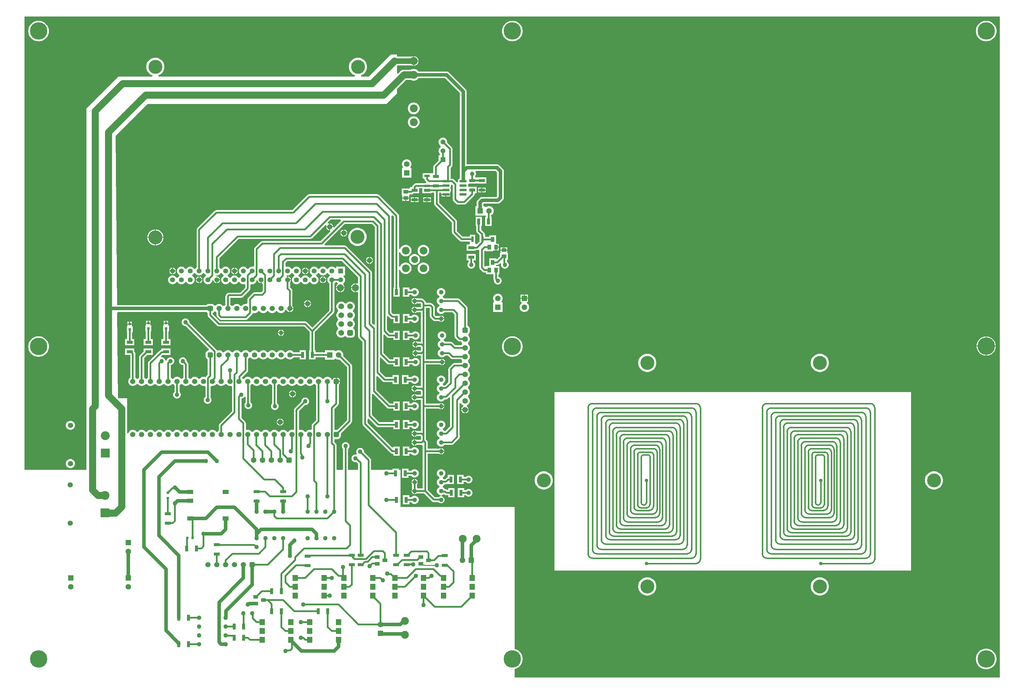
<source format=gtl>
G04*
G04 #@! TF.GenerationSoftware,Altium Limited,Altium Designer,22.11.1 (43)*
G04*
G04 Layer_Physical_Order=1*
G04 Layer_Color=255*
%FSLAX44Y44*%
%MOMM*%
G71*
G04*
G04 #@! TF.SameCoordinates,A751104F-70AC-404C-B97E-AE56B71AA5AB*
G04*
G04*
G04 #@! TF.FilePolarity,Positive*
G04*
G01*
G75*
%ADD14C,0.5080*%
%ADD16C,0.4000*%
%ADD17C,0.2540*%
%ADD21R,1.7018X0.9144*%
%ADD22R,1.5492X0.6524*%
%ADD23R,0.8000X0.8000*%
%ADD24R,0.6524X1.5492*%
G04:AMPARAMS|DCode=25|XSize=1.97mm|YSize=0.6mm|CornerRadius=0.075mm|HoleSize=0mm|Usage=FLASHONLY|Rotation=0.000|XOffset=0mm|YOffset=0mm|HoleType=Round|Shape=RoundedRectangle|*
%AMROUNDEDRECTD25*
21,1,1.9700,0.4500,0,0,0.0*
21,1,1.8200,0.6000,0,0,0.0*
1,1,0.1500,0.9100,-0.2250*
1,1,0.1500,-0.9100,-0.2250*
1,1,0.1500,-0.9100,0.2250*
1,1,0.1500,0.9100,0.2250*
%
%ADD25ROUNDEDRECTD25*%
%ADD26R,0.9144X1.7018*%
%ADD27R,1.0000X1.4000*%
%ADD28R,1.4300X1.1000*%
%ADD29R,0.8000X0.8000*%
%ADD30R,1.5200X1.7800*%
%ADD31R,1.4000X1.0000*%
%ADD32R,1.8000X1.2000*%
%ADD43R,1.3970X1.3970*%
%ADD44C,1.3970*%
%ADD53C,2.2606*%
%ADD57C,2.0066*%
%ADD58C,2.2098*%
%ADD68C,1.0000*%
%ADD69C,2.0000*%
%ADD70C,1.6000*%
%ADD71C,1.6000*%
G04:AMPARAMS|DCode=72|XSize=1.6mm|YSize=1.6mm|CornerRadius=0.4mm|HoleSize=0mm|Usage=FLASHONLY|Rotation=180.000|XOffset=0mm|YOffset=0mm|HoleType=Round|Shape=RoundedRectangle|*
%AMROUNDEDRECTD72*
21,1,1.6000,0.8000,0,0,180.0*
21,1,0.8000,1.6000,0,0,180.0*
1,1,0.8000,-0.4000,0.4000*
1,1,0.8000,0.4000,0.4000*
1,1,0.8000,0.4000,-0.4000*
1,1,0.8000,-0.4000,-0.4000*
%
%ADD72ROUNDEDRECTD72*%
%ADD73C,1.6050*%
%ADD74R,1.6050X1.6050*%
%ADD75C,4.0000*%
%ADD76C,1.0160*%
%ADD77R,2.5500X2.5500*%
%ADD78C,2.5500*%
%ADD79C,1.5080*%
%ADD80R,1.6050X1.6050*%
%ADD81C,1.3000*%
%ADD82C,1.6500*%
G04:AMPARAMS|DCode=83|XSize=1.65mm|YSize=1.65mm|CornerRadius=0.4125mm|HoleSize=0mm|Usage=FLASHONLY|Rotation=90.000|XOffset=0mm|YOffset=0mm|HoleType=Round|Shape=RoundedRectangle|*
%AMROUNDEDRECTD83*
21,1,1.6500,0.8250,0,0,90.0*
21,1,0.8250,1.6500,0,0,90.0*
1,1,0.8250,0.4125,0.4125*
1,1,0.8250,0.4125,-0.4125*
1,1,0.8250,-0.4125,-0.4125*
1,1,0.8250,-0.4125,0.4125*
%
%ADD83ROUNDEDRECTD83*%
G04:AMPARAMS|DCode=84|XSize=1.6mm|YSize=1.6mm|CornerRadius=0.4mm|HoleSize=0mm|Usage=FLASHONLY|Rotation=270.000|XOffset=0mm|YOffset=0mm|HoleType=Round|Shape=RoundedRectangle|*
%AMROUNDEDRECTD84*
21,1,1.6000,0.8000,0,0,270.0*
21,1,0.8000,1.6000,0,0,270.0*
1,1,0.8000,-0.4000,-0.4000*
1,1,0.8000,-0.4000,0.4000*
1,1,0.8000,0.4000,0.4000*
1,1,0.8000,0.4000,-0.4000*
%
%ADD84ROUNDEDRECTD84*%
%ADD85C,1.5200*%
G04:AMPARAMS|DCode=86|XSize=1.52mm|YSize=1.52mm|CornerRadius=0.38mm|HoleSize=0mm|Usage=FLASHONLY|Rotation=180.000|XOffset=0mm|YOffset=0mm|HoleType=Round|Shape=RoundedRectangle|*
%AMROUNDEDRECTD86*
21,1,1.5200,0.7600,0,0,180.0*
21,1,0.7600,1.5200,0,0,180.0*
1,1,0.7600,-0.3800,0.3800*
1,1,0.7600,0.3800,0.3800*
1,1,0.7600,0.3800,-0.3800*
1,1,0.7600,-0.3800,-0.3800*
%
%ADD86ROUNDEDRECTD86*%
%ADD87C,1.3900*%
%ADD88R,1.3900X1.3900*%
%ADD89C,1.2700*%
%ADD90C,1.5000*%
%ADD91C,2.0000*%
%ADD92C,5.0000*%
G36*
X2800000Y920D02*
X2799080Y0D01*
X1407160D01*
Y24437D01*
X1407727Y24527D01*
X1412149Y25964D01*
X1416292Y28075D01*
X1420054Y30808D01*
X1423342Y34096D01*
X1426075Y37858D01*
X1428186Y42001D01*
X1429623Y46423D01*
X1430350Y51015D01*
Y55665D01*
X1429623Y60257D01*
X1428186Y64679D01*
X1426075Y68822D01*
X1423342Y72584D01*
X1420054Y75872D01*
X1416292Y78605D01*
X1412149Y80716D01*
X1407727Y82153D01*
X1407160Y82242D01*
Y490220D01*
X1079500D01*
Y596900D01*
X1074896D01*
Y599789D01*
X1056672D01*
Y596900D01*
X1043018D01*
X1040294Y597630D01*
X1037426D01*
X1034702Y596900D01*
X995201D01*
Y624840D01*
X995201Y624840D01*
X994958Y626688D01*
X994244Y628410D01*
X993110Y629889D01*
X993109Y629890D01*
X974820Y648179D01*
Y650404D01*
X974078Y653173D01*
X972644Y655657D01*
X970617Y657684D01*
X968133Y659118D01*
X965364Y659860D01*
X962496D01*
X959727Y659118D01*
X957243Y657684D01*
X955216Y655657D01*
X953782Y653173D01*
X953040Y650404D01*
Y647536D01*
X953782Y644767D01*
X954609Y643334D01*
X952592Y640489D01*
X951394Y640810D01*
X948526D01*
X945757Y640068D01*
X943273Y638634D01*
X941246Y636607D01*
X939812Y634123D01*
X939070Y631354D01*
Y628486D01*
X939812Y625717D01*
X941246Y623233D01*
X943273Y621206D01*
X945757Y619772D01*
X948526Y619030D01*
X951394D01*
X952513Y619330D01*
X955615Y616228D01*
X955615Y616228D01*
X957094Y615093D01*
X957322Y614999D01*
X958059Y614262D01*
Y596900D01*
X929161D01*
Y657220D01*
X930734Y658793D01*
X932168Y661277D01*
X932910Y664046D01*
Y666914D01*
X932168Y669683D01*
X930734Y672167D01*
X928707Y674194D01*
X926223Y675628D01*
X923454Y676370D01*
X920586D01*
X917817Y675628D01*
X915333Y674194D01*
X913306Y672167D01*
X911872Y669683D01*
X911130Y666914D01*
Y664046D01*
X911872Y661277D01*
X913306Y658793D01*
X914879Y657220D01*
Y596900D01*
X896141D01*
Y666750D01*
X895898Y668598D01*
X895184Y670321D01*
X894050Y671799D01*
X894049Y671800D01*
X889791Y676058D01*
Y683737D01*
X891550Y685279D01*
X899150D01*
X901588Y685600D01*
X903860Y686542D01*
X905811Y688039D01*
X907308Y689990D01*
X908250Y692262D01*
X908571Y694700D01*
Y701621D01*
X938499Y731550D01*
X938500Y731551D01*
X939634Y733029D01*
X940348Y734752D01*
X940591Y736600D01*
Y895350D01*
X940591Y895350D01*
X940348Y897198D01*
X939634Y898921D01*
X938500Y900399D01*
X914910Y923989D01*
X915265Y925314D01*
Y928886D01*
X914341Y932336D01*
X912555Y935429D01*
X910029Y937955D01*
X906936Y939741D01*
X903486Y940665D01*
X899914D01*
X896464Y939741D01*
X893371Y937955D01*
X893135Y937719D01*
X889865Y939073D01*
Y940665D01*
X862735D01*
Y934241D01*
X835628D01*
Y940149D01*
X833657D01*
Y992976D01*
X887700Y1047019D01*
X888834Y1048497D01*
X889548Y1050220D01*
X889791Y1052068D01*
X889791Y1052068D01*
Y1132701D01*
X890319Y1133006D01*
X892645Y1135331D01*
X892949Y1135859D01*
X896795D01*
X899278Y1133222D01*
X899186Y1130406D01*
X899118Y1130257D01*
X898957Y1130052D01*
X896746Y1127840D01*
X895095Y1124980D01*
X894240Y1121791D01*
Y1121410D01*
X919320D01*
Y1121791D01*
X918465Y1124980D01*
X916814Y1127840D01*
X915532Y1129122D01*
X915640Y1132820D01*
X915864Y1133151D01*
X918045Y1135331D01*
X919689Y1138179D01*
X920540Y1141356D01*
Y1144644D01*
X919689Y1147821D01*
X918045Y1150669D01*
X916074Y1152640D01*
X916303Y1154137D01*
X917209Y1155910D01*
X920540D01*
Y1180890D01*
X895560D01*
Y1177559D01*
X893787Y1176653D01*
X892290Y1176423D01*
X890319Y1178394D01*
X887471Y1180039D01*
X884294Y1180890D01*
X881006D01*
X877829Y1180039D01*
X874981Y1178394D01*
X872655Y1176069D01*
X871764Y1174525D01*
X868136D01*
X867244Y1176069D01*
X864919Y1178394D01*
X862071Y1180039D01*
X858894Y1180890D01*
X855606D01*
X852429Y1180039D01*
X849581Y1178394D01*
X847255Y1176069D01*
X846364Y1174525D01*
X842736D01*
X841844Y1176069D01*
X839519Y1178394D01*
X836671Y1180039D01*
X833494Y1180890D01*
X830206D01*
X827029Y1180039D01*
X824181Y1178394D01*
X821855Y1176069D01*
X820211Y1173221D01*
X819360Y1170044D01*
Y1166756D01*
X820211Y1163579D01*
X821855Y1160731D01*
X824181Y1158406D01*
X825725Y1157514D01*
Y1153886D01*
X824181Y1152995D01*
X821855Y1150669D01*
X820964Y1149125D01*
X817336D01*
X816444Y1150669D01*
X814119Y1152995D01*
X811271Y1154639D01*
X808094Y1155490D01*
X804806D01*
X801629Y1154639D01*
X798781Y1152995D01*
X796456Y1150669D01*
X795564Y1149125D01*
X791936D01*
X791044Y1150669D01*
X788719Y1152995D01*
X787175Y1153886D01*
Y1157514D01*
X788719Y1158406D01*
X791044Y1160731D01*
X792689Y1163579D01*
X793540Y1166756D01*
Y1170044D01*
X792689Y1173221D01*
X791044Y1176069D01*
X788719Y1178394D01*
X785871Y1180039D01*
X782694Y1180890D01*
X779406D01*
X776229Y1180039D01*
X773381Y1178394D01*
X771056Y1176069D01*
X770164Y1174525D01*
X766536D01*
X765645Y1176069D01*
X763319Y1178394D01*
X760471Y1180039D01*
X757294Y1180890D01*
X754006D01*
X752691Y1180538D01*
X749421Y1182766D01*
Y1191442D01*
X754798Y1196819D01*
X911442D01*
X958059Y1150202D01*
Y1133720D01*
X954800Y1131825D01*
X951611Y1132680D01*
X951230D01*
Y1120140D01*
Y1107600D01*
X951611D01*
X954800Y1108455D01*
X958059Y1106560D01*
Y980440D01*
X958059Y980440D01*
X958302Y978592D01*
X959016Y976870D01*
X960151Y975390D01*
X970759Y964782D01*
Y728980D01*
X970759Y728980D01*
X971002Y727132D01*
X971716Y725409D01*
X972850Y723931D01*
X1051590Y645191D01*
X1053070Y644056D01*
X1054792Y643342D01*
X1056640Y643099D01*
X1059212Y641095D01*
Y637191D01*
X1077436D01*
Y663289D01*
X1059212D01*
Y662039D01*
X1056191Y660788D01*
X985041Y731938D01*
Y742675D01*
X988311Y744030D01*
X1010950Y721391D01*
X1010950Y721391D01*
X1012430Y720256D01*
X1014152Y719542D01*
X1016000Y719299D01*
X1016000Y719299D01*
X1059212D01*
Y713391D01*
X1077436D01*
Y739489D01*
X1059212D01*
Y733581D01*
X1018958D01*
X997741Y754798D01*
Y813795D01*
X1001011Y815150D01*
X1041430Y774731D01*
X1041431Y774731D01*
X1042909Y773596D01*
X1044632Y772882D01*
X1046480Y772639D01*
X1046480Y772639D01*
X1059212D01*
Y766731D01*
X1077436D01*
Y792829D01*
X1059212D01*
Y786921D01*
X1049438D01*
X1010441Y825918D01*
Y864947D01*
X1013462Y866199D01*
X1028730Y850931D01*
X1028730Y850930D01*
X1030210Y849796D01*
X1031932Y849082D01*
X1033780Y848839D01*
X1033780Y848839D01*
X1056672D01*
Y842931D01*
X1074896D01*
Y869029D01*
X1056672D01*
Y863121D01*
X1036738D01*
X1020601Y879258D01*
Y918287D01*
X1023622Y919539D01*
X1041430Y901731D01*
X1041431Y901730D01*
X1042909Y900596D01*
X1044632Y899882D01*
X1046480Y899639D01*
X1046480Y899639D01*
X1059212D01*
Y893731D01*
X1077436D01*
Y919829D01*
X1059212D01*
Y913921D01*
X1049438D01*
X1030761Y932598D01*
Y984327D01*
X1033782Y985579D01*
X1041430Y977931D01*
X1041431Y977931D01*
X1042909Y976796D01*
X1044632Y976082D01*
X1046480Y975839D01*
X1046480Y975839D01*
X1059212D01*
Y969931D01*
X1077436D01*
Y996029D01*
X1059212D01*
Y990121D01*
X1049438D01*
X1040921Y998638D01*
Y1037315D01*
X1044191Y1038670D01*
X1050702Y1032160D01*
X1052180Y1031025D01*
X1053903Y1030311D01*
X1055751Y1030068D01*
X1055751Y1030068D01*
X1059212D01*
Y1018191D01*
X1077436D01*
Y1044289D01*
X1066756D01*
X1066292Y1044350D01*
X1066292Y1044350D01*
X1058709D01*
X1053621Y1049438D01*
Y1325880D01*
X1053621Y1325880D01*
X1053470Y1327026D01*
X1055307Y1328363D01*
X1056399Y1328722D01*
X1061183Y1323938D01*
Y1120489D01*
X1059212D01*
Y1094391D01*
X1077436D01*
Y1120489D01*
X1075465D01*
Y1171128D01*
X1078735Y1171450D01*
X1078789Y1171181D01*
X1080039Y1168162D01*
X1081854Y1165445D01*
X1084165Y1163135D01*
X1086882Y1161319D01*
X1089901Y1160069D01*
X1093106Y1159431D01*
X1096374D01*
X1099579Y1160069D01*
X1102598Y1161319D01*
X1105315Y1163135D01*
X1107626Y1165445D01*
X1109441Y1168162D01*
X1110692Y1171181D01*
X1111329Y1174386D01*
Y1177654D01*
X1110692Y1180859D01*
X1109441Y1183878D01*
X1107626Y1186595D01*
X1105315Y1188905D01*
X1102598Y1190721D01*
X1099579Y1191972D01*
X1096374Y1192609D01*
X1093106D01*
X1089901Y1191972D01*
X1086882Y1190721D01*
X1084165Y1188905D01*
X1081854Y1186595D01*
X1080039Y1183878D01*
X1078789Y1180859D01*
X1078735Y1180590D01*
X1075465Y1180912D01*
Y1221928D01*
X1078735Y1222250D01*
X1078789Y1221981D01*
X1080039Y1218962D01*
X1081854Y1216245D01*
X1084165Y1213934D01*
X1086882Y1212119D01*
X1089901Y1210869D01*
X1093106Y1210231D01*
X1096374D01*
X1099579Y1210869D01*
X1102598Y1212119D01*
X1105315Y1213934D01*
X1107626Y1216245D01*
X1109441Y1218962D01*
X1110692Y1221981D01*
X1111329Y1225186D01*
Y1228454D01*
X1110692Y1231659D01*
X1109441Y1234678D01*
X1107626Y1237395D01*
X1105315Y1239706D01*
X1102598Y1241521D01*
X1099579Y1242772D01*
X1096374Y1243409D01*
X1093106D01*
X1089901Y1242772D01*
X1086882Y1241521D01*
X1084165Y1239706D01*
X1081854Y1237395D01*
X1080039Y1234678D01*
X1078789Y1231659D01*
X1078735Y1231390D01*
X1075465Y1231712D01*
Y1326896D01*
X1075222Y1328744D01*
X1074508Y1330466D01*
X1073373Y1331945D01*
X1073373Y1331946D01*
X1018510Y1386810D01*
X1017030Y1387944D01*
X1015308Y1388658D01*
X1013460Y1388901D01*
X1013460Y1388901D01*
X817880D01*
X816032Y1388658D01*
X814309Y1387944D01*
X812831Y1386810D01*
X812830Y1386809D01*
X769202Y1343181D01*
X551180D01*
X549332Y1342938D01*
X547609Y1342224D01*
X546130Y1341089D01*
X546130Y1341089D01*
X496600Y1291559D01*
X495466Y1290081D01*
X494752Y1288358D01*
X494509Y1286510D01*
X494509Y1286510D01*
Y1178699D01*
X493981Y1178394D01*
X491656Y1176069D01*
X490764Y1174525D01*
X487136D01*
X486245Y1176069D01*
X483919Y1178394D01*
X481071Y1180039D01*
X477894Y1180890D01*
X474606D01*
X471429Y1180039D01*
X468581Y1178394D01*
X466255Y1176069D01*
X465364Y1174525D01*
X461736D01*
X460844Y1176069D01*
X458519Y1178394D01*
X455671Y1180039D01*
X452494Y1180890D01*
X449206D01*
X446029Y1180039D01*
X443181Y1178394D01*
X440855Y1176069D01*
X439211Y1173221D01*
X438360Y1170044D01*
Y1166756D01*
X439211Y1163579D01*
X440855Y1160731D01*
X443181Y1158406D01*
X444725Y1157514D01*
Y1153886D01*
X443181Y1152995D01*
X440855Y1150669D01*
X439964Y1149125D01*
X436336D01*
X435444Y1150669D01*
X433119Y1152995D01*
X430271Y1154639D01*
X427094Y1155490D01*
X423806D01*
X420629Y1154639D01*
X417781Y1152995D01*
X415456Y1150669D01*
X413811Y1147821D01*
X412960Y1144644D01*
Y1141356D01*
X413811Y1138179D01*
X415456Y1135331D01*
X417781Y1133006D01*
X420629Y1131361D01*
X423806Y1130510D01*
X427094D01*
X430271Y1131361D01*
X433119Y1133006D01*
X435444Y1135331D01*
X436336Y1136875D01*
X439964D01*
X440855Y1135331D01*
X443181Y1133006D01*
X446029Y1131361D01*
X449206Y1130510D01*
X452494D01*
X455671Y1131361D01*
X458519Y1133006D01*
X460844Y1135331D01*
X461736Y1136875D01*
X465364D01*
X466255Y1135331D01*
X468581Y1133006D01*
X471429Y1131361D01*
X474606Y1130510D01*
X477894D01*
X481071Y1131361D01*
X483919Y1133006D01*
X486245Y1135331D01*
X487889Y1138179D01*
X488740Y1141356D01*
Y1144644D01*
X487889Y1147821D01*
X486245Y1150669D01*
X483919Y1152995D01*
X482375Y1153886D01*
Y1157514D01*
X483919Y1158406D01*
X486245Y1160731D01*
X487136Y1162275D01*
X490764D01*
X491656Y1160731D01*
X493981Y1158406D01*
X496829Y1156761D01*
X500006Y1155910D01*
X503294D01*
X506471Y1156761D01*
X509319Y1158406D01*
X511645Y1160731D01*
X512536Y1162275D01*
X516164D01*
X517056Y1160731D01*
X519381Y1158406D01*
X520925Y1157514D01*
Y1153886D01*
X519381Y1152995D01*
X517056Y1150669D01*
X515411Y1147821D01*
X514560Y1144644D01*
Y1141356D01*
X515411Y1138179D01*
X517056Y1135331D01*
X519381Y1133006D01*
X522229Y1131361D01*
X525406Y1130510D01*
X528694D01*
X531871Y1131361D01*
X534719Y1133006D01*
X537044Y1135331D01*
X538689Y1138179D01*
X539540Y1141356D01*
Y1142387D01*
X539690Y1142476D01*
X540783Y1142234D01*
X543222Y1140772D01*
X543607Y1139337D01*
X544856Y1137173D01*
X546623Y1135406D01*
X548787Y1134157D01*
X551180Y1133515D01*
Y1143000D01*
X552450D01*
Y1144270D01*
X561935D01*
X561293Y1146663D01*
X560044Y1148827D01*
X558277Y1150594D01*
X556113Y1151843D01*
X553699Y1152490D01*
X552699D01*
X550471Y1154577D01*
X551182Y1155910D01*
X554094D01*
X557271Y1156761D01*
X560119Y1158406D01*
X562444Y1160731D01*
X563336Y1162275D01*
X566964D01*
X567855Y1160731D01*
X570181Y1158406D01*
X571725Y1157514D01*
Y1153886D01*
X570181Y1152995D01*
X567855Y1150669D01*
X566211Y1147821D01*
X565360Y1144644D01*
Y1141356D01*
X566211Y1138179D01*
X567855Y1135331D01*
X570181Y1133006D01*
X573029Y1131361D01*
X576206Y1130510D01*
X579494D01*
X582671Y1131361D01*
X585519Y1133006D01*
X587845Y1135331D01*
X588736Y1136875D01*
X592364D01*
X593256Y1135331D01*
X595581Y1133006D01*
X598429Y1131361D01*
X601606Y1130510D01*
X604894D01*
X608071Y1131361D01*
X610919Y1133006D01*
X613245Y1135331D01*
X614136Y1136875D01*
X617764D01*
X618656Y1135331D01*
X620981Y1133006D01*
X623829Y1131361D01*
X627006Y1130510D01*
X630294D01*
X630939Y1130683D01*
X634209Y1128174D01*
Y1120558D01*
X619342Y1105691D01*
X587176D01*
X585327Y1105448D01*
X583605Y1104734D01*
X582126Y1103599D01*
X582126Y1103599D01*
X579151Y1100624D01*
X578016Y1099145D01*
X577302Y1097422D01*
X577059Y1095574D01*
X577059Y1095574D01*
Y1071500D01*
X576132Y1070965D01*
X573685Y1068518D01*
X573388Y1068003D01*
X569612D01*
X569315Y1068518D01*
X566868Y1070965D01*
X563872Y1072694D01*
X560530Y1073590D01*
X557070D01*
X553728Y1072694D01*
X550732Y1070965D01*
X548848Y1069081D01*
X546505Y1069000D01*
X545020Y1069402D01*
X543861Y1070911D01*
X541910Y1072408D01*
X539638Y1073350D01*
X537200Y1073671D01*
X529600D01*
X527162Y1073350D01*
X524890Y1072408D01*
X522939Y1070911D01*
X522295Y1070072D01*
X266332D01*
X261620Y1557020D01*
X353060Y1648460D01*
X1038860D01*
X1069340Y1678940D01*
Y1691220D01*
X1095735Y1717614D01*
X1109232D01*
X1109622Y1717354D01*
X1112687Y1716084D01*
X1115941Y1715437D01*
X1119259D01*
X1122513Y1716084D01*
X1125578Y1717354D01*
X1128337Y1719197D01*
X1130683Y1721543D01*
X1131428Y1722658D01*
X1207594D01*
X1250218Y1680034D01*
Y1455420D01*
Y1433854D01*
X1250040D01*
X1247976Y1433443D01*
X1246226Y1432274D01*
X1245057Y1430524D01*
X1244646Y1428460D01*
Y1424331D01*
X1243693Y1423607D01*
X1241529Y1422870D01*
X1233139Y1431259D01*
X1231661Y1432394D01*
X1229938Y1433108D01*
X1228090Y1433351D01*
X1228090Y1433351D01*
X1223441D01*
Y1464802D01*
X1226789Y1468150D01*
X1226789Y1468150D01*
X1227924Y1469630D01*
X1228638Y1471352D01*
X1228881Y1473200D01*
Y1518920D01*
X1228881Y1518920D01*
X1228638Y1520768D01*
X1227924Y1522491D01*
X1226789Y1523970D01*
X1226789Y1523970D01*
X1213781Y1536978D01*
X1213945Y1537591D01*
Y1540889D01*
X1213091Y1544075D01*
X1211442Y1546931D01*
X1209110Y1549263D01*
X1206255Y1550911D01*
X1203069Y1551765D01*
X1199771D01*
X1196585Y1550911D01*
X1193729Y1549263D01*
X1191397Y1546931D01*
X1189749Y1544075D01*
X1188895Y1540889D01*
Y1537591D01*
X1189749Y1534406D01*
X1191397Y1531550D01*
X1193729Y1529218D01*
X1195189Y1528375D01*
Y1524705D01*
X1193729Y1523862D01*
X1191397Y1521530D01*
X1189749Y1518674D01*
X1188895Y1515489D01*
Y1512191D01*
X1189749Y1509005D01*
X1191397Y1506149D01*
X1193312Y1504235D01*
X1193002Y1502521D01*
X1192130Y1500965D01*
X1188895D01*
Y1486014D01*
X1176050Y1473170D01*
X1174916Y1471691D01*
X1174202Y1469968D01*
X1173959Y1468120D01*
X1173959Y1468120D01*
Y1449292D01*
X1168051D01*
X1167986Y1449544D01*
X1143414D01*
Y1433940D01*
X1145867D01*
X1148559Y1432560D01*
X1148802Y1430712D01*
X1149516Y1428990D01*
X1150650Y1427511D01*
X1153871Y1424290D01*
X1152516Y1421020D01*
X1143414D01*
Y1420359D01*
X1123658D01*
X1121810Y1420116D01*
X1120088Y1419402D01*
X1118608Y1418268D01*
X1118608Y1418267D01*
X1115090Y1414749D01*
X1113956Y1413271D01*
X1113242Y1411548D01*
X1112999Y1409700D01*
X1109863Y1409668D01*
X1107091D01*
Y1408756D01*
X1106430Y1405760D01*
X1083050D01*
Y1385680D01*
X1085050D01*
Y1379230D01*
X1094740D01*
X1104430D01*
Y1385680D01*
X1106430D01*
Y1388579D01*
X1111367D01*
X1111367Y1388579D01*
X1113215Y1388822D01*
X1114938Y1389536D01*
X1116416Y1390670D01*
X1117190Y1391444D01*
X1133189D01*
Y1406077D01*
X1142651D01*
Y1391444D01*
X1168749D01*
Y1393542D01*
X1176499D01*
Y1361440D01*
X1176499Y1361440D01*
X1176742Y1359592D01*
X1177456Y1357870D01*
X1178590Y1356391D01*
X1227299Y1307682D01*
Y1280160D01*
X1227299Y1280160D01*
X1227542Y1278312D01*
X1228256Y1276590D01*
X1229390Y1275110D01*
X1249710Y1254791D01*
X1249710Y1254790D01*
X1251189Y1253656D01*
X1252912Y1252942D01*
X1254760Y1252699D01*
X1254760Y1252699D01*
X1278416D01*
Y1247838D01*
X1278416Y1247554D01*
X1277730Y1244568D01*
X1269651D01*
Y1226344D01*
X1295749D01*
Y1228136D01*
X1298829Y1228315D01*
X1300677Y1228558D01*
X1302399Y1229272D01*
X1302844Y1229612D01*
X1302978Y1229602D01*
X1305916Y1228166D01*
X1306039Y1228031D01*
Y1178560D01*
X1306039Y1178560D01*
X1306282Y1176712D01*
X1306996Y1174989D01*
X1308130Y1173511D01*
X1315750Y1165891D01*
X1315750Y1165891D01*
X1317229Y1164756D01*
X1318952Y1164042D01*
X1320800Y1163799D01*
X1320800Y1163799D01*
X1325280D01*
Y1159400D01*
X1346679D01*
Y1145540D01*
X1346679Y1145540D01*
X1346922Y1143692D01*
X1347636Y1141970D01*
X1348010Y1141482D01*
Y1139026D01*
X1348752Y1136257D01*
X1350186Y1133773D01*
X1352213Y1131746D01*
X1354697Y1130312D01*
X1357466Y1129570D01*
X1360334D01*
X1363103Y1130312D01*
X1365587Y1131746D01*
X1367614Y1133773D01*
X1369048Y1136257D01*
X1369790Y1139026D01*
Y1141894D01*
X1369048Y1144663D01*
X1367614Y1147147D01*
X1365587Y1149174D01*
X1363103Y1150608D01*
X1360961Y1151182D01*
Y1159400D01*
X1363360D01*
Y1182480D01*
X1353860D01*
Y1185799D01*
X1357650D01*
X1357650Y1185799D01*
X1359498Y1186042D01*
X1361221Y1186756D01*
X1362699Y1187890D01*
X1365868Y1191059D01*
X1368799Y1189366D01*
X1368330Y1187614D01*
Y1184746D01*
X1369072Y1181977D01*
X1370506Y1179493D01*
X1372533Y1177466D01*
X1375017Y1176032D01*
X1377786Y1175290D01*
X1380654D01*
X1383423Y1176032D01*
X1385907Y1177466D01*
X1387934Y1179493D01*
X1389368Y1181977D01*
X1390110Y1184746D01*
Y1187614D01*
X1389368Y1190383D01*
X1387934Y1192867D01*
X1385907Y1194894D01*
X1385091Y1195365D01*
Y1200280D01*
X1388370D01*
Y1220360D01*
X1386370D01*
Y1226810D01*
X1376680D01*
X1366990D01*
Y1220360D01*
X1364990D01*
Y1210379D01*
X1357130Y1202519D01*
X1353860Y1203874D01*
Y1204480D01*
X1334780D01*
Y1182480D01*
X1325280D01*
Y1182480D01*
X1322062Y1181057D01*
X1320321Y1182413D01*
Y1225507D01*
X1322062Y1226863D01*
X1325280Y1225440D01*
Y1225440D01*
X1344360Y1225440D01*
X1346801Y1227440D01*
X1347630Y1227440D01*
X1352550D01*
Y1236980D01*
X1353820D01*
Y1238250D01*
X1361360D01*
Y1246520D01*
X1356749D01*
X1353860Y1247440D01*
X1353860Y1249790D01*
Y1270520D01*
X1334780D01*
Y1266121D01*
X1322544D01*
Y1272126D01*
X1322544D01*
X1321088Y1274793D01*
X1320918Y1276088D01*
X1320204Y1277811D01*
X1319070Y1279289D01*
X1319069Y1279290D01*
X1311685Y1286674D01*
Y1297591D01*
X1313656D01*
Y1323689D01*
X1295432D01*
Y1297591D01*
X1297403D01*
Y1283716D01*
X1297403Y1283716D01*
X1297646Y1281868D01*
X1298360Y1280146D01*
X1299494Y1278667D01*
X1306879Y1271282D01*
Y1259118D01*
X1306879Y1259118D01*
X1306879Y1259118D01*
Y1253605D01*
X1298674Y1245400D01*
X1297871Y1245172D01*
X1294135Y1247120D01*
X1294111Y1247159D01*
X1294020Y1247554D01*
X1294020Y1247838D01*
Y1272126D01*
X1278416D01*
Y1266981D01*
X1257718D01*
X1241581Y1283118D01*
Y1310640D01*
X1241581Y1310640D01*
X1241338Y1312488D01*
X1240624Y1314211D01*
X1239490Y1315690D01*
X1239489Y1315690D01*
X1190781Y1364398D01*
Y1393542D01*
X1194876D01*
X1195444Y1393138D01*
X1197286Y1390360D01*
Y1389380D01*
X1222195D01*
Y1390360D01*
X1221939Y1391644D01*
X1221295Y1392847D01*
X1222654Y1394746D01*
X1223823Y1396496D01*
X1224234Y1398560D01*
Y1403060D01*
X1223823Y1405124D01*
X1222798Y1407160D01*
X1223823Y1409196D01*
X1224234Y1411260D01*
Y1415343D01*
X1225217Y1416104D01*
X1227351Y1416850D01*
X1229839Y1414362D01*
Y1374140D01*
X1229839Y1374140D01*
X1230082Y1372292D01*
X1230796Y1370569D01*
X1231930Y1369091D01*
X1239550Y1361471D01*
X1239550Y1361470D01*
X1241030Y1360336D01*
X1242752Y1359622D01*
X1244600Y1359379D01*
X1244600Y1359379D01*
X1262380D01*
X1262380Y1359379D01*
X1264228Y1359622D01*
X1265950Y1360336D01*
X1267430Y1361470D01*
X1290289Y1384330D01*
X1290289Y1384330D01*
X1291424Y1385809D01*
X1292138Y1387532D01*
X1292381Y1389380D01*
X1294385Y1391952D01*
X1298289D01*
Y1410176D01*
X1274523D01*
X1273634Y1411260D01*
Y1415760D01*
X1273563Y1416114D01*
X1275701Y1419220D01*
X1275993Y1419384D01*
X1298289D01*
Y1419384D01*
X1300131D01*
Y1419384D01*
X1326229D01*
Y1437608D01*
X1300131D01*
Y1437608D01*
X1298289D01*
Y1437608D01*
X1295073D01*
X1293719Y1440878D01*
X1293954Y1441113D01*
X1295388Y1443597D01*
X1296130Y1446366D01*
Y1449234D01*
X1295388Y1452003D01*
X1294993Y1452688D01*
X1296881Y1455958D01*
X1352374D01*
X1356898Y1451434D01*
Y1383206D01*
X1354914Y1381222D01*
X1313958D01*
X1311467Y1380894D01*
X1310506Y1380496D01*
X1309147Y1379933D01*
X1307154Y1378404D01*
X1301296Y1372546D01*
X1299767Y1370553D01*
X1298806Y1368233D01*
X1298478Y1365742D01*
Y1354685D01*
X1294535D01*
Y1327555D01*
X1321665D01*
Y1327555D01*
X1324935Y1327678D01*
X1325597Y1327236D01*
Y1323689D01*
X1322864D01*
Y1297591D01*
X1341088D01*
Y1323689D01*
X1339879D01*
Y1329140D01*
X1341829Y1330265D01*
X1344355Y1332791D01*
X1346141Y1335884D01*
X1347065Y1339334D01*
Y1342906D01*
X1346141Y1346356D01*
X1344355Y1349449D01*
X1341829Y1351975D01*
X1338736Y1353761D01*
X1335286Y1354685D01*
X1331714D01*
X1328264Y1353761D01*
X1325171Y1351975D01*
X1324935Y1351739D01*
X1321665Y1353093D01*
Y1354685D01*
X1317722D01*
Y1361756D01*
X1317944Y1361978D01*
X1358900D01*
X1361390Y1362306D01*
X1363711Y1363267D01*
X1365704Y1364796D01*
X1373324Y1372416D01*
X1374853Y1374409D01*
X1375814Y1376730D01*
X1376142Y1379220D01*
Y1455420D01*
X1375814Y1457910D01*
X1374853Y1460231D01*
X1373324Y1462224D01*
X1363164Y1472384D01*
X1361171Y1473913D01*
X1358850Y1474874D01*
X1356360Y1475202D01*
X1270000D01*
X1269462Y1475674D01*
Y1684020D01*
X1269134Y1686510D01*
X1268173Y1688831D01*
X1266644Y1690824D01*
X1218384Y1739084D01*
X1216391Y1740613D01*
X1214070Y1741574D01*
X1211580Y1741902D01*
X1131428D01*
X1130683Y1743017D01*
X1128337Y1745363D01*
X1125578Y1747206D01*
X1122513Y1748476D01*
X1119259Y1749123D01*
X1115941D01*
X1112687Y1748476D01*
X1109622Y1747206D01*
X1109232Y1746945D01*
X1089660D01*
X1085864Y1746446D01*
X1082327Y1744981D01*
X1079290Y1742650D01*
X1072361Y1735721D01*
X1069340Y1736973D01*
Y1757260D01*
X1071312Y1759232D01*
X1111821D01*
X1112257Y1758980D01*
X1115778Y1758037D01*
X1116330D01*
Y1771880D01*
Y1785723D01*
X1115778D01*
X1112257Y1784780D01*
X1111821Y1784528D01*
X1070621D01*
X1070553Y1784581D01*
X1069340Y1785083D01*
Y1790700D01*
X1051560Y1790700D01*
X988060Y1727200D01*
X966718D01*
X966067Y1730470D01*
X969914Y1732064D01*
X974180Y1734913D01*
X977807Y1738540D01*
X980656Y1742805D01*
X982619Y1747544D01*
X983620Y1752575D01*
Y1757705D01*
X982619Y1762736D01*
X980656Y1767475D01*
X977807Y1771740D01*
X974180Y1775367D01*
X969914Y1778216D01*
X965176Y1780179D01*
X960145Y1781180D01*
X955015D01*
X949984Y1780179D01*
X945246Y1778216D01*
X940981Y1775367D01*
X937353Y1771740D01*
X934504Y1767475D01*
X932541Y1762736D01*
X931540Y1757705D01*
Y1752575D01*
X932541Y1747544D01*
X934504Y1742805D01*
X937353Y1738540D01*
X940981Y1734913D01*
X945246Y1732064D01*
X949093Y1730470D01*
X948443Y1727200D01*
X385057Y1727200D01*
X384407Y1730470D01*
X388255Y1732064D01*
X392519Y1734913D01*
X396147Y1738540D01*
X398996Y1742805D01*
X400959Y1747544D01*
X401960Y1752575D01*
Y1757705D01*
X400959Y1762736D01*
X398996Y1767475D01*
X396147Y1771740D01*
X392519Y1775367D01*
X388255Y1778216D01*
X383516Y1780179D01*
X378485Y1781180D01*
X373355D01*
X368324Y1780179D01*
X363586Y1778216D01*
X359320Y1775367D01*
X355693Y1771740D01*
X352844Y1767475D01*
X350881Y1762736D01*
X349880Y1757705D01*
Y1752575D01*
X350881Y1747544D01*
X352844Y1742805D01*
X355693Y1738540D01*
X359320Y1734913D01*
X363586Y1732064D01*
X367433Y1730470D01*
X366782Y1727200D01*
X269240D01*
X177800Y1635760D01*
Y596900D01*
X0D01*
Y1899920D01*
X2800000D01*
Y920D01*
D02*
G37*
G36*
X909130Y1312929D02*
X889491Y1293290D01*
X888039Y1293653D01*
X887309Y1294130D01*
X877570D01*
Y1284391D01*
X878047Y1283661D01*
X878410Y1282209D01*
X850482Y1254281D01*
X683260D01*
X683260Y1254281D01*
X681412Y1254038D01*
X679689Y1253324D01*
X678211Y1252189D01*
X678210Y1252189D01*
X661909Y1235888D01*
X660774Y1234409D01*
X660061Y1232687D01*
X659818Y1230839D01*
X659818Y1230839D01*
Y1183120D01*
X656548Y1180661D01*
X655694Y1180890D01*
X652406D01*
X649229Y1180039D01*
X646381Y1178394D01*
X644055Y1176069D01*
X643164Y1174525D01*
X639536D01*
X638644Y1176069D01*
X636319Y1178394D01*
X633471Y1180039D01*
X630294Y1180890D01*
X627006D01*
X623829Y1180039D01*
X620981Y1178394D01*
X618656Y1176069D01*
X617011Y1173221D01*
X616160Y1170044D01*
Y1166756D01*
X617011Y1163579D01*
X618656Y1160731D01*
X620981Y1158406D01*
X622525Y1157514D01*
Y1153886D01*
X620981Y1152995D01*
X618656Y1150669D01*
X617764Y1149125D01*
X614136D01*
X613245Y1150669D01*
X610919Y1152995D01*
X608071Y1154639D01*
X604894Y1155490D01*
X601606D01*
X598429Y1154639D01*
X595581Y1152995D01*
X593256Y1150669D01*
X592364Y1149125D01*
X588736D01*
X587845Y1150669D01*
X585519Y1152995D01*
X583975Y1153886D01*
Y1157514D01*
X585519Y1158406D01*
X587845Y1160731D01*
X589489Y1163579D01*
X590340Y1166756D01*
Y1170044D01*
X589489Y1173221D01*
X587845Y1176069D01*
X585519Y1178394D01*
X582671Y1180039D01*
X579494Y1180890D01*
X576206D01*
X573029Y1180039D01*
X570181Y1178394D01*
X567855Y1176069D01*
X566964Y1174525D01*
X563336D01*
X562444Y1176069D01*
X560119Y1178394D01*
X559591Y1178699D01*
Y1204812D01*
X615098Y1260319D01*
X820420D01*
X820420Y1260319D01*
X822268Y1260562D01*
X823990Y1261276D01*
X825470Y1262411D01*
X864308Y1301249D01*
X866944Y1299275D01*
X866260Y1296722D01*
Y1296670D01*
X875030D01*
Y1305440D01*
X874978D01*
X872425Y1304756D01*
X870451Y1307392D01*
X879258Y1316199D01*
X907775D01*
X909130Y1312929D01*
D02*
G37*
G36*
X771056Y1160731D02*
X773381Y1158406D01*
X774925Y1157514D01*
Y1153886D01*
X773381Y1152995D01*
X771056Y1150669D01*
X769411Y1147821D01*
X768560Y1144644D01*
Y1141356D01*
X769411Y1138179D01*
X771056Y1135331D01*
X773381Y1133006D01*
X776229Y1131361D01*
X779406Y1130510D01*
X782694D01*
X785871Y1131361D01*
X788719Y1133006D01*
X791044Y1135331D01*
X791936Y1136875D01*
X795564D01*
X796456Y1135331D01*
X798781Y1133006D01*
X801629Y1131361D01*
X804806Y1130510D01*
X808094D01*
X811271Y1131361D01*
X814119Y1133006D01*
X816444Y1135331D01*
X817336Y1136875D01*
X820964D01*
X821855Y1135331D01*
X824181Y1133006D01*
X827029Y1131361D01*
X830206Y1130510D01*
X833494D01*
X836671Y1131361D01*
X839519Y1133006D01*
X841844Y1135331D01*
X843489Y1138179D01*
X844340Y1141356D01*
Y1144644D01*
X843489Y1147821D01*
X841844Y1150669D01*
X839519Y1152995D01*
X837975Y1153886D01*
Y1157514D01*
X839519Y1158406D01*
X841844Y1160731D01*
X842736Y1162275D01*
X846364D01*
X847255Y1160731D01*
X849581Y1158406D01*
X852429Y1156761D01*
X855606Y1155910D01*
X858894D01*
X862071Y1156761D01*
X864919Y1158406D01*
X867244Y1160731D01*
X868136Y1162275D01*
X871764D01*
X872655Y1160731D01*
X874981Y1158406D01*
X876525Y1157514D01*
Y1153886D01*
X874981Y1152995D01*
X872655Y1150669D01*
X871011Y1147821D01*
X870160Y1144644D01*
Y1141356D01*
X871011Y1138179D01*
X872655Y1135331D01*
X874981Y1133006D01*
X875509Y1132701D01*
Y1055026D01*
X826516Y1006033D01*
X811499Y1021049D01*
X810021Y1022184D01*
X808298Y1022898D01*
X806450Y1023141D01*
X806450Y1023141D01*
X561758D01*
X540541Y1044358D01*
Y1047924D01*
X541910Y1048492D01*
X543861Y1049989D01*
X545020Y1051498D01*
X546505Y1051900D01*
X548848Y1051819D01*
X550732Y1049935D01*
X551659Y1049400D01*
Y1041400D01*
X551659Y1041400D01*
X551902Y1039552D01*
X552616Y1037830D01*
X553750Y1036350D01*
X560100Y1030001D01*
X560101Y1030001D01*
X561580Y1028866D01*
X563302Y1028152D01*
X565150Y1027909D01*
X635000D01*
X635000Y1027909D01*
X636848Y1028152D01*
X638571Y1028866D01*
X640050Y1030001D01*
X652749Y1042700D01*
X652749Y1042701D01*
X653884Y1044180D01*
X654598Y1045902D01*
X658042Y1047478D01*
X658670Y1047310D01*
X662130D01*
X665472Y1048205D01*
X668468Y1049935D01*
X670915Y1052382D01*
X671212Y1052897D01*
X674988D01*
X675285Y1052382D01*
X677732Y1049935D01*
X680728Y1048205D01*
X684070Y1047310D01*
X687530D01*
X690872Y1048205D01*
X693868Y1049935D01*
X696315Y1052382D01*
X696612Y1052897D01*
X700388D01*
X700685Y1052382D01*
X703132Y1049935D01*
X706128Y1048205D01*
X709470Y1047310D01*
X712930D01*
X716272Y1048205D01*
X719268Y1049935D01*
X721715Y1052382D01*
X722012Y1052897D01*
X725788D01*
X726085Y1052382D01*
X728532Y1049935D01*
X731528Y1048205D01*
X734870Y1047310D01*
X738330D01*
X741672Y1048205D01*
X744668Y1049935D01*
X747115Y1052382D01*
X748845Y1055378D01*
X749160Y1056556D01*
X752546D01*
X752551Y1056536D01*
X753886Y1054224D01*
X755774Y1052336D01*
X758086Y1051001D01*
X760665Y1050310D01*
X760730D01*
Y1060450D01*
X762000D01*
Y1061720D01*
X772140D01*
Y1061785D01*
X771449Y1064364D01*
X770114Y1066676D01*
X769141Y1067649D01*
Y1111250D01*
X768898Y1113098D01*
X768184Y1114820D01*
X767049Y1116300D01*
X767049Y1116300D01*
X762791Y1120558D01*
Y1136720D01*
X763244Y1137173D01*
X764493Y1139337D01*
X765135Y1141730D01*
X755650D01*
Y1143000D01*
X754380D01*
Y1152485D01*
X753985Y1152379D01*
X753098Y1153016D01*
X752158Y1154423D01*
X752257Y1154564D01*
X753944Y1155927D01*
X754006Y1155910D01*
X757294D01*
X760471Y1156761D01*
X763319Y1158406D01*
X765645Y1160731D01*
X766536Y1162275D01*
X770164D01*
X771056Y1160731D01*
D02*
G37*
G36*
X680720Y1133515D02*
X681069Y1133609D01*
X684339Y1131289D01*
Y1110998D01*
X680302Y1106961D01*
X660400D01*
X660400Y1106961D01*
X658552Y1106718D01*
X656830Y1106004D01*
X655350Y1104870D01*
X655350Y1104869D01*
X642651Y1092169D01*
X641516Y1090691D01*
X640802Y1088968D01*
X640559Y1087120D01*
X640559Y1087120D01*
Y1075949D01*
X637289Y1073440D01*
X636730Y1073590D01*
X633270D01*
X629928Y1072694D01*
X626932Y1070965D01*
X624485Y1068518D01*
X624188Y1068003D01*
X620412D01*
X620115Y1068518D01*
X617668Y1070965D01*
X614672Y1072694D01*
X611330Y1073590D01*
X607870D01*
X604528Y1072694D01*
X601532Y1070965D01*
X599085Y1068518D01*
X598788Y1068003D01*
X595012D01*
X594715Y1068518D01*
X592268Y1070965D01*
X591341Y1071500D01*
Y1091409D01*
X622300D01*
X622300Y1091409D01*
X624148Y1091652D01*
X625871Y1092366D01*
X627350Y1093501D01*
X646399Y1112550D01*
X646400Y1112551D01*
X647534Y1114029D01*
X648248Y1115752D01*
X648491Y1117600D01*
X648491Y1117600D01*
Y1128174D01*
X651761Y1130683D01*
X652406Y1130510D01*
X655694D01*
X658871Y1131361D01*
X661719Y1133006D01*
X664044Y1135331D01*
X665689Y1138179D01*
X666540Y1141356D01*
Y1142387D01*
X666690Y1142476D01*
X667783Y1142234D01*
X670222Y1140772D01*
X670607Y1139337D01*
X671856Y1137173D01*
X673623Y1135406D01*
X675787Y1134157D01*
X678180Y1133515D01*
Y1143000D01*
X680720D01*
Y1133515D01*
D02*
G37*
G36*
X1006319Y1294982D02*
Y1014653D01*
X1003298Y1013401D01*
X997741Y1018958D01*
Y1163320D01*
X997741Y1163320D01*
X997498Y1165168D01*
X996784Y1166890D01*
X995649Y1168370D01*
X924529Y1239490D01*
X923051Y1240624D01*
X921328Y1241338D01*
X919480Y1241581D01*
X919480Y1241581D01*
X862605D01*
X861250Y1244851D01*
X919898Y1303499D01*
X997802D01*
X1006319Y1294982D01*
D02*
G37*
G36*
X522939Y1049989D02*
X524890Y1048492D01*
X526259Y1047924D01*
Y1041400D01*
X526259Y1041400D01*
X526502Y1039552D01*
X527216Y1037830D01*
X528350Y1036350D01*
X553750Y1010951D01*
X553750Y1010950D01*
X555229Y1009816D01*
X556952Y1009102D01*
X558800Y1008859D01*
X558800Y1008859D01*
X803492D01*
X819375Y992976D01*
Y940149D01*
X817404D01*
Y914051D01*
X835628D01*
Y919959D01*
X862735D01*
Y913535D01*
X889865D01*
Y915127D01*
X893135Y916481D01*
X893371Y916245D01*
X896464Y914459D01*
X899914Y913535D01*
X903486D01*
X904811Y913890D01*
X926309Y892392D01*
Y739558D01*
X898472Y711721D01*
X891550D01*
X889791Y713263D01*
Y771742D01*
X900399Y782350D01*
X900399Y782350D01*
X901534Y783829D01*
X902248Y785552D01*
X902491Y787400D01*
X902491Y787400D01*
Y841707D01*
X903721Y842529D01*
X905122Y844626D01*
X905614Y847100D01*
Y849630D01*
X895350D01*
Y850900D01*
X894080D01*
Y861164D01*
X891550D01*
X889076Y860672D01*
X886979Y859271D01*
X885578Y857174D01*
X885442Y856488D01*
X882872Y856080D01*
X882053Y856216D01*
X880465Y858968D01*
X878018Y861415D01*
X875022Y863145D01*
X871680Y864040D01*
X868220D01*
X864878Y863145D01*
X861882Y861415D01*
X859435Y858968D01*
X859138Y858453D01*
X855362D01*
X855065Y858968D01*
X852618Y861415D01*
X849622Y863145D01*
X846280Y864040D01*
X842820D01*
X839478Y863145D01*
X836482Y861415D01*
X834035Y858968D01*
X833738Y858453D01*
X829962D01*
X829665Y858968D01*
X827218Y861415D01*
X824222Y863145D01*
X820880Y864040D01*
X817420D01*
X814078Y863145D01*
X811082Y861415D01*
X808635Y858968D01*
X808338Y858453D01*
X804562D01*
X804265Y858968D01*
X801818Y861415D01*
X798822Y863145D01*
X795480Y864040D01*
X792020D01*
X788678Y863145D01*
X785682Y861415D01*
X783235Y858968D01*
X782938Y858453D01*
X779162D01*
X778865Y858968D01*
X776418Y861415D01*
X773422Y863145D01*
X770080Y864040D01*
X766620D01*
X763278Y863145D01*
X760282Y861415D01*
X757835Y858968D01*
X757538Y858453D01*
X753762D01*
X753465Y858968D01*
X751018Y861415D01*
X748022Y863145D01*
X744680Y864040D01*
X741220D01*
X737878Y863145D01*
X734882Y861415D01*
X732435Y858968D01*
X732138Y858453D01*
X728362D01*
X728065Y858968D01*
X725618Y861415D01*
X722622Y863145D01*
X719280Y864040D01*
X715820D01*
X712478Y863145D01*
X709482Y861415D01*
X707035Y858968D01*
X706738Y858453D01*
X702962D01*
X702665Y858968D01*
X700218Y861415D01*
X697222Y863145D01*
X693880Y864040D01*
X690420D01*
X687078Y863145D01*
X684082Y861415D01*
X681635Y858968D01*
X681338Y858453D01*
X677562D01*
X677265Y858968D01*
X674818Y861415D01*
X671822Y863145D01*
X668480Y864040D01*
X665020D01*
X661678Y863145D01*
X658682Y861415D01*
X656235Y858968D01*
X655938Y858453D01*
X652162D01*
X651865Y858968D01*
X649418Y861415D01*
X646422Y863145D01*
X643080Y864040D01*
X639620D01*
X636278Y863145D01*
X633282Y861415D01*
X630835Y858968D01*
X630538Y858453D01*
X627489D01*
X625028Y861004D01*
Y862578D01*
X640049Y877600D01*
X640050Y877600D01*
X641184Y879080D01*
X641898Y880802D01*
X642141Y882650D01*
X642141Y882650D01*
Y916050D01*
X643068Y916585D01*
X645515Y919032D01*
X645812Y919547D01*
X649588D01*
X649885Y919032D01*
X652332Y916585D01*
X655328Y914855D01*
X658670Y913960D01*
X662130D01*
X665472Y914855D01*
X668468Y916585D01*
X670915Y919032D01*
X671212Y919547D01*
X674988D01*
X675285Y919032D01*
X677732Y916585D01*
X680728Y914855D01*
X684070Y913960D01*
X687530D01*
X690872Y914855D01*
X693868Y916585D01*
X696315Y919032D01*
X696612Y919547D01*
X700388D01*
X700685Y919032D01*
X703132Y916585D01*
X706128Y914855D01*
X709470Y913960D01*
X712930D01*
X716272Y914855D01*
X719268Y916585D01*
X721715Y919032D01*
X722012Y919547D01*
X725788D01*
X726085Y919032D01*
X728532Y916585D01*
X731528Y914855D01*
X734870Y913960D01*
X738330D01*
X741672Y914855D01*
X744668Y916585D01*
X747115Y919032D01*
X747412Y919547D01*
X751188D01*
X751485Y919032D01*
X753932Y916585D01*
X756928Y914855D01*
X760270Y913960D01*
X763730D01*
X767072Y914855D01*
X770068Y916585D01*
X772515Y919032D01*
X773050Y919959D01*
X789972D01*
Y914051D01*
X808196D01*
Y940149D01*
X789972D01*
Y934241D01*
X773050D01*
X772515Y935168D01*
X770068Y937615D01*
X767072Y939344D01*
X763730Y940240D01*
X760270D01*
X756928Y939344D01*
X753932Y937615D01*
X751485Y935168D01*
X751188Y934653D01*
X747412D01*
X747115Y935168D01*
X744668Y937615D01*
X741672Y939344D01*
X738330Y940240D01*
X734870D01*
X731528Y939344D01*
X728532Y937615D01*
X726085Y935168D01*
X725788Y934653D01*
X722012D01*
X721715Y935168D01*
X719268Y937615D01*
X716272Y939344D01*
X712930Y940240D01*
X709470D01*
X706128Y939344D01*
X703132Y937615D01*
X700685Y935168D01*
X700388Y934653D01*
X696612D01*
X696315Y935168D01*
X693868Y937615D01*
X690872Y939344D01*
X687530Y940240D01*
X684070D01*
X680728Y939344D01*
X677732Y937615D01*
X675285Y935168D01*
X674988Y934653D01*
X671212D01*
X670915Y935168D01*
X668468Y937615D01*
X665472Y939344D01*
X662130Y940240D01*
X658670D01*
X655328Y939344D01*
X652332Y937615D01*
X649885Y935168D01*
X649588Y934653D01*
X645812D01*
X645515Y935168D01*
X643068Y937615D01*
X640072Y939344D01*
X636730Y940240D01*
X633270D01*
X629928Y939344D01*
X626932Y937615D01*
X624485Y935168D01*
X624188Y934653D01*
X620412D01*
X620115Y935168D01*
X617668Y937615D01*
X614672Y939344D01*
X611330Y940240D01*
X607870D01*
X604528Y939344D01*
X601532Y937615D01*
X599085Y935168D01*
X598788Y934653D01*
X595012D01*
X594715Y935168D01*
X592268Y937615D01*
X589272Y939344D01*
X585930Y940240D01*
X582470D01*
X579128Y939344D01*
X576132Y937615D01*
X573685Y935168D01*
X573388Y934653D01*
X569612D01*
X569315Y935168D01*
X566868Y937615D01*
X563872Y939344D01*
X560530Y940240D01*
X557070D01*
X553728Y939344D01*
X552284Y940831D01*
X551149Y942309D01*
X551149Y942310D01*
X473170Y1020289D01*
Y1022514D01*
X472428Y1025283D01*
X470994Y1027767D01*
X468967Y1029794D01*
X466483Y1031228D01*
X463714Y1031970D01*
X460846D01*
X458077Y1031228D01*
X455593Y1029794D01*
X453566Y1027767D01*
X452132Y1025283D01*
X451390Y1022514D01*
Y1019646D01*
X452132Y1016877D01*
X453566Y1014393D01*
X455593Y1012366D01*
X458077Y1010932D01*
X460846Y1010190D01*
X463071D01*
X529891Y943370D01*
X528465Y940171D01*
X527162Y940000D01*
X524890Y939058D01*
X522939Y937561D01*
X521442Y935610D01*
X520500Y933338D01*
X520179Y930900D01*
Y923300D01*
X520500Y920862D01*
X521442Y918590D01*
X522939Y916639D01*
X524890Y915142D01*
X526259Y914574D01*
Y869872D01*
X521981Y865593D01*
X520846Y864115D01*
X520611Y863548D01*
X519422Y863145D01*
X516080Y864040D01*
X512620D01*
X509278Y863145D01*
X506282Y861415D01*
X503835Y858968D01*
X503538Y858453D01*
X499762D01*
X499465Y858968D01*
X497018Y861415D01*
X494022Y863145D01*
X490680Y864040D01*
X487220D01*
X483878Y863145D01*
X480882Y861415D01*
X478435Y858968D01*
X478138Y858453D01*
X474362D01*
X474065Y858968D01*
X471618Y861415D01*
X470691Y861950D01*
Y900430D01*
X470691Y900430D01*
X470448Y902278D01*
X469734Y904000D01*
X468600Y905480D01*
X468599Y905480D01*
X465550Y908529D01*
Y910754D01*
X464808Y913523D01*
X463374Y916007D01*
X461347Y918034D01*
X458863Y919468D01*
X456094Y920210D01*
X453226D01*
X450457Y919468D01*
X447973Y918034D01*
X445946Y916007D01*
X444512Y913523D01*
X443770Y910754D01*
Y907886D01*
X444512Y905117D01*
X445946Y902633D01*
X447973Y900606D01*
X450457Y899172D01*
X453226Y898430D01*
X455451D01*
X456409Y897472D01*
Y861950D01*
X455482Y861415D01*
X453035Y858968D01*
X452738Y858453D01*
X448962D01*
X448665Y858968D01*
X446218Y861415D01*
X443222Y863145D01*
X439880Y864040D01*
X436420D01*
X433078Y863145D01*
X430082Y861415D01*
X427635Y858968D01*
X427338Y858453D01*
X423562D01*
X423265Y858968D01*
X420818Y861415D01*
X419891Y861950D01*
Y898430D01*
X420534D01*
X423303Y899172D01*
X425787Y900606D01*
X427814Y902633D01*
X429248Y905117D01*
X429990Y907886D01*
Y910754D01*
X429248Y913523D01*
X427814Y916007D01*
X425787Y918034D01*
X423303Y919468D01*
X420534Y920210D01*
X417666D01*
X414897Y919468D01*
X412413Y918034D01*
X410386Y916007D01*
X408952Y913523D01*
X408355Y911294D01*
X407835Y910815D01*
X406824Y910796D01*
X406447Y910881D01*
X404140Y912432D01*
X403848Y913523D01*
X402414Y916007D01*
X400387Y918034D01*
X397903Y919468D01*
X395134Y920210D01*
X393913D01*
X392559Y923480D01*
X396211Y927132D01*
X419449D01*
Y945356D01*
X393351D01*
Y941815D01*
X391852Y941618D01*
X390130Y940904D01*
X388651Y939770D01*
X356900Y908019D01*
X355766Y906541D01*
X355052Y904818D01*
X354809Y902970D01*
X354809Y902970D01*
Y861950D01*
X353882Y861415D01*
X351435Y858968D01*
X351138Y858453D01*
X347362D01*
X347065Y858968D01*
X344618Y861415D01*
X343691Y861950D01*
Y918173D01*
X352650Y927132D01*
X368649D01*
Y945356D01*
X342551D01*
Y937231D01*
X331501Y926180D01*
X330366Y924702D01*
X329652Y922979D01*
X329409Y921131D01*
X329409Y921131D01*
Y861950D01*
X328482Y861415D01*
X326035Y858968D01*
X325738Y858453D01*
X321962D01*
X321665Y858968D01*
X319218Y861415D01*
X318291Y861950D01*
Y931291D01*
X318291Y931291D01*
X318048Y933139D01*
X317334Y934862D01*
X316199Y936340D01*
X316199Y936341D01*
X315309Y937231D01*
Y945356D01*
X289211D01*
Y927132D01*
X304009D01*
Y861950D01*
X303082Y861415D01*
X300635Y858968D01*
X298906Y855972D01*
X298010Y852630D01*
Y849170D01*
X298906Y845828D01*
X300635Y842832D01*
X303082Y840385D01*
X306078Y838655D01*
X309420Y837760D01*
X312880D01*
X316222Y838655D01*
X319218Y840385D01*
X321665Y842832D01*
X321962Y843347D01*
X325738D01*
X326035Y842832D01*
X328482Y840385D01*
X331478Y838655D01*
X334820Y837760D01*
X338280D01*
X341622Y838655D01*
X344618Y840385D01*
X347065Y842832D01*
X347362Y843347D01*
X351138D01*
X351435Y842832D01*
X353882Y840385D01*
X356878Y838655D01*
X360220Y837760D01*
X363680D01*
X367022Y838655D01*
X370018Y840385D01*
X372465Y842832D01*
X372762Y843347D01*
X376538D01*
X376835Y842832D01*
X379282Y840385D01*
X382278Y838655D01*
X385620Y837760D01*
X389080D01*
X392422Y838655D01*
X395418Y840385D01*
X397865Y842832D01*
X398162Y843347D01*
X401938D01*
X402235Y842832D01*
X404682Y840385D01*
X407678Y838655D01*
X411020Y837760D01*
X414480D01*
X417822Y838655D01*
X420818Y840385D01*
X423265Y842832D01*
X423562Y843347D01*
X427338D01*
X427635Y842832D01*
X430082Y840385D01*
X431009Y839850D01*
Y821060D01*
X429436Y819487D01*
X428002Y817003D01*
X427260Y814234D01*
Y811366D01*
X428002Y808597D01*
X429436Y806113D01*
X431463Y804086D01*
X433947Y802652D01*
X436716Y801910D01*
X439584D01*
X442353Y802652D01*
X444837Y804086D01*
X446864Y806113D01*
X448298Y808597D01*
X449040Y811366D01*
Y814234D01*
X448298Y817003D01*
X446864Y819487D01*
X445291Y821060D01*
Y839850D01*
X446218Y840385D01*
X448665Y842832D01*
X448962Y843347D01*
X452738D01*
X453035Y842832D01*
X455482Y840385D01*
X458478Y838655D01*
X461820Y837760D01*
X465280D01*
X468622Y838655D01*
X471618Y840385D01*
X474065Y842832D01*
X474362Y843347D01*
X478138D01*
X478435Y842832D01*
X480882Y840385D01*
X483878Y838655D01*
X487220Y837760D01*
X490680D01*
X494022Y838655D01*
X497018Y840385D01*
X499465Y842832D01*
X499762Y843347D01*
X503538D01*
X503835Y842832D01*
X506282Y840385D01*
X509278Y838655D01*
X512620Y837760D01*
X516080D01*
X516619Y837904D01*
X519889Y835395D01*
Y806733D01*
X519093Y806274D01*
X517066Y804247D01*
X515632Y801763D01*
X514890Y798994D01*
Y796126D01*
X515632Y793357D01*
X517066Y790873D01*
X519093Y788846D01*
X521577Y787412D01*
X524346Y786670D01*
X527214D01*
X529983Y787412D01*
X532467Y788846D01*
X534494Y790873D01*
X535928Y793357D01*
X536670Y796126D01*
Y798994D01*
X535928Y801763D01*
X534494Y804247D01*
X534171Y804570D01*
Y835406D01*
X537441Y837915D01*
X538020Y837760D01*
X541480D01*
X544822Y838655D01*
X547818Y840385D01*
X550265Y842832D01*
X550562Y843347D01*
X554338D01*
X554635Y842832D01*
X557082Y840385D01*
X560078Y838655D01*
X563420Y837760D01*
X566880D01*
X570222Y838655D01*
X573218Y840385D01*
X575665Y842832D01*
X575962Y843347D01*
X579738D01*
X580035Y842832D01*
X582482Y840385D01*
X585478Y838655D01*
X588820Y837760D01*
X592280D01*
X592839Y837910D01*
X596109Y835401D01*
Y764958D01*
X560101Y728950D01*
X558966Y727470D01*
X558252Y725748D01*
X558009Y723900D01*
X558009Y723900D01*
Y709550D01*
X557082Y709015D01*
X554635Y706568D01*
X554338Y706053D01*
X550562D01*
X550265Y706568D01*
X547818Y709015D01*
X544822Y710744D01*
X541480Y711640D01*
X538020D01*
X534678Y710744D01*
X531682Y709015D01*
X529235Y706568D01*
X528938Y706053D01*
X525162D01*
X524865Y706568D01*
X522418Y709015D01*
X519422Y710744D01*
X516080Y711640D01*
X512620D01*
X509278Y710744D01*
X506282Y709015D01*
X503835Y706568D01*
X503538Y706053D01*
X499762D01*
X499465Y706568D01*
X497018Y709015D01*
X494022Y710744D01*
X490680Y711640D01*
X487220D01*
X483878Y710744D01*
X480882Y709015D01*
X478435Y706568D01*
X478138Y706053D01*
X474362D01*
X474065Y706568D01*
X471618Y709015D01*
X468622Y710744D01*
X465280Y711640D01*
X461820D01*
X458478Y710744D01*
X455482Y709015D01*
X453035Y706568D01*
X452738Y706053D01*
X448962D01*
X448665Y706568D01*
X446218Y709015D01*
X443222Y710744D01*
X439880Y711640D01*
X436420D01*
X433078Y710744D01*
X430082Y709015D01*
X427635Y706568D01*
X427338Y706053D01*
X423562D01*
X423265Y706568D01*
X420818Y709015D01*
X417822Y710744D01*
X414480Y711640D01*
X411020D01*
X407678Y710744D01*
X404682Y709015D01*
X402235Y706568D01*
X401938Y706053D01*
X398162D01*
X397865Y706568D01*
X395418Y709015D01*
X392422Y710744D01*
X389080Y711640D01*
X385620D01*
X382278Y710744D01*
X379282Y709015D01*
X376835Y706568D01*
X376538Y706053D01*
X372762D01*
X372465Y706568D01*
X370018Y709015D01*
X367022Y710744D01*
X363680Y711640D01*
X360220D01*
X356878Y710744D01*
X353882Y709015D01*
X351435Y706568D01*
X351138Y706053D01*
X347362D01*
X347065Y706568D01*
X344618Y709015D01*
X341622Y710744D01*
X338280Y711640D01*
X334820D01*
X331478Y710744D01*
X328482Y709015D01*
X326035Y706568D01*
X325738Y706053D01*
X321962D01*
X321665Y706568D01*
X319218Y709015D01*
X316222Y710744D01*
X312880Y711640D01*
X309420D01*
X306078Y710744D01*
X303082Y709015D01*
X300635Y706568D01*
X298906Y703572D01*
X298540Y702207D01*
X295270Y702638D01*
Y802640D01*
X269660D01*
X268913Y803387D01*
X266541Y1048504D01*
X268842Y1050828D01*
X522295D01*
X522939Y1049989D01*
D02*
G37*
G36*
X808635Y842832D02*
X811082Y840385D01*
X814078Y838655D01*
X817420Y837760D01*
X820880D01*
X824222Y838655D01*
X827218Y840385D01*
X829665Y842832D01*
X829962Y843347D01*
X833738D01*
X834035Y842832D01*
X836482Y840385D01*
X837409Y839850D01*
Y739558D01*
X826801Y728950D01*
X825666Y727470D01*
X824952Y725748D01*
X824709Y723900D01*
X824709Y723900D01*
Y713999D01*
X821439Y711490D01*
X820880Y711640D01*
X817420D01*
X814078Y710744D01*
X811082Y709015D01*
X808635Y706568D01*
X808338Y706053D01*
X804562D01*
X804265Y706568D01*
X801818Y709015D01*
X798822Y710744D01*
X795480Y711640D01*
X792020D01*
X791461Y711490D01*
X788191Y713999D01*
Y765392D01*
X805659Y782860D01*
X807884D01*
X810653Y783602D01*
X813137Y785036D01*
X815164Y787063D01*
X816598Y789547D01*
X817340Y792316D01*
Y795184D01*
X816598Y797953D01*
X815164Y800437D01*
X813137Y802464D01*
X810653Y803898D01*
X807884Y804640D01*
X805016D01*
X802247Y803898D01*
X799763Y802464D01*
X797736Y800437D01*
X796302Y797953D01*
X795560Y795184D01*
Y792959D01*
X776001Y773400D01*
X774866Y771920D01*
X774152Y770198D01*
X773909Y768350D01*
X773909Y768350D01*
Y713999D01*
X770639Y711490D01*
X770080Y711640D01*
X766620D01*
X763278Y710744D01*
X760282Y709015D01*
X757835Y706568D01*
X757538Y706053D01*
X753762D01*
X753465Y706568D01*
X751018Y709015D01*
X748022Y710744D01*
X744680Y711640D01*
X741220D01*
X737878Y710744D01*
X734882Y709015D01*
X732435Y706568D01*
X732138Y706053D01*
X728362D01*
X728065Y706568D01*
X725618Y709015D01*
X722622Y710744D01*
X719280Y711640D01*
X715820D01*
X712478Y710744D01*
X709482Y709015D01*
X707035Y706568D01*
X706738Y706053D01*
X702962D01*
X702665Y706568D01*
X700218Y709015D01*
X697222Y710744D01*
X693880Y711640D01*
X690420D01*
X687078Y710744D01*
X684082Y709015D01*
X681635Y706568D01*
X681338Y706053D01*
X677562D01*
X677265Y706568D01*
X674818Y709015D01*
X671822Y710744D01*
X668480Y711640D01*
X665020D01*
X661678Y710744D01*
X658682Y709015D01*
X656235Y706568D01*
X655938Y706053D01*
X652162D01*
X651865Y706568D01*
X649418Y709015D01*
X646422Y710744D01*
X643080Y711640D01*
X639620D01*
X639041Y711485D01*
X635771Y713994D01*
Y730270D01*
X635771Y730270D01*
X635528Y732118D01*
X634814Y733840D01*
X633680Y735320D01*
X633679Y735320D01*
X623091Y745908D01*
Y801910D01*
X623734D01*
X626503Y802652D01*
X628987Y804086D01*
X631014Y806113D01*
X631574Y807083D01*
X634844Y806207D01*
Y789945D01*
X633906Y789007D01*
X632472Y786523D01*
X631730Y783754D01*
Y780886D01*
X632472Y778117D01*
X633906Y775633D01*
X635933Y773606D01*
X638417Y772172D01*
X641186Y771430D01*
X644054D01*
X646823Y772172D01*
X649307Y773606D01*
X651334Y775633D01*
X652768Y778117D01*
X653510Y780886D01*
Y783754D01*
X652768Y786523D01*
X651334Y789007D01*
X649307Y791034D01*
X649126Y791138D01*
Y840217D01*
X649418Y840385D01*
X651865Y842832D01*
X652162Y843347D01*
X655938D01*
X656235Y842832D01*
X658682Y840385D01*
X661678Y838655D01*
X665020Y837760D01*
X668480D01*
X671822Y838655D01*
X674818Y840385D01*
X677265Y842832D01*
X677562Y843347D01*
X681338D01*
X681635Y842832D01*
X684082Y840385D01*
X687078Y838655D01*
X690420Y837760D01*
X693880D01*
X697222Y838655D01*
X700218Y840385D01*
X702665Y842832D01*
X702962Y843347D01*
X706738D01*
X707035Y842832D01*
X709482Y840385D01*
X711044Y839483D01*
Y787405D01*
X710106Y786467D01*
X708672Y783983D01*
X707930Y781214D01*
Y778346D01*
X708672Y775577D01*
X710106Y773093D01*
X712133Y771066D01*
X714617Y769632D01*
X717386Y768890D01*
X720254D01*
X723023Y769632D01*
X725507Y771066D01*
X727534Y773093D01*
X728968Y775577D01*
X729710Y778346D01*
Y781214D01*
X728968Y783983D01*
X727534Y786467D01*
X725507Y788494D01*
X725326Y788598D01*
Y840217D01*
X725618Y840385D01*
X728065Y842832D01*
X728362Y843347D01*
X732138D01*
X732435Y842832D01*
X734882Y840385D01*
X737878Y838655D01*
X741220Y837760D01*
X744680D01*
X748022Y838655D01*
X751018Y840385D01*
X753465Y842832D01*
X753762Y843347D01*
X757538D01*
X757835Y842832D01*
X760282Y840385D01*
X763278Y838655D01*
X766620Y837760D01*
X770080D01*
X773422Y838655D01*
X776418Y840385D01*
X778865Y842832D01*
X779162Y843347D01*
X782938D01*
X783235Y842832D01*
X785682Y840385D01*
X788678Y838655D01*
X792020Y837760D01*
X795480D01*
X798822Y838655D01*
X801818Y840385D01*
X804265Y842832D01*
X804562Y843347D01*
X808338D01*
X808635Y842832D01*
D02*
G37*
%LPC*%
G36*
X2763305Y1887550D02*
X2758655D01*
X2754063Y1886823D01*
X2749641Y1885386D01*
X2745498Y1883275D01*
X2741736Y1880542D01*
X2738448Y1877254D01*
X2735715Y1873492D01*
X2733604Y1869349D01*
X2732167Y1864927D01*
X2731440Y1860335D01*
Y1855685D01*
X2732167Y1851093D01*
X2733604Y1846671D01*
X2735715Y1842528D01*
X2738448Y1838766D01*
X2741736Y1835478D01*
X2745498Y1832745D01*
X2749641Y1830634D01*
X2754063Y1829197D01*
X2758655Y1828470D01*
X2763305D01*
X2767897Y1829197D01*
X2772319Y1830634D01*
X2776462Y1832745D01*
X2780224Y1835478D01*
X2783512Y1838766D01*
X2786245Y1842528D01*
X2788356Y1846671D01*
X2789792Y1851093D01*
X2790520Y1855685D01*
Y1860335D01*
X2789792Y1864927D01*
X2788356Y1869349D01*
X2786245Y1873492D01*
X2783512Y1877254D01*
X2780224Y1880542D01*
X2776462Y1883275D01*
X2772319Y1885386D01*
X2767897Y1886823D01*
X2763305Y1887550D01*
D02*
G37*
G36*
X1403135D02*
X1398485D01*
X1393893Y1886823D01*
X1389471Y1885386D01*
X1385328Y1883275D01*
X1381566Y1880542D01*
X1378278Y1877254D01*
X1375545Y1873492D01*
X1373434Y1869349D01*
X1371997Y1864927D01*
X1371270Y1860335D01*
Y1855685D01*
X1371997Y1851093D01*
X1373434Y1846671D01*
X1375545Y1842528D01*
X1378278Y1838766D01*
X1381566Y1835478D01*
X1385328Y1832745D01*
X1389471Y1830634D01*
X1393893Y1829197D01*
X1398485Y1828470D01*
X1403135D01*
X1407727Y1829197D01*
X1412149Y1830634D01*
X1416292Y1832745D01*
X1420054Y1835478D01*
X1423342Y1838766D01*
X1426075Y1842528D01*
X1428186Y1846671D01*
X1429623Y1851093D01*
X1430350Y1855685D01*
Y1860335D01*
X1429623Y1864927D01*
X1428186Y1869349D01*
X1426075Y1873492D01*
X1423342Y1877254D01*
X1420054Y1880542D01*
X1416292Y1883275D01*
X1412149Y1885386D01*
X1407727Y1886823D01*
X1403135Y1887550D01*
D02*
G37*
G36*
X42965D02*
X38315D01*
X33723Y1886823D01*
X29301Y1885386D01*
X25158Y1883275D01*
X21396Y1880542D01*
X18108Y1877254D01*
X15375Y1873492D01*
X13264Y1869349D01*
X11827Y1864927D01*
X11100Y1860335D01*
Y1855685D01*
X11827Y1851093D01*
X13264Y1846671D01*
X15375Y1842528D01*
X18108Y1838766D01*
X21396Y1835478D01*
X25158Y1832745D01*
X29301Y1830634D01*
X33723Y1829197D01*
X38315Y1828470D01*
X42965D01*
X47557Y1829197D01*
X51979Y1830634D01*
X56122Y1832745D01*
X59884Y1835478D01*
X63172Y1838766D01*
X65905Y1842528D01*
X68016Y1846671D01*
X69453Y1851093D01*
X70180Y1855685D01*
Y1860335D01*
X69453Y1864927D01*
X68016Y1869349D01*
X65905Y1873492D01*
X63172Y1877254D01*
X59884Y1880542D01*
X56122Y1883275D01*
X51979Y1885386D01*
X47557Y1886823D01*
X42965Y1887550D01*
D02*
G37*
G36*
X1119423Y1785723D02*
X1118870D01*
Y1773150D01*
X1131443D01*
Y1773703D01*
X1130500Y1777223D01*
X1128677Y1780380D01*
X1126100Y1782957D01*
X1122943Y1784780D01*
X1119423Y1785723D01*
D02*
G37*
G36*
X1131443Y1770610D02*
X1118870D01*
Y1758037D01*
X1119423D01*
X1122943Y1758980D01*
X1126100Y1760803D01*
X1128677Y1763380D01*
X1130500Y1766537D01*
X1131443Y1770058D01*
Y1770610D01*
D02*
G37*
G36*
X1119259Y1652603D02*
X1115941D01*
X1112687Y1651956D01*
X1109622Y1650686D01*
X1106863Y1648843D01*
X1104517Y1646497D01*
X1102674Y1643738D01*
X1101404Y1640673D01*
X1100757Y1637419D01*
Y1634101D01*
X1101404Y1630847D01*
X1102674Y1627782D01*
X1104517Y1625023D01*
X1106863Y1622677D01*
X1109622Y1620834D01*
X1112687Y1619564D01*
X1115941Y1618917D01*
X1119259D01*
X1122513Y1619564D01*
X1125578Y1620834D01*
X1128337Y1622677D01*
X1130683Y1625023D01*
X1132526Y1627782D01*
X1133796Y1630847D01*
X1134443Y1634101D01*
Y1637419D01*
X1133796Y1640673D01*
X1132526Y1643738D01*
X1130683Y1646497D01*
X1128337Y1648843D01*
X1125578Y1650686D01*
X1122513Y1651956D01*
X1119259Y1652603D01*
D02*
G37*
G36*
Y1613003D02*
X1115941D01*
X1112687Y1612356D01*
X1109622Y1611086D01*
X1106863Y1609243D01*
X1104517Y1606897D01*
X1102674Y1604138D01*
X1101404Y1601073D01*
X1100757Y1597819D01*
Y1594501D01*
X1101404Y1591247D01*
X1102674Y1588182D01*
X1104517Y1585423D01*
X1106863Y1583077D01*
X1109622Y1581234D01*
X1112687Y1579964D01*
X1115941Y1579317D01*
X1119259D01*
X1122513Y1579964D01*
X1125578Y1581234D01*
X1128337Y1583077D01*
X1130683Y1585423D01*
X1132526Y1588182D01*
X1133796Y1591247D01*
X1134443Y1594501D01*
Y1597819D01*
X1133796Y1601073D01*
X1132526Y1604138D01*
X1130683Y1606897D01*
X1128337Y1609243D01*
X1125578Y1611086D01*
X1122513Y1612356D01*
X1119259Y1613003D01*
D02*
G37*
G36*
X1099066Y1489305D02*
X1095494D01*
X1092044Y1488381D01*
X1088951Y1486595D01*
X1086425Y1484069D01*
X1084639Y1480976D01*
X1083715Y1477526D01*
Y1473954D01*
X1084639Y1470504D01*
X1086425Y1467411D01*
X1086661Y1467175D01*
X1085307Y1463905D01*
X1083715D01*
Y1436775D01*
X1110845D01*
Y1463905D01*
X1109253D01*
X1107899Y1467175D01*
X1108135Y1467411D01*
X1109921Y1470504D01*
X1110845Y1473954D01*
Y1477526D01*
X1109921Y1480976D01*
X1108135Y1484069D01*
X1105609Y1486595D01*
X1102516Y1488381D01*
X1099066Y1489305D01*
D02*
G37*
G36*
X1324229Y1408176D02*
X1314450D01*
Y1402334D01*
X1324229D01*
Y1408176D01*
D02*
G37*
G36*
X1311910D02*
X1302131D01*
Y1402334D01*
X1311910D01*
Y1408176D01*
D02*
G37*
G36*
X1324229Y1399794D02*
X1314450D01*
Y1393952D01*
X1324229D01*
Y1399794D01*
D02*
G37*
G36*
X1311910D02*
X1302131D01*
Y1393952D01*
X1311910D01*
Y1399794D01*
D02*
G37*
G36*
X1222195Y1386840D02*
X1211010D01*
Y1382505D01*
X1218840D01*
X1220124Y1382761D01*
X1221212Y1383488D01*
X1221939Y1384576D01*
X1222195Y1385860D01*
Y1386840D01*
D02*
G37*
G36*
X1208470D02*
X1197286D01*
Y1385860D01*
X1197541Y1384576D01*
X1198268Y1383488D01*
X1199356Y1382761D01*
X1200640Y1382505D01*
X1208470D01*
Y1386840D01*
D02*
G37*
G36*
X1166749Y1380236D02*
X1156970D01*
Y1374394D01*
X1166749D01*
Y1380236D01*
D02*
G37*
G36*
X1131189D02*
X1121410D01*
Y1374394D01*
X1131189D01*
Y1380236D01*
D02*
G37*
G36*
X1154430D02*
X1144651D01*
Y1374394D01*
X1154430D01*
Y1380236D01*
D02*
G37*
G36*
X1118870D02*
X1109091D01*
Y1374394D01*
X1118870D01*
Y1380236D01*
D02*
G37*
G36*
X1104430Y1376690D02*
X1096010D01*
Y1369920D01*
X1104430D01*
Y1376690D01*
D02*
G37*
G36*
X1093470D02*
X1085050D01*
Y1369920D01*
X1093470D01*
Y1376690D01*
D02*
G37*
G36*
X1166749Y1371854D02*
X1156970D01*
Y1366012D01*
X1166749D01*
Y1371854D01*
D02*
G37*
G36*
X1154430D02*
X1144651D01*
Y1366012D01*
X1154430D01*
Y1371854D01*
D02*
G37*
G36*
X1131189D02*
X1121410D01*
Y1366012D01*
X1131189D01*
Y1371854D01*
D02*
G37*
G36*
X1118870D02*
X1109091D01*
Y1366012D01*
X1118870D01*
Y1371854D01*
D02*
G37*
G36*
X378189Y1287960D02*
X377190D01*
Y1266190D01*
X398960D01*
Y1267189D01*
X398075Y1271640D01*
X396338Y1275834D01*
X393816Y1279607D01*
X390607Y1282816D01*
X386833Y1285338D01*
X382640Y1287075D01*
X378189Y1287960D01*
D02*
G37*
G36*
X374650D02*
X373651D01*
X369199Y1287075D01*
X365006Y1285338D01*
X361233Y1282816D01*
X358024Y1279607D01*
X355502Y1275834D01*
X353765Y1271640D01*
X352880Y1267189D01*
Y1266190D01*
X374650D01*
Y1287960D01*
D02*
G37*
G36*
X398960Y1263650D02*
X377190D01*
Y1241880D01*
X378189D01*
X382640Y1242765D01*
X386833Y1244502D01*
X390607Y1247024D01*
X393816Y1250233D01*
X396338Y1254007D01*
X398075Y1258199D01*
X398960Y1262651D01*
Y1263650D01*
D02*
G37*
G36*
X374650D02*
X352880D01*
Y1262651D01*
X353765Y1258199D01*
X355502Y1254007D01*
X358024Y1250233D01*
X361233Y1247024D01*
X365006Y1244502D01*
X369199Y1242765D01*
X373651Y1241880D01*
X374650D01*
Y1263650D01*
D02*
G37*
G36*
X1386370Y1236120D02*
X1377950D01*
Y1229350D01*
X1386370D01*
Y1236120D01*
D02*
G37*
G36*
X1375410D02*
X1366990D01*
Y1229350D01*
X1375410D01*
Y1236120D01*
D02*
G37*
G36*
X1361360Y1235710D02*
X1355090D01*
Y1227440D01*
X1361360D01*
Y1235710D01*
D02*
G37*
G36*
X1147174Y1243409D02*
X1143906D01*
X1140701Y1242772D01*
X1137682Y1241521D01*
X1134965Y1239706D01*
X1132654Y1237395D01*
X1130839Y1234678D01*
X1129588Y1231659D01*
X1128951Y1228454D01*
Y1225186D01*
X1129588Y1221981D01*
X1130839Y1218962D01*
X1132654Y1216245D01*
X1134965Y1213934D01*
X1137682Y1212119D01*
X1140701Y1210869D01*
X1143906Y1210231D01*
X1147174D01*
X1150379Y1210869D01*
X1153398Y1212119D01*
X1156115Y1213934D01*
X1158426Y1216245D01*
X1160241Y1218962D01*
X1161491Y1221981D01*
X1162129Y1225186D01*
Y1228454D01*
X1161491Y1231659D01*
X1160241Y1234678D01*
X1158426Y1237395D01*
X1156115Y1239706D01*
X1153398Y1241521D01*
X1150379Y1242772D01*
X1147174Y1243409D01*
D02*
G37*
G36*
X1121674Y1216993D02*
X1118606D01*
X1115598Y1216395D01*
X1112763Y1215221D01*
X1110213Y1213516D01*
X1108044Y1211347D01*
X1106339Y1208797D01*
X1105165Y1205963D01*
X1104567Y1202954D01*
Y1199886D01*
X1105165Y1196878D01*
X1106339Y1194043D01*
X1108044Y1191493D01*
X1110213Y1189324D01*
X1112763Y1187619D01*
X1115598Y1186445D01*
X1118606Y1185847D01*
X1121674D01*
X1124682Y1186445D01*
X1127517Y1187619D01*
X1130067Y1189324D01*
X1132236Y1191493D01*
X1133941Y1194043D01*
X1135115Y1196878D01*
X1135713Y1199886D01*
Y1202954D01*
X1135115Y1205963D01*
X1133941Y1208797D01*
X1132236Y1211347D01*
X1130067Y1213516D01*
X1127517Y1215221D01*
X1124682Y1216395D01*
X1121674Y1216993D01*
D02*
G37*
G36*
X1295749Y1217136D02*
X1269651D01*
Y1198912D01*
X1275559D01*
Y1194440D01*
X1273986Y1192867D01*
X1272552Y1190383D01*
X1271810Y1187614D01*
Y1184746D01*
X1272552Y1181977D01*
X1273986Y1179493D01*
X1276013Y1177466D01*
X1278497Y1176032D01*
X1281266Y1175290D01*
X1284134D01*
X1286903Y1176032D01*
X1289387Y1177466D01*
X1291414Y1179493D01*
X1292848Y1181977D01*
X1293590Y1184746D01*
Y1187614D01*
X1292848Y1190383D01*
X1291414Y1192867D01*
X1289841Y1194440D01*
Y1198912D01*
X1295749D01*
Y1217136D01*
D02*
G37*
G36*
X807720Y1177885D02*
Y1169670D01*
X815935D01*
X815293Y1172063D01*
X814044Y1174227D01*
X812277Y1175994D01*
X810113Y1177243D01*
X807720Y1177885D01*
D02*
G37*
G36*
X805180D02*
X802787Y1177243D01*
X800623Y1175994D01*
X798856Y1174227D01*
X797607Y1172063D01*
X796965Y1169670D01*
X805180D01*
Y1177885D01*
D02*
G37*
G36*
X426720D02*
Y1169670D01*
X434935D01*
X434293Y1172063D01*
X433044Y1174227D01*
X431277Y1175994D01*
X429113Y1177243D01*
X426720Y1177885D01*
D02*
G37*
G36*
X424180D02*
X421787Y1177243D01*
X419623Y1175994D01*
X417856Y1174227D01*
X416607Y1172063D01*
X415965Y1169670D01*
X424180D01*
Y1177885D01*
D02*
G37*
G36*
X1147174Y1192609D02*
X1143906D01*
X1140701Y1191972D01*
X1137682Y1190721D01*
X1134965Y1188905D01*
X1132654Y1186595D01*
X1130839Y1183878D01*
X1129588Y1180859D01*
X1128951Y1177654D01*
Y1174386D01*
X1129588Y1171181D01*
X1130839Y1168162D01*
X1132654Y1165445D01*
X1134965Y1163135D01*
X1137682Y1161319D01*
X1140701Y1160069D01*
X1143906Y1159431D01*
X1147174D01*
X1150379Y1160069D01*
X1153398Y1161319D01*
X1156115Y1163135D01*
X1158426Y1165445D01*
X1160241Y1168162D01*
X1161491Y1171181D01*
X1162129Y1174386D01*
Y1177654D01*
X1161491Y1180859D01*
X1160241Y1183878D01*
X1158426Y1186595D01*
X1156115Y1188905D01*
X1153398Y1190721D01*
X1150379Y1191972D01*
X1147174Y1192609D01*
D02*
G37*
G36*
X815935Y1167130D02*
X807720D01*
Y1158915D01*
X810113Y1159557D01*
X812277Y1160806D01*
X814044Y1162573D01*
X815293Y1164737D01*
X815935Y1167130D01*
D02*
G37*
G36*
X805180D02*
X796965D01*
X797607Y1164737D01*
X798856Y1162573D01*
X800623Y1160806D01*
X802787Y1159557D01*
X805180Y1158915D01*
Y1167130D01*
D02*
G37*
G36*
X434935D02*
X426720D01*
Y1158915D01*
X429113Y1159557D01*
X431277Y1160806D01*
X433044Y1162573D01*
X434293Y1164737D01*
X434935Y1167130D01*
D02*
G37*
G36*
X424180D02*
X415965D01*
X416607Y1164737D01*
X417856Y1162573D01*
X419623Y1160806D01*
X421787Y1159557D01*
X424180Y1158915D01*
Y1167130D01*
D02*
G37*
G36*
X502920Y1152485D02*
Y1144270D01*
X511134D01*
X510493Y1146663D01*
X509244Y1148827D01*
X507477Y1150594D01*
X505313Y1151843D01*
X502920Y1152485D01*
D02*
G37*
G36*
X500380D02*
X497987Y1151843D01*
X495823Y1150594D01*
X494056Y1148827D01*
X492807Y1146663D01*
X492165Y1144270D01*
X500380D01*
Y1152485D01*
D02*
G37*
G36*
X561935Y1141730D02*
X553720D01*
Y1133515D01*
X556113Y1134157D01*
X558277Y1135406D01*
X560044Y1137173D01*
X561293Y1139337D01*
X561935Y1141730D01*
D02*
G37*
G36*
X511134D02*
X502920D01*
Y1133515D01*
X505313Y1134157D01*
X507477Y1135406D01*
X509244Y1137173D01*
X510493Y1139337D01*
X511134Y1141730D01*
D02*
G37*
G36*
X500380D02*
X492165D01*
X492807Y1139337D01*
X494056Y1137173D01*
X495823Y1135406D01*
X497987Y1134157D01*
X500380Y1133515D01*
Y1141730D01*
D02*
G37*
G36*
X948690Y1132680D02*
X948309D01*
X945120Y1131825D01*
X942260Y1130174D01*
X939926Y1127840D01*
X938275Y1124980D01*
X937420Y1121791D01*
Y1121410D01*
X948690D01*
Y1132680D01*
D02*
G37*
G36*
Y1118870D02*
X937420D01*
Y1118489D01*
X938275Y1115300D01*
X939926Y1112440D01*
X942260Y1110106D01*
X945120Y1108455D01*
X948309Y1107600D01*
X948690D01*
Y1118870D01*
D02*
G37*
G36*
X919320D02*
X908050D01*
Y1107600D01*
X908431D01*
X911620Y1108455D01*
X914480Y1110106D01*
X916814Y1112440D01*
X918465Y1115300D01*
X919320Y1118489D01*
Y1118870D01*
D02*
G37*
G36*
X905510D02*
X894240D01*
Y1118489D01*
X895095Y1115300D01*
X896746Y1112440D01*
X899080Y1110106D01*
X901940Y1108455D01*
X905129Y1107600D01*
X905510D01*
Y1118870D01*
D02*
G37*
G36*
X1104868Y1120489D02*
X1086644D01*
Y1094391D01*
X1104868D01*
Y1100299D01*
X1110360D01*
X1110506Y1100047D01*
X1112747Y1097806D01*
X1115493Y1096221D01*
X1118555Y1095400D01*
X1121725D01*
X1124787Y1096221D01*
X1127533Y1097806D01*
X1129774Y1100047D01*
X1131359Y1102793D01*
X1132180Y1105855D01*
Y1109025D01*
X1131359Y1112087D01*
X1129774Y1114833D01*
X1127533Y1117074D01*
X1124787Y1118659D01*
X1121725Y1119480D01*
X1118555D01*
X1115493Y1118659D01*
X1112747Y1117074D01*
X1110506Y1114833D01*
X1110360Y1114581D01*
X1104868D01*
Y1120489D01*
D02*
G37*
G36*
X1445665Y1100225D02*
X1436370D01*
Y1090930D01*
X1445665D01*
Y1100225D01*
D02*
G37*
G36*
X1433830D02*
X1424535D01*
Y1090930D01*
X1433830D01*
Y1100225D01*
D02*
G37*
G36*
X1118870Y1091058D02*
X1116651Y1090464D01*
X1114589Y1089274D01*
X1112906Y1087591D01*
X1111716Y1085529D01*
X1111122Y1083310D01*
X1118870D01*
Y1091058D01*
D02*
G37*
G36*
X936535Y1080590D02*
X932905D01*
X929397Y1079650D01*
X926253Y1077835D01*
X923968Y1075550D01*
X922226Y1075215D01*
X921814D01*
X920072Y1075550D01*
X917787Y1077835D01*
X914643Y1079650D01*
X911135Y1080590D01*
X907505D01*
X903997Y1079650D01*
X900853Y1077835D01*
X898285Y1075267D01*
X896470Y1072123D01*
X895530Y1068615D01*
Y1064985D01*
X896470Y1061477D01*
X898285Y1058333D01*
X900570Y1056048D01*
X900905Y1054306D01*
Y1053894D01*
X900570Y1052152D01*
X898285Y1049867D01*
X896470Y1046723D01*
X895530Y1043215D01*
Y1039585D01*
X896470Y1036077D01*
X898285Y1032933D01*
X900570Y1030648D01*
X900905Y1028906D01*
Y1028494D01*
X900570Y1026752D01*
X898285Y1024467D01*
X896470Y1021323D01*
X895530Y1017815D01*
Y1014184D01*
X896470Y1010677D01*
X898285Y1007533D01*
X900570Y1005248D01*
X900905Y1003506D01*
Y1003094D01*
X900570Y1001352D01*
X898285Y999067D01*
X896470Y995923D01*
X895530Y992415D01*
Y988784D01*
X896470Y985277D01*
X898285Y982133D01*
X900853Y979565D01*
X903997Y977750D01*
X907505Y976810D01*
X911135D01*
X914643Y977750D01*
X917787Y979565D01*
X918968Y980745D01*
X919626Y980922D01*
X922834Y980556D01*
X923069Y980407D01*
X923702Y979582D01*
X925721Y978033D01*
X928072Y977059D01*
X930595Y976727D01*
X938845D01*
X941368Y977059D01*
X943719Y978033D01*
X945738Y979582D01*
X947287Y981601D01*
X948261Y983952D01*
X948593Y986475D01*
Y994725D01*
X948261Y997248D01*
X947287Y999599D01*
X945738Y1001618D01*
X944913Y1002251D01*
X944764Y1002486D01*
X944398Y1005694D01*
X944575Y1006352D01*
X945755Y1007533D01*
X947570Y1010677D01*
X948510Y1014184D01*
Y1017815D01*
X947570Y1021323D01*
X945755Y1024467D01*
X943470Y1026752D01*
X943135Y1028494D01*
Y1028906D01*
X943470Y1030648D01*
X945755Y1032933D01*
X947570Y1036077D01*
X948510Y1039585D01*
Y1043215D01*
X947570Y1046723D01*
X945755Y1049867D01*
X943470Y1052152D01*
X943135Y1053894D01*
Y1054306D01*
X943470Y1056048D01*
X945755Y1058333D01*
X947570Y1061477D01*
X948510Y1064985D01*
Y1068615D01*
X947570Y1072123D01*
X945755Y1075267D01*
X943187Y1077835D01*
X940043Y1079650D01*
X936535Y1080590D01*
D02*
G37*
G36*
X1118870Y1080770D02*
X1111122D01*
X1111716Y1078551D01*
X1112906Y1076489D01*
X1114589Y1074806D01*
X1116651Y1073616D01*
X1118870Y1073022D01*
Y1080770D01*
D02*
G37*
G36*
X1121410Y1091058D02*
Y1082040D01*
Y1073022D01*
X1123629Y1073616D01*
X1125691Y1074806D01*
X1125783Y1074899D01*
X1137502D01*
X1138399Y1074002D01*
Y1064678D01*
X1137502Y1063781D01*
X1125783D01*
X1125691Y1063874D01*
X1123629Y1065064D01*
X1121410Y1065658D01*
Y1056640D01*
Y1047622D01*
X1123629Y1048216D01*
X1125691Y1049406D01*
X1125783Y1049499D01*
X1138399D01*
Y964721D01*
X1128323D01*
X1128231Y964814D01*
X1126169Y966004D01*
X1123950Y966598D01*
Y957580D01*
Y948562D01*
X1126169Y949156D01*
X1128231Y950346D01*
X1128323Y950439D01*
X1137502D01*
X1138399Y949542D01*
Y940218D01*
X1137502Y939321D01*
X1128323D01*
X1128231Y939414D01*
X1126169Y940604D01*
X1123950Y941198D01*
Y932180D01*
Y923162D01*
X1126169Y923756D01*
X1128231Y924946D01*
X1128323Y925039D01*
X1138399D01*
Y906780D01*
Y837721D01*
X1125783D01*
X1125691Y837814D01*
X1123629Y839004D01*
X1121410Y839598D01*
Y830580D01*
Y821562D01*
X1123629Y822156D01*
X1125691Y823346D01*
X1125783Y823439D01*
X1137502D01*
X1138399Y822542D01*
Y812321D01*
X1125783D01*
X1125691Y812414D01*
X1123629Y813604D01*
X1121410Y814198D01*
Y805180D01*
Y796162D01*
X1123629Y796756D01*
X1125691Y797946D01*
X1125783Y798039D01*
X1138399D01*
Y779780D01*
Y708181D01*
X1125783D01*
X1125691Y708274D01*
X1123629Y709464D01*
X1121410Y710058D01*
Y701040D01*
Y692022D01*
X1123629Y692616D01*
X1125691Y693806D01*
X1125783Y693899D01*
X1137502D01*
X1138399Y693002D01*
Y683525D01*
X1137655Y682781D01*
X1125783D01*
X1125691Y682874D01*
X1123629Y684064D01*
X1121410Y684658D01*
Y675640D01*
Y666622D01*
X1123629Y667216D01*
X1125691Y668406D01*
X1125783Y668499D01*
X1140613D01*
X1140613Y668499D01*
X1143479Y665841D01*
Y650240D01*
Y543081D01*
X1127281D01*
Y555697D01*
X1127374Y555789D01*
X1128564Y557851D01*
X1129158Y560070D01*
X1111122D01*
X1111716Y557851D01*
X1112906Y555789D01*
X1112999Y555697D01*
Y541583D01*
X1112906Y541491D01*
X1111716Y539429D01*
X1111122Y537210D01*
X1120140D01*
Y535940D01*
X1121410D01*
Y526922D01*
X1123629Y527516D01*
X1125691Y528706D01*
X1125783Y528799D01*
X1147662D01*
X1170396Y506064D01*
X1170396Y506064D01*
X1171876Y504930D01*
X1173598Y504216D01*
X1175446Y503973D01*
X1175446Y503973D01*
X1189299D01*
X1189536Y503736D01*
X1191529Y502207D01*
X1193850Y501246D01*
X1196340Y500918D01*
X1198830Y501246D01*
X1201151Y502207D01*
X1203144Y503736D01*
X1204673Y505729D01*
X1205634Y508050D01*
X1205962Y510540D01*
X1205634Y513030D01*
X1204673Y515351D01*
X1203144Y517344D01*
X1202570Y517918D01*
X1200577Y519447D01*
X1198257Y520408D01*
X1197824Y520465D01*
X1197570Y523797D01*
X1197925Y523900D01*
X1198030Y523928D01*
X1200987Y524721D01*
X1203733Y526306D01*
X1206531Y525811D01*
X1208009Y524676D01*
X1209732Y523962D01*
X1211580Y523719D01*
X1211580Y523719D01*
X1216692D01*
Y517811D01*
X1234916D01*
Y543909D01*
X1216692D01*
Y540471D01*
X1213422Y539117D01*
X1213065Y539474D01*
X1211586Y540609D01*
X1209864Y541322D01*
X1208015Y541566D01*
X1208015Y541566D01*
X1206994D01*
X1205974Y543333D01*
X1203733Y545574D01*
X1201489Y546870D01*
X1201216Y548640D01*
X1201489Y550410D01*
X1203733Y551706D01*
X1205974Y553947D01*
X1206939Y555619D01*
X1210460D01*
X1210460Y555619D01*
X1211938Y555813D01*
X1215168Y555911D01*
Y555911D01*
X1233392D01*
Y582009D01*
X1215168D01*
Y575905D01*
X1214812Y575858D01*
X1213090Y575144D01*
X1211610Y574010D01*
X1211610Y574009D01*
X1207502Y569901D01*
X1204806D01*
X1203733Y570974D01*
X1201489Y572270D01*
X1201216Y574040D01*
X1201489Y575810D01*
X1203733Y577106D01*
X1205974Y579347D01*
X1207559Y582093D01*
X1208380Y585155D01*
Y588325D01*
X1207559Y591387D01*
X1205974Y594133D01*
X1203733Y596374D01*
X1200987Y597959D01*
X1197925Y598780D01*
X1194755D01*
X1191693Y597959D01*
X1188947Y596374D01*
X1186706Y594133D01*
X1185121Y591387D01*
X1184300Y588325D01*
Y585155D01*
X1185121Y582093D01*
X1186706Y579347D01*
X1188947Y577106D01*
X1191191Y575810D01*
X1191464Y574040D01*
X1191191Y572270D01*
X1188947Y570974D01*
X1186706Y568733D01*
X1185121Y565987D01*
X1184300Y562925D01*
Y559755D01*
X1185121Y556693D01*
X1186706Y553947D01*
X1188947Y551706D01*
X1191191Y550410D01*
X1191464Y548640D01*
X1191191Y546870D01*
X1188947Y545574D01*
X1186706Y543333D01*
X1185121Y540587D01*
X1184300Y537525D01*
Y534355D01*
X1185121Y531293D01*
X1186706Y528547D01*
X1188947Y526306D01*
X1191693Y524721D01*
X1193574Y524217D01*
X1194755Y523900D01*
X1194960Y520630D01*
X1193276Y520408D01*
X1190955Y519447D01*
X1189401Y518255D01*
X1178404D01*
X1157761Y538898D01*
Y643099D01*
X1190697D01*
X1190789Y643006D01*
X1192851Y641816D01*
X1195070Y641222D01*
Y650240D01*
Y659258D01*
X1192851Y658664D01*
X1190789Y657474D01*
X1190697Y657381D01*
X1157761D01*
Y675640D01*
X1157761Y675640D01*
X1157518Y677488D01*
X1156804Y679211D01*
X1155669Y680689D01*
X1155669Y680690D01*
X1152681Y683678D01*
Y695960D01*
X1152681Y695960D01*
X1152681Y695960D01*
Y772639D01*
X1190697D01*
X1190789Y772546D01*
X1192851Y771356D01*
X1195070Y770762D01*
Y779780D01*
Y788798D01*
X1192851Y788204D01*
X1190789Y787014D01*
X1190697Y786921D01*
X1152681D01*
Y808156D01*
Y825500D01*
X1152681Y825500D01*
X1152681Y825500D01*
Y899639D01*
X1193237D01*
X1193329Y899546D01*
X1195391Y898356D01*
X1197610Y897762D01*
Y906780D01*
Y915798D01*
X1195391Y915204D01*
X1193329Y914014D01*
X1193237Y913921D01*
X1152681D01*
Y937260D01*
X1152681Y937260D01*
X1152681Y937260D01*
Y952500D01*
X1152681Y952500D01*
X1152681Y952500D01*
Y1061720D01*
X1152681Y1061720D01*
X1155893Y1062199D01*
X1162902D01*
X1163799Y1061302D01*
Y1038860D01*
X1163799Y1038860D01*
X1164042Y1037012D01*
X1164756Y1035290D01*
X1165891Y1033811D01*
X1173510Y1026191D01*
X1173511Y1026190D01*
X1174989Y1025056D01*
X1176712Y1024342D01*
X1178560Y1024099D01*
X1178560Y1024099D01*
X1190697D01*
X1190789Y1024006D01*
X1192851Y1022816D01*
X1195070Y1022222D01*
Y1031240D01*
Y1040258D01*
X1192851Y1039664D01*
X1190789Y1038474D01*
X1190697Y1038381D01*
X1181518D01*
X1178081Y1041818D01*
Y1064260D01*
X1178081Y1064260D01*
X1177838Y1066108D01*
X1177124Y1067831D01*
X1175990Y1069309D01*
X1175989Y1069310D01*
X1170910Y1074389D01*
X1169430Y1075524D01*
X1167708Y1076238D01*
X1165860Y1076481D01*
X1165860Y1076481D01*
X1155893D01*
X1152681Y1076960D01*
X1152438Y1078808D01*
X1151724Y1080530D01*
X1150590Y1082010D01*
X1150589Y1082010D01*
X1145509Y1087089D01*
X1144031Y1088224D01*
X1142308Y1088938D01*
X1140460Y1089181D01*
X1140460Y1089181D01*
X1125783D01*
X1125691Y1089274D01*
X1123629Y1090464D01*
X1121410Y1091058D01*
D02*
G37*
G36*
X1118870Y1065658D02*
X1116651Y1065064D01*
X1114589Y1063874D01*
X1112906Y1062191D01*
X1111716Y1060129D01*
X1111122Y1057910D01*
X1118870D01*
Y1065658D01*
D02*
G37*
G36*
X1445665Y1088390D02*
X1435100D01*
X1424535D01*
Y1079095D01*
X1427125D01*
X1428001Y1075825D01*
X1426771Y1075115D01*
X1424245Y1072589D01*
X1422459Y1069496D01*
X1421535Y1066046D01*
Y1062474D01*
X1422459Y1059024D01*
X1424245Y1055931D01*
X1426771Y1053405D01*
X1429864Y1051619D01*
X1433314Y1050695D01*
X1436886D01*
X1440336Y1051619D01*
X1443429Y1053405D01*
X1445955Y1055931D01*
X1447741Y1059024D01*
X1448665Y1062474D01*
Y1066046D01*
X1447741Y1069496D01*
X1445955Y1072589D01*
X1443429Y1075115D01*
X1442199Y1075825D01*
X1443075Y1079095D01*
X1445665D01*
Y1088390D01*
D02*
G37*
G36*
X1360686Y1103225D02*
X1357114D01*
X1353664Y1102301D01*
X1350571Y1100515D01*
X1348045Y1097989D01*
X1346259Y1094896D01*
X1345335Y1091446D01*
Y1087874D01*
X1346259Y1084424D01*
X1348045Y1081331D01*
X1348281Y1081095D01*
X1346927Y1077825D01*
X1345335D01*
Y1050695D01*
X1372465D01*
Y1077825D01*
X1370873D01*
X1369519Y1081095D01*
X1369755Y1081331D01*
X1371541Y1084424D01*
X1372465Y1087874D01*
Y1091446D01*
X1371541Y1094896D01*
X1369755Y1097989D01*
X1367229Y1100515D01*
X1364136Y1102301D01*
X1360686Y1103225D01*
D02*
G37*
G36*
X1118870Y1055370D02*
X1111122D01*
X1111716Y1053151D01*
X1112906Y1051089D01*
X1114589Y1049406D01*
X1116651Y1048216D01*
X1118870Y1047622D01*
Y1055370D01*
D02*
G37*
G36*
X1197610Y1040258D02*
Y1032510D01*
X1205358D01*
X1204764Y1034729D01*
X1203574Y1036791D01*
X1201891Y1038474D01*
X1199829Y1039664D01*
X1197610Y1040258D01*
D02*
G37*
G36*
X1205358Y1029970D02*
X1197610D01*
Y1022222D01*
X1199829Y1022816D01*
X1201891Y1024006D01*
X1203574Y1025689D01*
X1204764Y1027751D01*
X1205358Y1029970D01*
D02*
G37*
G36*
X1104868Y1044289D02*
X1086644D01*
Y1018191D01*
X1104868D01*
Y1024099D01*
X1110360D01*
X1110506Y1023847D01*
X1112747Y1021606D01*
X1115493Y1020021D01*
X1118555Y1019200D01*
X1121725D01*
X1124787Y1020021D01*
X1127533Y1021606D01*
X1129774Y1023847D01*
X1131359Y1026593D01*
X1132180Y1029655D01*
Y1032825D01*
X1131359Y1035887D01*
X1129774Y1038633D01*
X1127533Y1040874D01*
X1124787Y1042459D01*
X1121725Y1043280D01*
X1118555D01*
X1115493Y1042459D01*
X1112747Y1040874D01*
X1110506Y1038633D01*
X1110360Y1038381D01*
X1104868D01*
Y1044289D01*
D02*
G37*
G36*
Y996029D02*
X1086644D01*
Y969931D01*
X1104868D01*
Y975839D01*
X1112900D01*
X1113046Y975587D01*
X1115287Y973346D01*
X1118033Y971761D01*
X1121095Y970940D01*
X1124265D01*
X1127327Y971761D01*
X1130073Y973346D01*
X1132314Y975587D01*
X1133899Y978333D01*
X1134720Y981395D01*
Y984565D01*
X1133899Y987627D01*
X1132314Y990373D01*
X1130073Y992614D01*
X1127327Y994199D01*
X1124265Y995020D01*
X1121095D01*
X1118033Y994199D01*
X1115287Y992614D01*
X1113046Y990373D01*
X1112900Y990121D01*
X1104868D01*
Y996029D01*
D02*
G37*
G36*
X1121410Y966598D02*
X1119191Y966004D01*
X1117129Y964814D01*
X1115446Y963131D01*
X1114256Y961069D01*
X1113662Y958850D01*
X1121410D01*
Y966598D01*
D02*
G37*
G36*
X1197925Y1119480D02*
X1194755D01*
X1191693Y1118659D01*
X1188947Y1117074D01*
X1186706Y1114833D01*
X1185121Y1112087D01*
X1184300Y1109025D01*
Y1105855D01*
X1185121Y1102793D01*
X1186706Y1100047D01*
X1188947Y1097806D01*
X1191191Y1096510D01*
X1191464Y1094740D01*
X1191191Y1092970D01*
X1188947Y1091674D01*
X1186706Y1089433D01*
X1185121Y1086687D01*
X1184300Y1083625D01*
Y1080455D01*
X1185121Y1077393D01*
X1186706Y1074647D01*
X1188947Y1072406D01*
X1191191Y1071110D01*
X1191464Y1069340D01*
X1191191Y1067570D01*
X1188947Y1066274D01*
X1186706Y1064033D01*
X1185121Y1061287D01*
X1184300Y1058225D01*
Y1055055D01*
X1185121Y1051993D01*
X1186706Y1049247D01*
X1188947Y1047006D01*
X1191693Y1045421D01*
X1194755Y1044600D01*
X1197925D01*
X1200987Y1045421D01*
X1203733Y1047006D01*
X1205974Y1049247D01*
X1206120Y1049499D01*
X1228942D01*
X1234919Y1043522D01*
Y980440D01*
X1234919Y980440D01*
X1235162Y978592D01*
X1235876Y976870D01*
X1237010Y975390D01*
X1244630Y967771D01*
X1244631Y967770D01*
X1246109Y966636D01*
X1247832Y965922D01*
X1249680Y965679D01*
X1249680Y965679D01*
X1253408D01*
X1254085Y964506D01*
X1256606Y961985D01*
X1256606Y958255D01*
X1254085Y955734D01*
X1253408Y954561D01*
X1237398D01*
X1229330Y962629D01*
X1227850Y963764D01*
X1226128Y964478D01*
X1224280Y964721D01*
X1224280Y964721D01*
X1208660D01*
X1208514Y964973D01*
X1206273Y967214D01*
X1204029Y968510D01*
X1203756Y970280D01*
X1204029Y972050D01*
X1206273Y973346D01*
X1208514Y975587D01*
X1210099Y978333D01*
X1210920Y981395D01*
Y984565D01*
X1210099Y987627D01*
X1208514Y990373D01*
X1206273Y992614D01*
X1203527Y994199D01*
X1200465Y995020D01*
X1197295D01*
X1194233Y994199D01*
X1191487Y992614D01*
X1189246Y990373D01*
X1187661Y987627D01*
X1186840Y984565D01*
Y981395D01*
X1187661Y978333D01*
X1189246Y975587D01*
X1191487Y973346D01*
X1193731Y972050D01*
X1194004Y970280D01*
X1193731Y968510D01*
X1191487Y967214D01*
X1189246Y964973D01*
X1187661Y962227D01*
X1186840Y959165D01*
Y955995D01*
X1187661Y952933D01*
X1189246Y950187D01*
X1191487Y947946D01*
X1193731Y946650D01*
X1194004Y944880D01*
X1193731Y943110D01*
X1191487Y941814D01*
X1189246Y939573D01*
X1187661Y936827D01*
X1186840Y933765D01*
Y930595D01*
X1187661Y927533D01*
X1189246Y924787D01*
X1191487Y922546D01*
X1194233Y920961D01*
X1197295Y920140D01*
X1200465D01*
X1203527Y920961D01*
X1206273Y922546D01*
X1208514Y924787D01*
X1208660Y925039D01*
X1216242D01*
X1224310Y916971D01*
X1224311Y916971D01*
X1225789Y915836D01*
X1227512Y915122D01*
X1229360Y914879D01*
X1253408D01*
X1254085Y913706D01*
X1256606Y911185D01*
X1256606Y907455D01*
X1254085Y904934D01*
X1253408Y903761D01*
X1234440D01*
X1232592Y903518D01*
X1230870Y902804D01*
X1229390Y901669D01*
X1229390Y901669D01*
X1219230Y891509D01*
X1218096Y890031D01*
X1217382Y888308D01*
X1217139Y886460D01*
X1217139Y886460D01*
Y848778D01*
X1207502Y839141D01*
X1204806D01*
X1203733Y840214D01*
X1201489Y841510D01*
X1201216Y843280D01*
X1201489Y845050D01*
X1203733Y846346D01*
X1205974Y848587D01*
X1207559Y851333D01*
X1208380Y854395D01*
Y857565D01*
X1207559Y860627D01*
X1205974Y863373D01*
X1203733Y865614D01*
X1200987Y867199D01*
X1197925Y868020D01*
X1194755D01*
X1191693Y867199D01*
X1188947Y865614D01*
X1186706Y863373D01*
X1185121Y860627D01*
X1184300Y857565D01*
Y854395D01*
X1185121Y851333D01*
X1186706Y848587D01*
X1188947Y846346D01*
X1191191Y845050D01*
X1191464Y843280D01*
X1191191Y841510D01*
X1188947Y840214D01*
X1186706Y837973D01*
X1185121Y835227D01*
X1184300Y832165D01*
Y828995D01*
X1185121Y825933D01*
X1186706Y823187D01*
X1188947Y820946D01*
X1191191Y819650D01*
X1191464Y817880D01*
X1191191Y816110D01*
X1188947Y814814D01*
X1186706Y812573D01*
X1185121Y809827D01*
X1184300Y806765D01*
Y803595D01*
X1185121Y800533D01*
X1186706Y797787D01*
X1188947Y795546D01*
X1191693Y793961D01*
X1194755Y793140D01*
X1197925D01*
X1200987Y793961D01*
X1203733Y795546D01*
X1205974Y797787D01*
X1206939Y799459D01*
X1210460D01*
X1210460Y799459D01*
X1212308Y799702D01*
X1214030Y800415D01*
X1215509Y801550D01*
X1219198Y805239D01*
X1222219Y803987D01*
Y721778D01*
X1209103Y708662D01*
X1205974Y708433D01*
X1203733Y710674D01*
X1201489Y711970D01*
X1201216Y713740D01*
X1201489Y715510D01*
X1203733Y716806D01*
X1205974Y719047D01*
X1207559Y721793D01*
X1208380Y724855D01*
Y728025D01*
X1207559Y731087D01*
X1205974Y733833D01*
X1203733Y736074D01*
X1200987Y737659D01*
X1197925Y738480D01*
X1194755D01*
X1191693Y737659D01*
X1188947Y736074D01*
X1186706Y733833D01*
X1185121Y731087D01*
X1184300Y728025D01*
Y724855D01*
X1185121Y721793D01*
X1186706Y719047D01*
X1188947Y716806D01*
X1191191Y715510D01*
X1191464Y713740D01*
X1191191Y711970D01*
X1188947Y710674D01*
X1186706Y708433D01*
X1185121Y705687D01*
X1184300Y702625D01*
Y699455D01*
X1185121Y696393D01*
X1186706Y693647D01*
X1188947Y691406D01*
X1191191Y690110D01*
X1191464Y688340D01*
X1191191Y686570D01*
X1188947Y685274D01*
X1186706Y683033D01*
X1185121Y680287D01*
X1184300Y677225D01*
Y674055D01*
X1185121Y670993D01*
X1186706Y668247D01*
X1188947Y666006D01*
X1191693Y664421D01*
X1194755Y663600D01*
X1197925D01*
X1200987Y664421D01*
X1203733Y666006D01*
X1205974Y668247D01*
X1206120Y668499D01*
X1226820D01*
X1226820Y668499D01*
X1228668Y668742D01*
X1230390Y669456D01*
X1231870Y670591D01*
X1247545Y686266D01*
X1247545Y686266D01*
X1248680Y687745D01*
X1249394Y689468D01*
X1249637Y691316D01*
X1249637Y691316D01*
Y695524D01*
X1249637Y695524D01*
X1249394Y697372D01*
X1249201Y697837D01*
Y787774D01*
X1249619Y788024D01*
X1253972Y786902D01*
X1254085Y786706D01*
X1256606Y784185D01*
X1259694Y782403D01*
X1259734Y782392D01*
X1259872Y782029D01*
X1259983Y778940D01*
X1258448Y778054D01*
X1256486Y776092D01*
X1255098Y773688D01*
X1254380Y771008D01*
Y770890D01*
X1264920D01*
X1275460D01*
Y771008D01*
X1274742Y773688D01*
X1273354Y776092D01*
X1271392Y778054D01*
X1269857Y778940D01*
X1269968Y782029D01*
X1270106Y782392D01*
X1270146Y782403D01*
X1273234Y784185D01*
X1275755Y786706D01*
X1277537Y789794D01*
X1278460Y793237D01*
Y796803D01*
X1277537Y800246D01*
X1275755Y803334D01*
X1273234Y805855D01*
X1273234Y809585D01*
X1275755Y812106D01*
X1277537Y815194D01*
X1278460Y818637D01*
Y822203D01*
X1277537Y825646D01*
X1275755Y828734D01*
X1273234Y831255D01*
X1273234Y834985D01*
X1275755Y837506D01*
X1277537Y840594D01*
X1278460Y844037D01*
Y847603D01*
X1277537Y851046D01*
X1275755Y854134D01*
X1273234Y856655D01*
X1273234Y860385D01*
X1275755Y862906D01*
X1277537Y865994D01*
X1278460Y869437D01*
Y873003D01*
X1277537Y876446D01*
X1275755Y879534D01*
X1273234Y882055D01*
X1273234Y885785D01*
X1275755Y888306D01*
X1277537Y891394D01*
X1278460Y894837D01*
Y898403D01*
X1277537Y901846D01*
X1275755Y904934D01*
X1273234Y907455D01*
X1273234Y911185D01*
X1275755Y913706D01*
X1277537Y916794D01*
X1278460Y920237D01*
Y923803D01*
X1277537Y927246D01*
X1275755Y930334D01*
X1273234Y932855D01*
X1273234Y936585D01*
X1275755Y939106D01*
X1277537Y942194D01*
X1278460Y945637D01*
Y949203D01*
X1277537Y952646D01*
X1275755Y955734D01*
X1273234Y958255D01*
X1273234Y961985D01*
X1275755Y964506D01*
X1277537Y967594D01*
X1278460Y971037D01*
Y974603D01*
X1277537Y978046D01*
X1275755Y981134D01*
X1274304Y982585D01*
X1274128Y983601D01*
X1274393Y986043D01*
X1274666Y986604D01*
X1275724Y987416D01*
X1277253Y989409D01*
X1278214Y991730D01*
X1278542Y994220D01*
Y1002220D01*
X1278214Y1004710D01*
X1277253Y1007031D01*
X1275724Y1009024D01*
X1273731Y1010553D01*
X1272061Y1011245D01*
Y1061720D01*
X1272061Y1061720D01*
X1271818Y1063568D01*
X1271104Y1065291D01*
X1269969Y1066769D01*
X1269969Y1066770D01*
X1249650Y1087089D01*
X1248170Y1088224D01*
X1246448Y1088938D01*
X1244600Y1089181D01*
X1244600Y1089181D01*
X1206120D01*
X1205974Y1089433D01*
X1203733Y1091674D01*
X1201489Y1092970D01*
X1201216Y1094740D01*
X1201489Y1096510D01*
X1203733Y1097806D01*
X1205974Y1100047D01*
X1207559Y1102793D01*
X1208380Y1105855D01*
Y1109025D01*
X1207559Y1112087D01*
X1205974Y1114833D01*
X1203733Y1117074D01*
X1200987Y1118659D01*
X1197925Y1119480D01*
D02*
G37*
G36*
X2763148Y980040D02*
X2762250D01*
Y953770D01*
X2788520D01*
Y954668D01*
X2787842Y958949D01*
X2786502Y963072D01*
X2784534Y966934D01*
X2781986Y970441D01*
X2778921Y973506D01*
X2775414Y976054D01*
X2771552Y978022D01*
X2767429Y979362D01*
X2763148Y980040D01*
D02*
G37*
G36*
X2759710D02*
X2758813D01*
X2754531Y979362D01*
X2750408Y978022D01*
X2746546Y976054D01*
X2743039Y973506D01*
X2739974Y970441D01*
X2737426Y966934D01*
X2735458Y963072D01*
X2734118Y958949D01*
X2733440Y954668D01*
Y953770D01*
X2759710D01*
Y980040D01*
D02*
G37*
G36*
X1121410Y956310D02*
X1113662D01*
X1114256Y954091D01*
X1115446Y952029D01*
X1117129Y950346D01*
X1119191Y949156D01*
X1121410Y948562D01*
Y956310D01*
D02*
G37*
G36*
Y941198D02*
X1119191Y940604D01*
X1117129Y939414D01*
X1115446Y937731D01*
X1114256Y935669D01*
X1113662Y933450D01*
X1121410D01*
Y941198D01*
D02*
G37*
G36*
X2788520Y951230D02*
X2762250D01*
Y924960D01*
X2763148D01*
X2767429Y925638D01*
X2771552Y926978D01*
X2775414Y928946D01*
X2778921Y931494D01*
X2781986Y934559D01*
X2784534Y938066D01*
X2786502Y941928D01*
X2787842Y946051D01*
X2788520Y950332D01*
Y951230D01*
D02*
G37*
G36*
X2759710D02*
X2733440D01*
Y950332D01*
X2734118Y946051D01*
X2735458Y941928D01*
X2737426Y938066D01*
X2739974Y934559D01*
X2743039Y931494D01*
X2746546Y928946D01*
X2750408Y926978D01*
X2754531Y925638D01*
X2758813Y924960D01*
X2759710D01*
Y951230D01*
D02*
G37*
G36*
X1121410Y930910D02*
X1113662D01*
X1114256Y928691D01*
X1115446Y926629D01*
X1117129Y924946D01*
X1119191Y923756D01*
X1121410Y923162D01*
Y930910D01*
D02*
G37*
G36*
X1403135Y980770D02*
X1398485D01*
X1393893Y980043D01*
X1389471Y978606D01*
X1385328Y976495D01*
X1381566Y973762D01*
X1378278Y970474D01*
X1375545Y966712D01*
X1373434Y962569D01*
X1371997Y958147D01*
X1371270Y953555D01*
Y948905D01*
X1371997Y944313D01*
X1373434Y939891D01*
X1375545Y935748D01*
X1378278Y931986D01*
X1381566Y928698D01*
X1385328Y925965D01*
X1389471Y923854D01*
X1393893Y922417D01*
X1398485Y921690D01*
X1403135D01*
X1407727Y922417D01*
X1412149Y923854D01*
X1416292Y925965D01*
X1420054Y928698D01*
X1423342Y931986D01*
X1426075Y935748D01*
X1428186Y939891D01*
X1429623Y944313D01*
X1430350Y948905D01*
Y953555D01*
X1429623Y958147D01*
X1428186Y962569D01*
X1426075Y966712D01*
X1423342Y970474D01*
X1420054Y973762D01*
X1416292Y976495D01*
X1412149Y978606D01*
X1407727Y980043D01*
X1403135Y980770D01*
D02*
G37*
G36*
X42965D02*
X38315D01*
X33723Y980043D01*
X29301Y978606D01*
X25158Y976495D01*
X21396Y973762D01*
X18108Y970474D01*
X15375Y966712D01*
X13264Y962569D01*
X11827Y958147D01*
X11100Y953555D01*
Y948905D01*
X11827Y944313D01*
X13264Y939891D01*
X15375Y935748D01*
X18108Y931986D01*
X21396Y928698D01*
X25158Y925965D01*
X29301Y923854D01*
X33723Y922417D01*
X38315Y921690D01*
X42965D01*
X47557Y922417D01*
X51979Y923854D01*
X56122Y925965D01*
X59884Y928698D01*
X63172Y931986D01*
X65905Y935748D01*
X68016Y939891D01*
X69453Y944313D01*
X70180Y948905D01*
Y953555D01*
X69453Y958147D01*
X68016Y962569D01*
X65905Y966712D01*
X63172Y970474D01*
X59884Y973762D01*
X56122Y976495D01*
X51979Y978606D01*
X47557Y980043D01*
X42965Y980770D01*
D02*
G37*
G36*
X1200150Y915798D02*
Y908050D01*
X1207898D01*
X1207304Y910269D01*
X1206114Y912331D01*
X1204431Y914014D01*
X1202369Y915204D01*
X1200150Y915798D01*
D02*
G37*
G36*
X1207898Y905510D02*
X1200150D01*
Y897762D01*
X1202369Y898356D01*
X1204431Y899546D01*
X1206114Y901229D01*
X1207304Y903291D01*
X1207898Y905510D01*
D02*
G37*
G36*
X1104868Y919829D02*
X1086644D01*
Y893731D01*
X1104868D01*
Y899639D01*
X1112900D01*
X1113046Y899387D01*
X1115287Y897146D01*
X1118033Y895561D01*
X1121095Y894740D01*
X1124265D01*
X1127327Y895561D01*
X1130073Y897146D01*
X1132314Y899387D01*
X1133899Y902133D01*
X1134720Y905195D01*
Y908365D01*
X1133899Y911427D01*
X1132314Y914173D01*
X1130073Y916414D01*
X1127327Y917999D01*
X1124265Y918820D01*
X1121095D01*
X1118033Y917999D01*
X1115287Y916414D01*
X1113046Y914173D01*
X1112900Y913921D01*
X1104868D01*
Y919829D01*
D02*
G37*
G36*
X2286025Y930280D02*
X2280895D01*
X2275864Y929279D01*
X2271125Y927316D01*
X2266861Y924467D01*
X2263233Y920839D01*
X2260384Y916574D01*
X2258421Y911836D01*
X2257420Y906805D01*
Y901675D01*
X2258421Y896644D01*
X2260384Y891906D01*
X2263233Y887641D01*
X2266861Y884013D01*
X2271125Y881164D01*
X2275864Y879201D01*
X2280895Y878200D01*
X2286025D01*
X2291056Y879201D01*
X2295795Y881164D01*
X2300060Y884013D01*
X2303687Y887641D01*
X2306536Y891906D01*
X2308499Y896644D01*
X2309500Y901675D01*
Y906805D01*
X2308499Y911836D01*
X2306536Y916574D01*
X2303687Y920839D01*
X2300060Y924467D01*
X2295795Y927316D01*
X2291056Y929279D01*
X2286025Y930280D01*
D02*
G37*
G36*
X1790725D02*
X1785595D01*
X1780564Y929279D01*
X1775826Y927316D01*
X1771561Y924467D01*
X1767933Y920839D01*
X1765084Y916574D01*
X1763121Y911836D01*
X1762120Y906805D01*
Y901675D01*
X1763121Y896644D01*
X1765084Y891906D01*
X1767933Y887641D01*
X1771561Y884013D01*
X1775826Y881164D01*
X1780564Y879201D01*
X1785595Y878200D01*
X1790725D01*
X1795756Y879201D01*
X1800495Y881164D01*
X1804760Y884013D01*
X1808387Y887641D01*
X1811236Y891906D01*
X1813199Y896644D01*
X1814200Y901675D01*
Y906805D01*
X1813199Y911836D01*
X1811236Y916574D01*
X1808387Y920839D01*
X1804760Y924467D01*
X1800495Y927316D01*
X1795756Y929279D01*
X1790725Y930280D01*
D02*
G37*
G36*
X1102328Y869029D02*
X1084104D01*
Y842931D01*
X1102328D01*
Y848839D01*
X1110360D01*
X1110506Y848587D01*
X1112747Y846346D01*
X1115493Y844761D01*
X1118555Y843940D01*
X1121725D01*
X1124787Y844761D01*
X1127533Y846346D01*
X1129774Y848587D01*
X1131359Y851333D01*
X1132180Y854395D01*
Y857565D01*
X1131359Y860627D01*
X1129774Y863373D01*
X1127533Y865614D01*
X1124787Y867199D01*
X1121725Y868020D01*
X1118555D01*
X1115493Y867199D01*
X1112747Y865614D01*
X1110506Y863373D01*
X1110360Y863121D01*
X1102328D01*
Y869029D01*
D02*
G37*
G36*
X1118870Y839598D02*
X1116651Y839004D01*
X1114589Y837814D01*
X1112906Y836131D01*
X1111716Y834069D01*
X1111122Y831850D01*
X1118870D01*
Y839598D01*
D02*
G37*
G36*
Y829310D02*
X1111122D01*
X1111716Y827091D01*
X1112906Y825029D01*
X1114589Y823346D01*
X1116651Y822156D01*
X1118870Y821562D01*
Y829310D01*
D02*
G37*
G36*
Y814198D02*
X1116651Y813604D01*
X1114589Y812414D01*
X1112906Y810731D01*
X1111716Y808669D01*
X1111122Y806450D01*
X1118870D01*
Y814198D01*
D02*
G37*
G36*
Y803910D02*
X1111122D01*
X1111716Y801691D01*
X1112906Y799629D01*
X1114589Y797946D01*
X1116651Y796756D01*
X1118870Y796162D01*
Y803910D01*
D02*
G37*
G36*
X1197610Y788798D02*
Y781050D01*
X1205358D01*
X1204764Y783269D01*
X1203574Y785331D01*
X1201891Y787014D01*
X1199829Y788204D01*
X1197610Y788798D01*
D02*
G37*
G36*
X1205358Y778510D02*
X1197610D01*
Y770762D01*
X1199829Y771356D01*
X1201891Y772546D01*
X1203574Y774229D01*
X1204764Y776291D01*
X1205358Y778510D01*
D02*
G37*
G36*
X1104868Y792829D02*
X1086644D01*
Y766731D01*
X1104868D01*
Y772639D01*
X1110360D01*
X1110506Y772387D01*
X1112747Y770146D01*
X1115493Y768561D01*
X1118555Y767740D01*
X1121725D01*
X1124787Y768561D01*
X1127533Y770146D01*
X1129774Y772387D01*
X1131359Y775133D01*
X1132180Y778195D01*
Y781365D01*
X1131359Y784427D01*
X1129774Y787173D01*
X1127533Y789414D01*
X1124787Y790999D01*
X1121725Y791820D01*
X1118555D01*
X1115493Y790999D01*
X1112747Y789414D01*
X1110506Y787173D01*
X1110360Y786921D01*
X1104868D01*
Y792829D01*
D02*
G37*
G36*
X1275460Y768350D02*
X1266190D01*
Y759080D01*
X1266308D01*
X1268988Y759798D01*
X1271392Y761186D01*
X1273354Y763148D01*
X1274742Y765552D01*
X1275460Y768232D01*
Y768350D01*
D02*
G37*
G36*
X1263650D02*
X1254380D01*
Y768232D01*
X1255098Y765552D01*
X1256486Y763148D01*
X1258448Y761186D01*
X1260852Y759798D01*
X1263532Y759080D01*
X1263650D01*
Y768350D01*
D02*
G37*
G36*
X1104868Y739489D02*
X1086644D01*
Y713391D01*
X1104868D01*
Y719299D01*
X1110360D01*
X1110506Y719047D01*
X1112747Y716806D01*
X1115493Y715221D01*
X1118555Y714400D01*
X1121725D01*
X1124787Y715221D01*
X1127533Y716806D01*
X1129774Y719047D01*
X1131359Y721793D01*
X1132180Y724855D01*
Y728025D01*
X1131359Y731087D01*
X1129774Y733833D01*
X1127533Y736074D01*
X1124787Y737659D01*
X1121725Y738480D01*
X1118555D01*
X1115493Y737659D01*
X1112747Y736074D01*
X1110506Y733833D01*
X1110360Y733581D01*
X1104868D01*
Y739489D01*
D02*
G37*
G36*
X133802Y737760D02*
X130358D01*
X127031Y736869D01*
X124049Y735147D01*
X121613Y732711D01*
X119891Y729729D01*
X119000Y726402D01*
Y722958D01*
X119891Y719631D01*
X121613Y716649D01*
X124049Y714213D01*
X127031Y712491D01*
X130358Y711600D01*
X133802D01*
X137129Y712491D01*
X140111Y714213D01*
X142547Y716649D01*
X144269Y719631D01*
X145160Y722958D01*
Y726402D01*
X144269Y729729D01*
X142547Y732711D01*
X140111Y735147D01*
X137129Y736869D01*
X133802Y737760D01*
D02*
G37*
G36*
X1118870Y710058D02*
X1116651Y709464D01*
X1114589Y708274D01*
X1112906Y706591D01*
X1111716Y704529D01*
X1111122Y702310D01*
X1118870D01*
Y710058D01*
D02*
G37*
G36*
Y699770D02*
X1111122D01*
X1111716Y697551D01*
X1112906Y695489D01*
X1114589Y693806D01*
X1116651Y692616D01*
X1118870Y692022D01*
Y699770D01*
D02*
G37*
G36*
Y684658D02*
X1116651Y684064D01*
X1114589Y682874D01*
X1112906Y681191D01*
X1111716Y679129D01*
X1111122Y676910D01*
X1118870D01*
Y684658D01*
D02*
G37*
G36*
Y674370D02*
X1111122D01*
X1111716Y672151D01*
X1112906Y670089D01*
X1114589Y668406D01*
X1116651Y667216D01*
X1118870Y666622D01*
Y674370D01*
D02*
G37*
G36*
X1197610Y659258D02*
Y651510D01*
X1205358D01*
X1204764Y653729D01*
X1203574Y655791D01*
X1201891Y657474D01*
X1199829Y658664D01*
X1197610Y659258D01*
D02*
G37*
G36*
X1205358Y648970D02*
X1197610D01*
Y641222D01*
X1199829Y641816D01*
X1201891Y643006D01*
X1203574Y644689D01*
X1204764Y646751D01*
X1205358Y648970D01*
D02*
G37*
G36*
X1104868Y663289D02*
X1086644D01*
Y637191D01*
X1104868D01*
Y643099D01*
X1110360D01*
X1110506Y642847D01*
X1112747Y640606D01*
X1115493Y639021D01*
X1118555Y638200D01*
X1121725D01*
X1124787Y639021D01*
X1127533Y640606D01*
X1129774Y642847D01*
X1131359Y645593D01*
X1132180Y648655D01*
Y651825D01*
X1131359Y654887D01*
X1129774Y657633D01*
X1127533Y659874D01*
X1124787Y661459D01*
X1121725Y662280D01*
X1118555D01*
X1115493Y661459D01*
X1112747Y659874D01*
X1110506Y657633D01*
X1110360Y657381D01*
X1104868D01*
Y663289D01*
D02*
G37*
G36*
X133802Y627760D02*
X130358D01*
X127031Y626869D01*
X124049Y625147D01*
X121613Y622711D01*
X119891Y619729D01*
X119000Y616402D01*
Y612958D01*
X119891Y609631D01*
X121613Y606649D01*
X124049Y604213D01*
X127031Y602491D01*
X130358Y601600D01*
X133802D01*
X137129Y602491D01*
X140111Y604213D01*
X142547Y606649D01*
X144269Y609631D01*
X145160Y612958D01*
Y616402D01*
X144269Y619729D01*
X142547Y622711D01*
X140111Y625147D01*
X137129Y626869D01*
X133802Y627760D01*
D02*
G37*
G36*
X1102328Y599789D02*
X1084104D01*
Y573691D01*
X1102328D01*
Y579599D01*
X1110360D01*
X1110506Y579347D01*
X1112747Y577106D01*
X1115493Y575521D01*
X1118555Y574700D01*
X1121725D01*
X1124787Y575521D01*
X1127533Y577106D01*
X1129774Y579347D01*
X1131359Y582093D01*
X1132180Y585155D01*
Y588325D01*
X1131359Y591387D01*
X1129774Y594133D01*
X1127533Y596374D01*
X1124787Y597959D01*
X1121725Y598780D01*
X1118555D01*
X1115493Y597959D01*
X1112747Y596374D01*
X1110506Y594133D01*
X1110360Y593881D01*
X1102328D01*
Y599789D01*
D02*
G37*
G36*
X1121410Y570358D02*
Y562610D01*
X1129158D01*
X1128564Y564829D01*
X1127374Y566891D01*
X1125691Y568574D01*
X1123629Y569764D01*
X1121410Y570358D01*
D02*
G37*
G36*
X1118870D02*
X1116651Y569764D01*
X1114589Y568574D01*
X1112906Y566891D01*
X1111716Y564829D01*
X1111122Y562610D01*
X1118870D01*
Y570358D01*
D02*
G37*
G36*
X1260824Y582009D02*
X1242600D01*
Y555911D01*
X1260824D01*
Y561819D01*
X1266820D01*
X1268393Y560246D01*
X1270877Y558812D01*
X1273646Y558070D01*
X1276514D01*
X1279283Y558812D01*
X1281767Y560246D01*
X1283794Y562273D01*
X1285228Y564757D01*
X1285970Y567526D01*
Y570394D01*
X1285228Y573163D01*
X1283794Y575647D01*
X1281767Y577674D01*
X1279283Y579108D01*
X1276514Y579850D01*
X1273646D01*
X1270877Y579108D01*
X1268393Y577674D01*
X1266820Y576101D01*
X1260824D01*
Y582009D01*
D02*
G37*
G36*
X2613685Y592460D02*
X2608555D01*
X2603524Y591459D01*
X2598785Y589496D01*
X2594521Y586647D01*
X2590893Y583019D01*
X2588044Y578755D01*
X2586081Y574016D01*
X2585080Y568985D01*
Y563855D01*
X2586081Y558824D01*
X2588044Y554086D01*
X2590893Y549821D01*
X2594521Y546193D01*
X2598785Y543344D01*
X2603524Y541381D01*
X2608555Y540380D01*
X2613685D01*
X2618716Y541381D01*
X2623455Y543344D01*
X2627719Y546193D01*
X2631347Y549821D01*
X2634196Y554086D01*
X2636159Y558824D01*
X2637160Y563855D01*
Y568985D01*
X2636159Y574016D01*
X2634196Y578755D01*
X2631347Y583019D01*
X2627719Y586647D01*
X2623455Y589496D01*
X2618716Y591459D01*
X2613685Y592460D01*
D02*
G37*
G36*
X1493545D02*
X1488415D01*
X1483384Y591459D01*
X1478645Y589496D01*
X1474380Y586647D01*
X1470753Y583019D01*
X1467904Y578755D01*
X1465941Y574016D01*
X1464940Y568985D01*
Y563855D01*
X1465941Y558824D01*
X1467904Y554086D01*
X1470753Y549821D01*
X1474380Y546193D01*
X1478645Y543344D01*
X1483384Y541381D01*
X1488415Y540380D01*
X1493545D01*
X1498576Y541381D01*
X1503315Y543344D01*
X1507579Y546193D01*
X1511207Y549821D01*
X1514056Y554086D01*
X1516019Y558824D01*
X1517020Y563855D01*
Y568985D01*
X1516019Y574016D01*
X1514056Y578755D01*
X1511207Y583019D01*
X1507579Y586647D01*
X1503315Y589496D01*
X1498576Y591459D01*
X1493545Y592460D01*
D02*
G37*
G36*
X1118870Y534670D02*
X1111122D01*
X1111716Y532451D01*
X1112906Y530389D01*
X1114589Y528706D01*
X1116651Y527516D01*
X1118870Y526922D01*
Y534670D01*
D02*
G37*
G36*
X1262348Y543909D02*
X1244124D01*
Y517811D01*
X1262348D01*
Y523719D01*
X1266820D01*
X1268393Y522146D01*
X1270877Y520712D01*
X1273646Y519970D01*
X1276514D01*
X1279283Y520712D01*
X1281767Y522146D01*
X1283794Y524173D01*
X1285228Y526657D01*
X1285970Y529426D01*
Y532294D01*
X1285228Y535063D01*
X1283794Y537547D01*
X1281767Y539574D01*
X1279283Y541008D01*
X1276514Y541750D01*
X1273646D01*
X1270877Y541008D01*
X1268393Y539574D01*
X1266820Y538001D01*
X1262348D01*
Y543909D01*
D02*
G37*
G36*
X1104868Y523589D02*
X1086644D01*
Y497491D01*
X1104868D01*
Y503399D01*
X1110360D01*
X1110506Y503147D01*
X1112747Y500906D01*
X1115493Y499321D01*
X1118555Y498500D01*
X1121725D01*
X1124787Y499321D01*
X1127533Y500906D01*
X1129774Y503147D01*
X1131359Y505893D01*
X1132180Y508955D01*
Y512125D01*
X1131359Y515187D01*
X1129774Y517933D01*
X1127533Y520174D01*
X1124787Y521759D01*
X1121725Y522580D01*
X1118555D01*
X1115493Y521759D01*
X1112747Y520174D01*
X1110506Y517933D01*
X1110360Y517681D01*
X1104868D01*
Y523589D01*
D02*
G37*
G36*
X2545080Y820420D02*
X1521460D01*
Y307340D01*
X2545080D01*
Y820420D01*
D02*
G37*
G36*
X2286025Y287660D02*
X2280895D01*
X2275864Y286659D01*
X2271125Y284696D01*
X2266861Y281847D01*
X2263233Y278220D01*
X2260384Y273955D01*
X2258421Y269216D01*
X2257420Y264185D01*
Y259055D01*
X2258421Y254024D01*
X2260384Y249286D01*
X2263233Y245021D01*
X2266861Y241393D01*
X2271125Y238544D01*
X2275864Y236581D01*
X2280895Y235580D01*
X2286025D01*
X2291056Y236581D01*
X2295795Y238544D01*
X2300060Y241393D01*
X2303687Y245021D01*
X2306536Y249286D01*
X2308499Y254024D01*
X2309500Y259055D01*
Y264185D01*
X2308499Y269216D01*
X2306536Y273955D01*
X2303687Y278220D01*
X2300060Y281847D01*
X2295795Y284696D01*
X2291056Y286659D01*
X2286025Y287660D01*
D02*
G37*
G36*
X1790725D02*
X1785595D01*
X1780564Y286659D01*
X1775826Y284696D01*
X1771561Y281847D01*
X1767933Y278220D01*
X1765084Y273955D01*
X1763121Y269216D01*
X1762120Y264185D01*
Y259055D01*
X1763121Y254024D01*
X1765084Y249286D01*
X1767933Y245021D01*
X1771561Y241393D01*
X1775826Y238544D01*
X1780564Y236581D01*
X1785595Y235580D01*
X1790725D01*
X1795756Y236581D01*
X1800495Y238544D01*
X1804760Y241393D01*
X1808387Y245021D01*
X1811236Y249286D01*
X1813199Y254024D01*
X1814200Y259055D01*
Y264185D01*
X1813199Y269216D01*
X1811236Y273955D01*
X1808387Y278220D01*
X1804760Y281847D01*
X1800495Y284696D01*
X1795756Y286659D01*
X1790725Y287660D01*
D02*
G37*
G36*
X2763305Y82880D02*
X2758655D01*
X2754063Y82153D01*
X2749641Y80716D01*
X2745498Y78605D01*
X2741736Y75872D01*
X2738448Y72584D01*
X2735715Y68822D01*
X2733604Y64679D01*
X2732167Y60257D01*
X2731440Y55665D01*
Y51015D01*
X2732167Y46423D01*
X2733604Y42001D01*
X2735715Y37858D01*
X2738448Y34096D01*
X2741736Y30808D01*
X2745498Y28075D01*
X2749641Y25964D01*
X2754063Y24527D01*
X2758655Y23800D01*
X2763305D01*
X2767897Y24527D01*
X2772319Y25964D01*
X2776462Y28075D01*
X2780224Y30808D01*
X2783512Y34096D01*
X2786245Y37858D01*
X2788356Y42001D01*
X2789792Y46423D01*
X2790520Y51015D01*
Y55665D01*
X2789792Y60257D01*
X2788356Y64679D01*
X2786245Y68822D01*
X2783512Y72584D01*
X2780224Y75872D01*
X2776462Y78605D01*
X2772319Y80716D01*
X2767897Y82153D01*
X2763305Y82880D01*
D02*
G37*
G36*
X877622Y1305440D02*
X877570D01*
Y1296670D01*
X886340D01*
Y1296722D01*
X885656Y1299275D01*
X884334Y1301565D01*
X882465Y1303434D01*
X880175Y1304756D01*
X877622Y1305440D01*
D02*
G37*
G36*
X875030Y1294130D02*
X866260D01*
Y1294078D01*
X866944Y1291525D01*
X868266Y1289235D01*
X870135Y1287366D01*
X872425Y1286044D01*
X874978Y1285360D01*
X875030D01*
Y1294130D01*
D02*
G37*
G36*
X604520Y1177885D02*
Y1169670D01*
X612734D01*
X612093Y1172063D01*
X610844Y1174227D01*
X609077Y1175994D01*
X606913Y1177243D01*
X604520Y1177885D01*
D02*
G37*
G36*
X601980D02*
X599587Y1177243D01*
X597423Y1175994D01*
X595656Y1174227D01*
X594407Y1172063D01*
X593765Y1169670D01*
X601980D01*
Y1177885D01*
D02*
G37*
G36*
X612734Y1167130D02*
X604520D01*
Y1158915D01*
X606913Y1159557D01*
X609077Y1160806D01*
X610844Y1162573D01*
X612093Y1164737D01*
X612734Y1167130D01*
D02*
G37*
G36*
X601980D02*
X593765D01*
X594407Y1164737D01*
X595656Y1162573D01*
X597423Y1160806D01*
X599587Y1159557D01*
X601980Y1158915D01*
Y1167130D01*
D02*
G37*
G36*
X858520Y1152485D02*
Y1144270D01*
X866734D01*
X866093Y1146663D01*
X864844Y1148827D01*
X863077Y1150594D01*
X860913Y1151843D01*
X858520Y1152485D01*
D02*
G37*
G36*
X855980D02*
X853587Y1151843D01*
X851423Y1150594D01*
X849656Y1148827D01*
X848407Y1146663D01*
X847766Y1144270D01*
X855980D01*
Y1152485D01*
D02*
G37*
G36*
X756920D02*
Y1144270D01*
X765135D01*
X764493Y1146663D01*
X763244Y1148827D01*
X761477Y1150594D01*
X759313Y1151843D01*
X756920Y1152485D01*
D02*
G37*
G36*
X866734Y1141730D02*
X858520D01*
Y1133515D01*
X860913Y1134157D01*
X863077Y1135406D01*
X864844Y1137173D01*
X866093Y1139337D01*
X866734Y1141730D01*
D02*
G37*
G36*
X855980D02*
X847766D01*
X848407Y1139337D01*
X849656Y1137173D01*
X851423Y1135406D01*
X853587Y1134157D01*
X855980Y1133515D01*
Y1141730D01*
D02*
G37*
G36*
X814122Y1084460D02*
X814070D01*
Y1075690D01*
X822840D01*
Y1075742D01*
X822156Y1078295D01*
X820834Y1080585D01*
X818965Y1082454D01*
X816675Y1083776D01*
X814122Y1084460D01*
D02*
G37*
G36*
X811530D02*
X811478D01*
X808925Y1083776D01*
X806635Y1082454D01*
X804766Y1080585D01*
X803444Y1078295D01*
X802760Y1075742D01*
Y1075690D01*
X811530D01*
Y1084460D01*
D02*
G37*
G36*
X822840Y1073150D02*
X814070D01*
Y1064380D01*
X814122D01*
X816675Y1065064D01*
X818965Y1066386D01*
X820834Y1068255D01*
X822156Y1070545D01*
X822840Y1073098D01*
Y1073150D01*
D02*
G37*
G36*
X811530D02*
X802760D01*
Y1073098D01*
X803444Y1070545D01*
X804766Y1068255D01*
X806635Y1066386D01*
X808925Y1065064D01*
X811478Y1064380D01*
X811530D01*
Y1073150D01*
D02*
G37*
G36*
X772140Y1059180D02*
X763270D01*
Y1050310D01*
X763335D01*
X765914Y1051001D01*
X768226Y1052336D01*
X770114Y1054224D01*
X771449Y1056536D01*
X772140Y1059115D01*
Y1059180D01*
D02*
G37*
G36*
X918262Y1287660D02*
X918210D01*
Y1278890D01*
X926980D01*
Y1278942D01*
X926296Y1281495D01*
X924974Y1283785D01*
X923105Y1285654D01*
X920815Y1286976D01*
X918262Y1287660D01*
D02*
G37*
G36*
X915670D02*
X915618D01*
X913065Y1286976D01*
X910775Y1285654D01*
X908906Y1283785D01*
X907584Y1281495D01*
X906900Y1278942D01*
Y1278890D01*
X915670D01*
Y1287660D01*
D02*
G37*
G36*
X926980Y1276350D02*
X918210D01*
Y1267580D01*
X918262D01*
X920815Y1268264D01*
X923105Y1269586D01*
X924974Y1271455D01*
X926296Y1273745D01*
X926980Y1276298D01*
Y1276350D01*
D02*
G37*
G36*
X915670D02*
X906900D01*
Y1276298D01*
X907584Y1273745D01*
X908906Y1271455D01*
X910775Y1269586D01*
X913065Y1268264D01*
X915618Y1267580D01*
X915670D01*
Y1276350D01*
D02*
G37*
G36*
X958897Y1292392D02*
X953767D01*
X948736Y1291392D01*
X943997Y1289429D01*
X939732Y1286579D01*
X936105Y1282952D01*
X933256Y1278687D01*
X931293Y1273948D01*
X930292Y1268917D01*
Y1263788D01*
X931293Y1258757D01*
X933256Y1254018D01*
X936105Y1249753D01*
X939732Y1246126D01*
X943997Y1243276D01*
X948736Y1241313D01*
X953767Y1240313D01*
X958897D01*
X963928Y1241313D01*
X968667Y1243276D01*
X972932Y1246126D01*
X976559Y1249753D01*
X979408Y1254018D01*
X981371Y1258757D01*
X982372Y1263788D01*
Y1268917D01*
X981371Y1273948D01*
X979408Y1278687D01*
X976559Y1282952D01*
X972932Y1286579D01*
X968667Y1289429D01*
X963928Y1291392D01*
X958897Y1292392D01*
D02*
G37*
G36*
X991922Y1208920D02*
X991870D01*
Y1200150D01*
X1000640D01*
Y1200202D01*
X999956Y1202755D01*
X998634Y1205045D01*
X996765Y1206914D01*
X994475Y1208236D01*
X991922Y1208920D01*
D02*
G37*
G36*
X989330D02*
X989278D01*
X986725Y1208236D01*
X984435Y1206914D01*
X982566Y1205045D01*
X981244Y1202755D01*
X980560Y1200202D01*
Y1200150D01*
X989330D01*
Y1208920D01*
D02*
G37*
G36*
X1000640Y1197610D02*
X991870D01*
Y1188840D01*
X991922D01*
X994475Y1189524D01*
X996765Y1190846D01*
X998634Y1192715D01*
X999956Y1195005D01*
X1000640Y1197558D01*
Y1197610D01*
D02*
G37*
G36*
X989330D02*
X980560D01*
Y1197558D01*
X981244Y1195005D01*
X982566Y1192715D01*
X984435Y1190846D01*
X986725Y1189524D01*
X989278Y1188840D01*
X989330D01*
Y1197610D01*
D02*
G37*
G36*
X412940Y1024960D02*
X407670D01*
Y1019690D01*
X412940D01*
Y1024960D01*
D02*
G37*
G36*
X405130D02*
X399860D01*
Y1019690D01*
X405130D01*
Y1024960D01*
D02*
G37*
G36*
X362140D02*
X356870D01*
Y1019690D01*
X362140D01*
Y1024960D01*
D02*
G37*
G36*
X354330D02*
X349060D01*
Y1019690D01*
X354330D01*
Y1024960D01*
D02*
G37*
G36*
X308800Y1022420D02*
X303530D01*
Y1017150D01*
X308800D01*
Y1022420D01*
D02*
G37*
G36*
X300990D02*
X295720D01*
Y1017150D01*
X300990D01*
Y1022420D01*
D02*
G37*
G36*
X737870Y999463D02*
Y991870D01*
X745463D01*
X744884Y994031D01*
X743714Y996059D01*
X742059Y997714D01*
X740031Y998884D01*
X737870Y999463D01*
D02*
G37*
G36*
X735330D02*
X733169Y998884D01*
X731141Y997714D01*
X729486Y996059D01*
X728316Y994031D01*
X727737Y991870D01*
X735330D01*
Y999463D01*
D02*
G37*
G36*
X745463Y989330D02*
X737870D01*
Y981737D01*
X740031Y982316D01*
X742059Y983486D01*
X743714Y985141D01*
X744884Y987169D01*
X745463Y989330D01*
D02*
G37*
G36*
X735330D02*
X727737D01*
X728316Y987169D01*
X729486Y985141D01*
X731141Y983486D01*
X733169Y982316D01*
X735330Y981737D01*
Y989330D01*
D02*
G37*
G36*
X412940Y1017150D02*
X399860D01*
Y1011960D01*
X397860D01*
Y994880D01*
X399259D01*
Y972788D01*
X393351D01*
Y954564D01*
X419449D01*
Y972788D01*
X413541D01*
Y994880D01*
X414940D01*
Y1011960D01*
X412940D01*
Y1017150D01*
D02*
G37*
G36*
X362140D02*
X349060D01*
Y1011960D01*
X347060D01*
Y994880D01*
X348459D01*
Y972788D01*
X342551D01*
Y954564D01*
X368649D01*
Y972788D01*
X362741D01*
Y994880D01*
X364140D01*
Y1011960D01*
X362140D01*
Y1017150D01*
D02*
G37*
G36*
X308800Y1014610D02*
X295720D01*
Y1009420D01*
X293720D01*
Y992340D01*
X295119D01*
Y972788D01*
X289211D01*
Y954564D01*
X315309D01*
Y972788D01*
X309401D01*
Y992340D01*
X310800D01*
Y1009420D01*
X308800D01*
Y1014610D01*
D02*
G37*
G36*
X899150Y861164D02*
X896620D01*
Y852170D01*
X905614D01*
Y854700D01*
X905122Y857174D01*
X903721Y859271D01*
X901624Y860672D01*
X899150Y861164D01*
D02*
G37*
G36*
X770942Y825380D02*
X770890D01*
Y816610D01*
X779660D01*
Y816662D01*
X778976Y819215D01*
X777654Y821505D01*
X775785Y823374D01*
X773495Y824696D01*
X770942Y825380D01*
D02*
G37*
G36*
X768350D02*
X768298D01*
X765745Y824696D01*
X763455Y823374D01*
X761586Y821505D01*
X760264Y819215D01*
X759580Y816662D01*
Y816610D01*
X768350D01*
Y825380D01*
D02*
G37*
G36*
X779660Y814070D02*
X770890D01*
Y805300D01*
X770942D01*
X773495Y805984D01*
X775785Y807306D01*
X777654Y809175D01*
X778976Y811465D01*
X779660Y814018D01*
Y814070D01*
D02*
G37*
G36*
X768350D02*
X759580D01*
Y814018D01*
X760264Y811465D01*
X761586Y809175D01*
X763455Y807306D01*
X765745Y805984D01*
X768298Y805300D01*
X768350D01*
Y814070D01*
D02*
G37*
G36*
X735382Y744100D02*
X735330D01*
Y735330D01*
X744100D01*
Y735382D01*
X743416Y737935D01*
X742094Y740225D01*
X740225Y742094D01*
X737935Y743416D01*
X735382Y744100D01*
D02*
G37*
G36*
X732790D02*
X732738D01*
X730185Y743416D01*
X727895Y742094D01*
X726026Y740225D01*
X724704Y737935D01*
X724020Y735382D01*
Y735330D01*
X732790D01*
Y744100D01*
D02*
G37*
G36*
X744100Y732790D02*
X735330D01*
Y724020D01*
X735382D01*
X737935Y724704D01*
X740225Y726026D01*
X742094Y727895D01*
X743416Y730185D01*
X744100Y732738D01*
Y732790D01*
D02*
G37*
G36*
X732790D02*
X724020D01*
Y732738D01*
X724704Y730185D01*
X726026Y727895D01*
X727895Y726026D01*
X730185Y724704D01*
X732738Y724020D01*
X732790D01*
Y732790D01*
D02*
G37*
%LPD*%
D14*
X641350Y669290D02*
Y698500D01*
X657860Y624840D02*
Y652780D01*
X641350Y669290D02*
X657860Y652780D01*
X665480Y697230D02*
X666750Y698500D01*
X665480Y668020D02*
Y697230D01*
X683260Y624840D02*
Y650240D01*
X665480Y668020D02*
X683260Y650240D01*
X690880Y668020D02*
Y697230D01*
X692150Y698500D01*
X690880Y668020D02*
X708660Y650240D01*
Y624840D02*
Y650240D01*
X717550Y669290D02*
X734060Y652780D01*
Y624840D02*
Y652780D01*
X717550Y669290D02*
Y698500D01*
X742950Y641350D02*
X759460Y624840D01*
X742950Y641350D02*
Y698500D01*
X768350Y656112D02*
Y698500D01*
X764540Y650240D02*
Y652302D01*
X768350Y656112D01*
X1216300Y1426670D02*
Y1467760D01*
X1155700Y1441742D02*
X1155973Y1441469D01*
X1216300Y1467760D02*
X1221740Y1473200D01*
X1215840Y1426210D02*
X1216300Y1426670D01*
X1201420Y1539240D02*
X1221740Y1518920D01*
Y1473200D02*
Y1518920D01*
X1215840Y1426210D02*
X1228090D01*
X1209740D02*
X1215840D01*
X1285240Y1389380D02*
Y1401064D01*
X1262380Y1366520D02*
X1285240Y1389380D01*
X1236980Y1374140D02*
X1244600Y1366520D01*
X1262380D01*
X1236980Y1374140D02*
Y1417320D01*
X1228090Y1426210D02*
X1236980Y1417320D01*
X1186180Y1400683D02*
X1209613D01*
X1155827D02*
X1186180D01*
X1183640Y1361440D02*
Y1398143D01*
X1186180Y1400683D01*
X1183640Y1361440D02*
X1234440Y1310640D01*
X1181100Y1440180D02*
Y1468120D01*
X1201420Y1488440D01*
Y1513840D01*
X1180865Y1412983D02*
X1181011Y1413129D01*
X1209359D01*
X1209740Y1413510D01*
X1234440Y1280160D02*
Y1310640D01*
X1209740Y1400810D02*
X1210200Y1400350D01*
X1155700Y1400556D02*
X1155827Y1400683D01*
X1155935Y1412983D02*
X1180865D01*
X1155700Y1413218D02*
X1155935Y1412983D01*
X1155700Y1432560D02*
X1162050Y1426210D01*
X1209740D01*
X1155700Y1432560D02*
Y1441742D01*
X1285240Y1428496D02*
Y1447800D01*
X302260Y963676D02*
Y1000880D01*
X406400Y963676D02*
Y1003420D01*
X355600Y963676D02*
Y1003420D01*
X306197Y936244D02*
X311150Y931291D01*
X302260Y936244D02*
X306197D01*
X311150Y850900D02*
Y931291D01*
X336550Y850900D02*
Y921131D01*
X351663Y936244D01*
X355600D01*
X404876Y934720D02*
X406400Y936244D01*
X393700Y934720D02*
X404876D01*
X361950Y902970D02*
X393700Y934720D01*
X361950Y850900D02*
Y902970D01*
X387350Y850900D02*
Y902970D01*
X393700Y909320D01*
X1003300Y822960D02*
X1046480Y779780D01*
X1000760Y1310640D02*
X1013460Y1297940D01*
X990600Y1016000D02*
X1003300Y1003300D01*
X990600Y1016000D02*
Y1163320D01*
X1003300Y822960D02*
Y1003300D01*
X1013460Y876300D02*
X1033780Y855980D01*
X1013460Y876300D02*
Y1297940D01*
X1353820Y1145540D02*
X1358900Y1140460D01*
X1353820Y1145540D02*
Y1170940D01*
X1254760Y1259840D02*
X1286218D01*
X1234440Y1280160D02*
X1254760Y1259840D01*
X539750Y850900D02*
Y853639D01*
X543568Y858528D02*
X546100Y861060D01*
X539750Y853639D02*
X543568Y857457D01*
Y858528D01*
X546100Y861060D02*
Y937260D01*
X462280Y1021080D02*
X546100Y937260D01*
X1120140Y1400556D02*
Y1409700D01*
X1123658Y1413218D01*
X1155700D01*
X1111367Y1395720D02*
X1116203Y1400556D01*
X1094740Y1395720D02*
X1111367D01*
X1116203Y1400556D02*
X1120140D01*
X1209613Y1400683D02*
X1209740Y1400810D01*
X1209613Y1413637D02*
X1209740Y1413510D01*
X1285240Y1428496D02*
X1313180D01*
X1331976Y1310640D02*
X1332738Y1311402D01*
Y1340358D02*
X1333500Y1341120D01*
X1332738Y1311402D02*
Y1340358D01*
X1314158Y1258980D02*
X1344320D01*
X1314020Y1259118D02*
X1314158Y1258980D01*
X1314020Y1259118D02*
Y1274240D01*
X1304544Y1283716D02*
X1314020Y1274240D01*
X1304544Y1283716D02*
Y1310640D01*
X1314020Y1250647D02*
Y1259118D01*
X1298829Y1235456D02*
X1314020Y1250647D01*
X1282700Y1235456D02*
X1298829D01*
X1377950Y1187450D02*
Y1209050D01*
Y1187450D02*
X1379220Y1186180D01*
X1376680Y1210320D02*
X1377950Y1209050D01*
X1375030Y1210320D02*
X1376680D01*
X1282700Y1186180D02*
Y1208024D01*
X1320800Y1236980D02*
X1334820D01*
X1313180Y1229360D02*
X1320800Y1236980D01*
X1313180Y1178560D02*
Y1229360D01*
Y1178560D02*
X1320800Y1170940D01*
X1334820D01*
X1357650Y1192940D02*
X1375030Y1210320D01*
X1344320Y1192940D02*
X1357650D01*
X1145540Y680720D02*
X1150620Y675640D01*
X479020Y457200D02*
X482480Y453740D01*
Y401320D02*
Y453740D01*
X476050Y457200D02*
X479020D01*
X466912Y371408D02*
Y400752D01*
X466344Y370840D02*
X466912Y371408D01*
Y400752D02*
X467480Y401320D01*
X493776Y370840D02*
X508000D01*
X514350Y377190D02*
Y412750D01*
X508000Y370840D02*
X514350Y377190D01*
X431800Y449580D02*
Y500380D01*
X411480Y443484D02*
X425704D01*
X431800Y449580D01*
X411480Y470916D02*
Y515740D01*
X425382Y544642D02*
X430342D01*
X431800Y546100D01*
X411480Y530740D02*
X425382Y544642D01*
X916940Y1310640D02*
X1000760D01*
X853440Y1247140D02*
X916940Y1310640D01*
X683260Y1247140D02*
X853440D01*
X454660Y909320D02*
X463550Y900430D01*
Y850900D02*
Y900430D01*
X412750Y850900D02*
Y902970D01*
X419100Y909320D01*
X814070Y350266D02*
X941578D01*
X988060Y495300D02*
X1066800Y416560D01*
Y351536D02*
Y416560D01*
X1253236Y530860D02*
X1275080D01*
X1251712Y568960D02*
X1275080D01*
X1211580Y530860D02*
X1225804D01*
X1196340Y535940D02*
X1197855Y534425D01*
X1208015D01*
X1211580Y530860D01*
X1216660Y568960D02*
X1224280D01*
X1197760Y562760D02*
X1210460D01*
X1196340Y561340D02*
X1197760Y562760D01*
X1210460D02*
X1216660Y568960D01*
X1038860Y510540D02*
X1068324D01*
X1095756D02*
X1120140D01*
X1093216Y586740D02*
X1120140D01*
X1038860D02*
X1065784D01*
X1145540Y680720D02*
Y695960D01*
X1150620Y650240D02*
Y675640D01*
Y535940D02*
Y650240D01*
X1175446Y511114D02*
X1195766D01*
X1150620Y535940D02*
X1175446Y511114D01*
X1120140Y535940D02*
X1150620D01*
X1120140D02*
Y561340D01*
X988060Y495300D02*
Y624840D01*
X963930Y648970D02*
X988060Y624840D01*
X961142Y621278D02*
X965200Y617220D01*
X960664Y621278D02*
X961142D01*
X952022Y629920D02*
X960664Y621278D01*
X965200Y351536D02*
Y617220D01*
X949960Y629920D02*
X952022D01*
X718820Y568960D02*
X742950Y544830D01*
X628630Y628670D02*
X688340Y568960D01*
X718820D01*
X742950Y534416D02*
Y544830D01*
X1150620Y650240D02*
X1196340D01*
X1145540Y779780D02*
Y808156D01*
Y695960D02*
Y779780D01*
X1196340D01*
X1145540Y906780D02*
Y937260D01*
Y825500D02*
Y906780D01*
X1198880D01*
X1145540Y1069340D02*
Y1076960D01*
Y1061720D02*
Y1069340D01*
X1165860D01*
X501650Y1168400D02*
Y1286510D01*
X551180Y1336040D02*
X772160D01*
X501650Y1286510D02*
X551180Y1336040D01*
X772160D02*
X817880Y1381760D01*
X1013460D01*
X1068324Y1326896D01*
X835660Y1361440D02*
X1010920D01*
X779780Y1305560D02*
X835660Y1361440D01*
X1010920D02*
X1046480Y1325880D01*
X1068324Y1107440D02*
Y1326896D01*
X527050Y1168400D02*
Y1263650D01*
X568960Y1305560D02*
X779780D01*
X527050Y1263650D02*
X568960Y1305560D01*
X1046480Y1046480D02*
Y1325880D01*
X1033780Y995680D02*
Y1315720D01*
X1010920Y1338580D02*
X1033780Y1315720D01*
X855980Y1338580D02*
X1010920D01*
X876300Y1323340D02*
X1003300D01*
X1023620Y929640D02*
Y1303020D01*
X1003300Y1323340D02*
X1023620Y1303020D01*
X1046480Y1046480D02*
X1055751Y1037209D01*
X1068324Y1031240D02*
Y1035177D01*
X1066292Y1037209D02*
X1068324Y1035177D01*
X1055751Y1037209D02*
X1066292D01*
X527050Y1143000D02*
X539959Y1155909D01*
Y1246079D01*
X581660Y1287780D02*
X805180D01*
X539959Y1246079D02*
X581660Y1287780D01*
X805180D02*
X855980Y1338580D01*
X1033780Y995680D02*
X1046480Y982980D01*
X820420Y1267460D02*
X876300Y1323340D01*
X666959Y1230839D02*
X683260Y1247140D01*
X552450Y1207770D02*
X612140Y1267460D01*
X666959Y1155909D02*
Y1230839D01*
X612140Y1267460D02*
X820420D01*
X1046480Y982980D02*
X1068324D01*
X552450Y1168400D02*
Y1207770D01*
X1023620Y929640D02*
X1046480Y906780D01*
X1068324D01*
X1033780Y855980D02*
X1065784D01*
X919480Y1234440D02*
X990600Y1163320D01*
X734060Y1234440D02*
X919480D01*
X977900Y1008380D02*
Y1158240D01*
X919480Y1216660D02*
X977900Y1158240D01*
X736600Y1216660D02*
X919480D01*
X965200Y980440D02*
Y1153160D01*
X914400Y1203960D02*
X965200Y1153160D01*
X751840Y1203960D02*
X914400D01*
X1046480Y779780D02*
X1068324D01*
X990600Y751840D02*
Y995680D01*
X977900Y1008380D02*
X990600Y995680D01*
X730250Y1210310D02*
X736600Y1216660D01*
X1016000Y726440D02*
X1068324D01*
X990600Y751840D02*
X1016000Y726440D01*
X1056640Y650240D02*
X1068324D01*
X977900Y728980D02*
Y967740D01*
Y728980D02*
X1056640Y650240D01*
X965200Y980440D02*
X977900Y967740D01*
X654050Y1143000D02*
X666959Y1155909D01*
X647700Y1047750D02*
Y1087120D01*
X660400Y1099820D02*
X683260D01*
X647700Y1087120D02*
X660400Y1099820D01*
X683260D02*
X691480Y1108040D01*
Y1156370D01*
X679450Y1168400D02*
X691480Y1156370D01*
X716280Y1216660D02*
X734060Y1234440D01*
X716280Y1181100D02*
Y1216660D01*
X730250Y1168400D02*
Y1210310D01*
X716280Y1181100D02*
X716880Y1180500D01*
Y1155030D02*
Y1180500D01*
X704850Y1143000D02*
X716880Y1155030D01*
X742280Y1194400D02*
X751840Y1203960D01*
X742280Y1155030D02*
Y1194400D01*
X730250Y1143000D02*
X742280Y1155030D01*
X1120140Y701040D02*
X1140460D01*
X1145540Y695960D01*
X1140613Y675640D02*
X1145540Y680567D01*
X1120140Y675640D02*
X1140613D01*
X1145540Y952500D02*
Y1061720D01*
X1142564Y805180D02*
X1145540Y808156D01*
X1120140Y805180D02*
X1142564D01*
X1145540Y808156D02*
Y825500D01*
X1140460Y830580D02*
X1145540Y825500D01*
X1120140Y830580D02*
X1140460D01*
X1122680Y932180D02*
X1140460D01*
X1145540Y937260D02*
Y952500D01*
X1140460Y932180D02*
X1145540Y937260D01*
X1122680Y957580D02*
X1140460D01*
X1145540Y952500D01*
X1165860Y1069340D02*
X1170940Y1064260D01*
Y1038860D02*
Y1064260D01*
Y1038860D02*
X1178560Y1031240D01*
X1196340D01*
X1120140Y1056640D02*
X1140460D01*
X1145540Y1061720D01*
X1120140Y1082040D02*
X1140460D01*
X1145540Y1076960D01*
X1095756Y650240D02*
X1120140D01*
X1095756Y726440D02*
X1120140D01*
X1095756Y779780D02*
X1120140D01*
X1093216Y855980D02*
X1120140D01*
X1095756Y1107440D02*
X1120140D01*
X1095756Y1031240D02*
X1120140D01*
X1095756Y982980D02*
X1122680D01*
X1095756Y906780D02*
X1122680D01*
X1242060Y797560D02*
X1264920Y820420D01*
X1242060Y695960D02*
Y797560D01*
X1242496Y691316D02*
Y695524D01*
X1226820Y675640D02*
X1242496Y691316D01*
X1242060Y695960D02*
X1242496Y695524D01*
X1196340Y675640D02*
X1226820D01*
X1229360Y810260D02*
X1264920Y845820D01*
X1236980Y833120D02*
Y858520D01*
X1196340Y805180D02*
X1197760Y806600D01*
X1210460D02*
X1236980Y833120D01*
X1197760Y806600D02*
X1210460D01*
X1229360Y718820D02*
Y810260D01*
X1211580Y701040D02*
X1229360Y718820D01*
X1196340Y701040D02*
X1211580D01*
X1264540Y870840D02*
X1264920Y871220D01*
X1249300Y870840D02*
X1264540D01*
X1236980Y858520D02*
X1249300Y870840D01*
X1234440Y896620D02*
X1264920D01*
X1224280Y886460D02*
X1234440Y896620D01*
X1224280Y845820D02*
Y886460D01*
X1196340Y830580D02*
X1197760Y832000D01*
X1210460D01*
X1224280Y845820D01*
X1219200Y932180D02*
X1229360Y922020D01*
X1264920D01*
X1198880Y932180D02*
X1219200D01*
X1234440Y947420D02*
X1264920D01*
X1198880Y957580D02*
X1224280D01*
X1234440Y947420D01*
X1249680Y972820D02*
X1264920D01*
X1242060Y980440D02*
Y1046480D01*
Y980440D02*
X1249680Y972820D01*
X1231900Y1056640D02*
X1242060Y1046480D01*
X1196340Y1056640D02*
X1231900D01*
X1244600Y1082040D02*
X1264920Y1061720D01*
Y998220D02*
Y1061720D01*
X1196340Y1082040D02*
X1244600D01*
X1146150Y233650D02*
Y234950D01*
Y208890D02*
Y233650D01*
X1145540Y208280D02*
X1146150Y208890D01*
X533400Y866914D02*
Y927100D01*
X527030Y860544D02*
X533400Y866914D01*
X527030Y798810D02*
Y860544D01*
X525780Y797560D02*
X527030Y798810D01*
X717550Y850900D02*
X718185Y850265D01*
Y780415D02*
Y850265D01*
Y780415D02*
X718820Y779780D01*
X641350Y850900D02*
X641985Y850265D01*
Y782955D02*
X642620Y782320D01*
X641985Y782955D02*
Y850265D01*
X796102Y633918D02*
X797560Y632460D01*
X796102Y633918D02*
Y641060D01*
X793750Y643412D02*
Y698500D01*
Y643412D02*
X796102Y641060D01*
X1084453Y337820D02*
X1128120D01*
X1066800Y324104D02*
X1070737D01*
X1084453Y337820D01*
X1128120D02*
X1136350Y346050D01*
X1115822Y324612D02*
X1116330Y325120D01*
X1097280Y324104D02*
X1097788Y324612D01*
X1115822D01*
X819150Y698500D02*
X820420Y697230D01*
Y672622D02*
Y697230D01*
X815340Y665480D02*
Y667542D01*
X820420Y672622D01*
X922020Y449580D02*
X934720Y436880D01*
X922020Y449580D02*
Y665480D01*
X934720Y381000D02*
Y436880D01*
X924560Y370840D02*
X934720Y381000D01*
X802640Y370840D02*
X924560D01*
X777240Y345440D02*
X802640Y370840D01*
X777240Y337820D02*
Y345440D01*
X737616Y298196D02*
X777240Y337820D01*
X737616Y247650D02*
Y298196D01*
X749300Y273050D02*
Y292100D01*
X780034Y322834D02*
X806450D01*
X749300Y292100D02*
X780034Y322834D01*
X998830Y346050D02*
X1013050D01*
X985520Y332740D02*
X998830Y346050D01*
X965200Y324104D02*
X969137D01*
X977773Y332740D01*
X985520D01*
X980440Y340360D02*
X1003300Y363220D01*
X947420Y340360D02*
X980440D01*
X1003300Y363220D02*
X1028700D01*
X941578Y350266D02*
X942340Y349504D01*
Y345440D02*
Y349504D01*
Y345440D02*
X947420Y340360D01*
X1028700Y363220D02*
X1035050Y356870D01*
Y336550D02*
Y356870D01*
X998430Y327355D02*
X1012745D01*
X990600Y320040D02*
X991115D01*
X998430Y327355D01*
X1012745D02*
X1013050Y327050D01*
X895350Y787400D02*
Y850900D01*
X882650Y673100D02*
Y774700D01*
X895350Y787400D01*
X882650Y673100D02*
X889000Y666750D01*
Y476250D02*
Y666750D01*
X603250Y762000D02*
Y869950D01*
X565150Y723900D02*
X603250Y762000D01*
X565150Y698500D02*
Y723900D01*
X577850Y146050D02*
X602234D01*
X768350Y103450D02*
Y104750D01*
Y82550D02*
Y103450D01*
X765150Y107950D02*
X768350Y104750D01*
X763270Y77470D02*
X768350Y82550D01*
X749300Y76200D02*
X750570Y77470D01*
X763270D01*
X628650Y184150D02*
X629158Y183642D01*
Y146558D02*
X629666Y146050D01*
X629158Y146558D02*
Y183642D01*
X793750Y114300D02*
X800100D01*
X806450Y107950D01*
X819200D01*
X578231Y120269D02*
X600202D01*
X602234Y114300D02*
Y118237D01*
X577850Y120650D02*
X578231Y120269D01*
X600202D02*
X602234Y118237D01*
X629666Y114300D02*
X641350D01*
X647700Y107950D01*
X682650D01*
X655320Y170180D02*
X666750Y158750D01*
X654050Y184150D02*
X655320Y182880D01*
Y170180D02*
Y182880D01*
X895350Y698500D02*
X933450Y736600D01*
Y895350D01*
X901700Y927100D02*
X933450Y895350D01*
X826516Y927100D02*
X876300D01*
X635000Y1035050D02*
X647700Y1047750D01*
X565150Y1035050D02*
X635000D01*
X558800Y1041400D02*
X565150Y1035050D01*
X558800Y1041400D02*
Y1060450D01*
Y1016000D02*
X806450D01*
X533400Y1041400D02*
X558800Y1016000D01*
X806450D02*
X826516Y995934D01*
X584200Y1060450D02*
Y1095574D01*
X587176Y1098550D02*
X622300D01*
X641350Y1117600D01*
X584200Y1095574D02*
X587176Y1098550D01*
X869950Y793750D02*
Y850900D01*
X781050Y768350D02*
X806450Y793750D01*
X781050Y533400D02*
Y768350D01*
X768350Y520700D02*
X781050Y533400D01*
X704850Y520700D02*
X768350D01*
X691134Y534416D02*
X704850Y520700D01*
X666750Y534416D02*
X691134D01*
X438150Y812800D02*
Y850900D01*
X615950Y742950D02*
Y806450D01*
X622300Y812800D01*
X628630Y628670D02*
Y730270D01*
X615950Y742950D02*
X628630Y730270D01*
X603250Y869950D02*
X609600Y876300D01*
X1188847Y349250D02*
X1206500D01*
X1098550Y285750D02*
X1123950Y311150D01*
X1063650Y285750D02*
X1098550D01*
X1123950Y311150D02*
X1174750D01*
X1092200Y260350D02*
X1123950Y292100D01*
X1063650Y260350D02*
X1092200D01*
X1213866Y322834D02*
X1231900Y304800D01*
Y273050D02*
Y304800D01*
X1219200Y260350D02*
X1231900Y273050D01*
X1203350Y260350D02*
X1219200D01*
X1160350Y336550D02*
X1176147D01*
X1188847Y349250D01*
X1102487Y350266D02*
X1104519Y352298D01*
X1098550Y350266D02*
X1102487D01*
X1104519Y352298D02*
Y355219D01*
X1111250Y361950D01*
X1155700D01*
X1160350Y336550D02*
Y357300D01*
X1155700Y361950D02*
X1160350Y357300D01*
X1136350Y346050D02*
X1138350D01*
X1146150Y233650D02*
X1151210Y228590D01*
X1152510D02*
X1177900Y203200D01*
X1151210Y228590D02*
X1152510D01*
X1254100Y203200D02*
X1279490Y228590D01*
X1177900Y203200D02*
X1254100D01*
X1285850Y233650D02*
Y234950D01*
X1280790Y228590D02*
X1285850Y233650D01*
X1279490Y228590D02*
X1280790D01*
X860400Y285750D02*
X882650D01*
X1167720Y292100D02*
X1168400D01*
X1146150Y285750D02*
X1161370D01*
X1167720Y292100D01*
X1022350Y285750D02*
X1028700Y279400D01*
X1000100Y285750D02*
X1022350D01*
X1282700Y336550D02*
X1285850Y333400D01*
Y285750D02*
Y333400D01*
X1198290Y292100D02*
X1203350Y287040D01*
X1193800Y292100D02*
X1198290D01*
X1203350Y285750D02*
Y287040D01*
X1174750Y311150D02*
X1193800Y292100D01*
X912540Y292110D02*
X914400Y290250D01*
Y317500D01*
Y288950D02*
Y290250D01*
X1058590Y292110D02*
X1063650Y287050D01*
X1041400Y298450D02*
X1042858Y296992D01*
X1063650Y285750D02*
Y287050D01*
X1057290Y292110D02*
X1058590D01*
X1052408Y296992D02*
X1057290Y292110D01*
X1042858Y296992D02*
X1052408D01*
X914400Y288950D02*
X917600Y285750D01*
X901690Y292110D02*
X912540D01*
X882650Y311150D02*
X901690Y292110D01*
X831850Y311150D02*
X882650D01*
X777900Y285750D02*
X806450D01*
X831850Y311150D01*
X869950Y520700D02*
Y698500D01*
X812800Y476250D02*
Y520700D01*
X838200Y476250D02*
Y558800D01*
X831850Y565150D02*
Y723900D01*
Y565150D02*
X838200Y558800D01*
X831850Y723900D02*
X844550Y736600D01*
Y850900D01*
X826516Y995934D02*
X882650Y1052068D01*
Y1143000D01*
X908050D01*
X755650Y1117600D02*
Y1143000D01*
X762000Y1060450D02*
Y1111250D01*
X755650Y1117600D02*
X762000Y1111250D01*
X641350Y1155700D02*
X654050Y1168400D01*
X641350Y1117600D02*
Y1155700D01*
X826516Y927100D02*
Y995934D01*
X533400Y1041400D02*
Y1060450D01*
X762000Y927100D02*
X799084D01*
X617886Y865536D02*
X635000Y882650D01*
Y927100D01*
X615950Y850900D02*
X617886Y852836D01*
Y865536D01*
X609600Y876300D02*
Y927100D01*
X584200Y914400D02*
Y927100D01*
X565150Y850900D02*
Y895350D01*
X584200Y914400D01*
X590550Y850900D02*
Y882650D01*
X470916Y95250D02*
X501650D01*
X470916Y171450D02*
X501650D01*
X917600Y260350D02*
X933450D01*
X939800Y266700D01*
Y322834D01*
X762000Y260350D02*
X777900D01*
X749300Y273050D02*
X762000Y260350D01*
X860400Y234950D02*
X876300D01*
X793750Y158750D02*
X819200D01*
X800100Y209550D02*
X901700D01*
X958850Y152400D01*
X717550Y463550D02*
Y476250D01*
Y463550D02*
X723900Y457200D01*
X869950D01*
X889000Y476250D01*
X666750Y158750D02*
X682650D01*
X958850Y152400D02*
X1022350D01*
X1000100Y233650D02*
X1022350Y211400D01*
Y152400D02*
Y211400D01*
X1000100Y233650D02*
Y234950D01*
X673100Y355600D02*
X692150Y374650D01*
X577850Y336550D02*
X596900Y355600D01*
X673100D01*
X666314Y374650D02*
X666750D01*
X659964Y381000D02*
X666314Y374650D01*
X553466Y381000D02*
X659964D01*
X552450Y323850D02*
Y354584D01*
Y382016D02*
X553466Y381000D01*
X692150Y374650D02*
Y400050D01*
X577850Y323850D02*
Y336550D01*
X654050Y323850D02*
X698500D01*
X742950Y368300D01*
Y400050D01*
X665800Y231750D02*
X681700Y247650D01*
X663800Y231750D02*
X665800D01*
X681700Y247650D02*
X710184D01*
X698500Y222250D02*
X742950D01*
X774700Y190500D02*
X843534D01*
X742950Y222250D02*
X774700Y190500D01*
X882650Y133350D02*
X901700D01*
X870966Y145034D02*
Y190500D01*
Y145034D02*
X882650Y133350D01*
X698500Y222250D02*
X710184Y210566D01*
Y190500D02*
Y210566D01*
X685800Y222250D02*
X698500D01*
X749300Y133350D02*
X765150D01*
X737616Y145034D02*
X749300Y133350D01*
X737616Y145034D02*
Y190500D01*
D16*
X2296160Y635000D02*
G03*
X2291080Y640080I-5080J0D01*
G01*
X1643380Y381000D02*
G03*
X1656080Y368300I12700J0D01*
G01*
X1630680D02*
G03*
X1643380Y355600I12700J0D01*
G01*
X1617980D02*
G03*
X1630680Y342900I12700J0D01*
G01*
X1678940Y419100D02*
G03*
X1691640Y406400I12700J0D01*
G01*
X1668780Y408940D02*
G03*
X1681480Y396240I12700J0D01*
G01*
X1656080D02*
G03*
X1668780Y383540I12700J0D01*
G01*
X1689100Y429260D02*
G03*
X1701800Y416560I12700J0D01*
G01*
X2428240Y327660D02*
G03*
X2440940Y340360I0J12700D01*
G01*
Y774700D02*
G03*
X2428240Y787400I-12700J0D01*
G01*
X2131060D02*
G03*
X2118360Y774700I0J-12700D01*
G01*
Y355600D02*
G03*
X2131060Y342900I12700J0D01*
G01*
X2415540D02*
G03*
X2428240Y355600I0J12700D01*
G01*
Y762000D02*
G03*
X2415540Y774700I-12700J0D01*
G01*
X2143760D02*
G03*
X2131060Y762000I0J-12700D01*
G01*
Y368300D02*
G03*
X2143760Y355600I12700J0D01*
G01*
X2402840D02*
G03*
X2415540Y368300I0J12700D01*
G01*
Y749300D02*
G03*
X2402840Y762000I-12700J0D01*
G01*
X2156460D02*
G03*
X2143760Y749300I0J-12700D01*
G01*
Y381000D02*
G03*
X2156460Y368300I12700J0D01*
G01*
X2390140D02*
G03*
X2402840Y381000I0J12700D01*
G01*
Y739140D02*
G03*
X2390140Y751840I-12700J0D01*
G01*
X2169160D02*
G03*
X2156460Y739140I0J-12700D01*
G01*
Y396240D02*
G03*
X2169160Y383540I12700J0D01*
G01*
X2379980D02*
G03*
X2392680Y396240I0J12700D01*
G01*
Y728980D02*
G03*
X2379980Y741680I-12700J0D01*
G01*
X2181860D02*
G03*
X2169160Y728980I0J-12700D01*
G01*
Y408940D02*
G03*
X2181860Y396240I12700J0D01*
G01*
X2369820D02*
G03*
X2382520Y408940I0J12700D01*
G01*
Y718820D02*
G03*
X2369820Y731520I-12700J0D01*
G01*
X2192020D02*
G03*
X2179320Y718820I0J-12700D01*
G01*
Y419100D02*
G03*
X2192020Y406400I12700J0D01*
G01*
X2359660D02*
G03*
X2372360Y419100I0J12700D01*
G01*
X2339340Y426720D02*
G03*
X2352040Y439420I0J12700D01*
G01*
Y685800D02*
G03*
X2339340Y698500I-12700J0D01*
G01*
X2222500D02*
G03*
X2209800Y685800I0J-12700D01*
G01*
Y449580D02*
G03*
X2222500Y436880I12700J0D01*
G01*
X2329180D02*
G03*
X2341880Y449580I0J12700D01*
G01*
Y675640D02*
G03*
X2329180Y688340I-12700J0D01*
G01*
X2232660D02*
G03*
X2219960Y675640I0J-12700D01*
G01*
Y459740D02*
G03*
X2232660Y447040I12700J0D01*
G01*
X2319020D02*
G03*
X2331720Y459740I0J12700D01*
G01*
Y665480D02*
G03*
X2319020Y678180I-12700J0D01*
G01*
X2242820D02*
G03*
X2230120Y665480I0J-12700D01*
G01*
Y472440D02*
G03*
X2242820Y459740I12700J0D01*
G01*
X2311400D02*
G03*
X2324100Y472440I0J12700D01*
G01*
Y655320D02*
G03*
X2311400Y668020I-12700J0D01*
G01*
X2252980D02*
G03*
X2240280Y655320I0J-12700D01*
G01*
X2316480Y647700D02*
G03*
X2306320Y657860I-10160J0D01*
G01*
X2260600D02*
G03*
X2250440Y647700I0J-10160D01*
G01*
X2240280Y482600D02*
G03*
X2252980Y469900I12700J0D01*
G01*
X2303780D02*
G03*
X2316480Y482600I0J12700D01*
G01*
X2250440Y490220D02*
G03*
X2260600Y480060I10160J0D01*
G01*
X2293620D02*
G03*
X2306320Y492760I0J12700D01*
G01*
Y640080D02*
G03*
X2298700Y647700I-7620J0D01*
G01*
X2268220D02*
G03*
X2260600Y640080I0J-7620D01*
G01*
Y497840D02*
G03*
X2270760Y487680I10160J0D01*
G01*
X2286000D02*
G03*
X2296160Y497840I0J10160D01*
G01*
X2278380Y640080D02*
G03*
X2270760Y632460I0J-7620D01*
G01*
Y502920D02*
G03*
X2278380Y495300I7620J0D01*
G01*
D02*
G03*
X2286000Y502920I0J7620D01*
G01*
X2199640Y439420D02*
G03*
X2212340Y426720I12700J0D01*
G01*
Y708660D02*
G03*
X2199640Y695960I0J-12700D01*
G01*
X2362200D02*
G03*
X2349500Y708660I-12700J0D01*
G01*
Y416560D02*
G03*
X2362200Y429260I0J12700D01*
G01*
X2189480D02*
G03*
X2202180Y416560I12700J0D01*
G01*
Y718820D02*
G03*
X2189480Y706120I0J-12700D01*
G01*
X2372360D02*
G03*
X2359660Y718820I-12700J0D01*
G01*
X1927860Y327660D02*
G03*
X1940560Y340360I0J12700D01*
G01*
Y774700D02*
G03*
X1927860Y787400I-12700J0D01*
G01*
X1630680D02*
G03*
X1617980Y774700I0J-12700D01*
G01*
X1915160Y342900D02*
G03*
X1927860Y355600I0J12700D01*
G01*
Y762000D02*
G03*
X1915160Y774700I-12700J0D01*
G01*
X1643380D02*
G03*
X1630680Y762000I0J-12700D01*
G01*
X1902460Y355600D02*
G03*
X1915160Y368300I0J12700D01*
G01*
Y749300D02*
G03*
X1902460Y762000I-12700J0D01*
G01*
X1656080D02*
G03*
X1643380Y749300I0J-12700D01*
G01*
X1889760Y368300D02*
G03*
X1902460Y381000I0J12700D01*
G01*
Y739140D02*
G03*
X1889760Y751840I-12700J0D01*
G01*
X1668780D02*
G03*
X1656080Y739140I0J-12700D01*
G01*
X1879600Y383540D02*
G03*
X1892300Y396240I0J12700D01*
G01*
Y728980D02*
G03*
X1879600Y741680I-12700J0D01*
G01*
X1681480D02*
G03*
X1668780Y728980I0J-12700D01*
G01*
X1869440Y396240D02*
G03*
X1882140Y408940I0J12700D01*
G01*
Y718820D02*
G03*
X1869440Y731520I-12700J0D01*
G01*
X1691640D02*
G03*
X1678940Y718820I0J-12700D01*
G01*
X1859280Y406400D02*
G03*
X1871980Y419100I0J12700D01*
G01*
X1838960Y426720D02*
G03*
X1851660Y439420I0J12700D01*
G01*
Y685800D02*
G03*
X1838960Y698500I-12700J0D01*
G01*
X1722120D02*
G03*
X1709420Y685800I0J-12700D01*
G01*
Y449580D02*
G03*
X1722120Y436880I12700J0D01*
G01*
X1828800D02*
G03*
X1841500Y449580I0J12700D01*
G01*
Y675640D02*
G03*
X1828800Y688340I-12700J0D01*
G01*
X1732280D02*
G03*
X1719580Y675640I0J-12700D01*
G01*
Y459740D02*
G03*
X1732280Y447040I12700J0D01*
G01*
X1818640D02*
G03*
X1831340Y459740I0J12700D01*
G01*
Y665480D02*
G03*
X1818640Y678180I-12700J0D01*
G01*
X1742440D02*
G03*
X1729740Y665480I0J-12700D01*
G01*
Y472440D02*
G03*
X1742440Y459740I12700J0D01*
G01*
X1811020D02*
G03*
X1823720Y472440I0J12700D01*
G01*
Y655320D02*
G03*
X1811020Y668020I-12700J0D01*
G01*
X1752600D02*
G03*
X1739900Y655320I0J-12700D01*
G01*
X1816100Y647700D02*
G03*
X1805940Y657860I-10160J0D01*
G01*
X1760220D02*
G03*
X1750060Y647700I0J-10160D01*
G01*
X1739900Y482600D02*
G03*
X1752600Y469900I12700J0D01*
G01*
X1803400D02*
G03*
X1816100Y482600I0J12700D01*
G01*
X1750060Y490220D02*
G03*
X1760220Y480060I10160J0D01*
G01*
X1793240D02*
G03*
X1805940Y492760I0J12700D01*
G01*
Y640080D02*
G03*
X1798320Y647700I-7620J0D01*
G01*
X1767840D02*
G03*
X1760220Y640080I0J-7620D01*
G01*
Y497840D02*
G03*
X1770380Y487680I10160J0D01*
G01*
X1785620D02*
G03*
X1795780Y497840I0J10160D01*
G01*
Y635000D02*
G03*
X1790700Y640080I-5080J0D01*
G01*
X1778000D02*
G03*
X1770380Y632460I0J-7620D01*
G01*
Y502920D02*
G03*
X1778000Y495300I7620J0D01*
G01*
D02*
G03*
X1785620Y502920I0J7620D01*
G01*
X1699260Y439420D02*
G03*
X1711960Y426720I12700J0D01*
G01*
Y708660D02*
G03*
X1699260Y695960I0J-12700D01*
G01*
X1861820D02*
G03*
X1849120Y708660I-12700J0D01*
G01*
Y416560D02*
G03*
X1861820Y429260I0J12700D01*
G01*
X1701800Y718820D02*
G03*
X1689100Y706120I0J-12700D01*
G01*
X1871980D02*
G03*
X1859280Y718820I-12700J0D01*
G01*
X2192020Y731520D02*
X2369820D01*
X2181860Y741680D02*
X2379980D01*
X2212340Y708660D02*
X2349500D01*
X2222500Y698500D02*
X2339340D01*
X2232660Y688340D02*
X2329180D01*
X2202180Y718820D02*
X2359660D01*
X2156460Y762000D02*
X2402840D01*
X2169160Y751840D02*
X2390140D01*
X2278380Y640080D02*
X2291080D01*
X2242820Y678180D02*
X2319020D01*
X2268220Y647700D02*
X2298700D01*
X2252980Y668020D02*
X2311400D01*
X2143760Y774700D02*
X2415540D01*
X2131060Y787400D02*
X2428240D01*
X1785620Y327660D02*
X1927860D01*
X1656080Y396240D02*
Y739140D01*
X1643380Y381000D02*
Y749300D01*
X1630680Y368300D02*
Y762000D01*
X1617980Y355600D02*
Y774700D01*
X1668780Y408940D02*
Y728980D01*
X1691640Y406400D02*
X1859280D01*
X1681480Y396240D02*
X1869440D01*
X1668780Y383540D02*
X1879600D01*
X1656080Y368300D02*
X1889760D01*
X1643380Y355600D02*
X1902460D01*
X1630680Y342900D02*
X1915160D01*
X1689100Y429260D02*
Y706120D01*
X1678940Y419100D02*
Y718820D01*
X2286000Y327660D02*
X2428240D01*
X2440940Y340360D02*
Y774700D01*
X2118360Y355600D02*
Y774700D01*
X2131060Y342900D02*
X2415540D01*
X2428240Y355600D02*
Y762000D01*
X2131060Y368300D02*
Y762000D01*
X2143760Y355600D02*
X2402840D01*
X2415540Y368300D02*
Y749300D01*
X2143760Y381000D02*
Y749300D01*
X2156460Y368300D02*
X2390140D01*
X2402840Y381000D02*
Y739140D01*
X2156460Y396240D02*
Y739140D01*
X2169160Y383540D02*
X2379980D01*
X2392680Y396240D02*
Y728980D01*
X2169160Y408940D02*
Y728980D01*
X2181860Y396240D02*
X2369820D01*
X2382520Y408940D02*
Y718820D01*
X2179320Y419100D02*
Y718820D01*
X2192020Y406400D02*
X2359660D01*
X2372360Y419100D02*
Y421640D01*
X2286000Y426720D02*
X2339340D01*
X2352040Y439420D02*
Y685800D01*
X2209800Y449580D02*
Y685800D01*
X2222500Y436880D02*
X2329180D01*
X2341880Y449580D02*
Y675640D01*
X2219960Y459740D02*
Y675640D01*
X2232660Y447040D02*
X2319020D01*
X2331720Y459740D02*
Y665480D01*
X2230120Y472440D02*
Y665480D01*
X2242820Y459740D02*
X2311400D01*
X2324100Y472440D02*
Y655320D01*
X2240280Y482600D02*
Y655320D01*
X2260600Y657860D02*
X2275840D01*
X2252980Y469900D02*
X2303780D01*
X2316480Y482600D02*
Y647700D01*
X2250440Y490220D02*
Y647700D01*
X2260600Y480060D02*
X2293620D01*
X2306320Y492760D02*
Y640080D01*
X2260600Y497840D02*
Y640080D01*
X2270760Y487680D02*
X2286000D01*
X2296160Y497840D02*
Y635000D01*
X2270760Y629920D02*
Y632460D01*
Y502920D02*
Y629920D01*
X2212340Y426720D02*
X2286000D01*
X2199640Y439420D02*
Y695960D01*
X2362200Y429260D02*
Y695960D01*
X2202180Y416560D02*
X2349500D01*
X2189480Y429260D02*
Y706120D01*
X2372360Y421640D02*
Y706120D01*
X2303780Y657860D02*
X2306320D01*
X2283460D02*
X2303780D01*
X2283460D02*
X2303780D01*
X2275840D02*
X2283460D01*
X2263140D02*
X2275840D01*
X2286000Y502920D02*
Y566420D01*
X1940560Y340360D02*
Y774700D01*
X1630680Y787400D02*
X1927860D01*
Y355600D02*
Y762000D01*
X1643380Y774700D02*
X1915160D01*
Y368300D02*
Y749300D01*
X1656080Y762000D02*
X1902460D01*
Y381000D02*
Y739140D01*
X1668780Y751840D02*
X1889760D01*
X1892300Y396240D02*
Y728980D01*
X1681480Y741680D02*
X1879600D01*
X1882140Y408940D02*
Y718820D01*
X1691640Y731520D02*
X1869440D01*
X1871980Y419100D02*
Y421640D01*
X1785620Y426720D02*
X1838960D01*
X1851660Y439420D02*
Y685800D01*
X1722120Y698500D02*
X1838960D01*
X1709420Y449580D02*
Y685800D01*
X1722120Y436880D02*
X1828800D01*
X1841500Y449580D02*
Y675640D01*
X1732280Y688340D02*
X1828800D01*
X1719580Y459740D02*
Y675640D01*
X1732280Y447040D02*
X1818640D01*
X1831340Y459740D02*
Y665480D01*
X1742440Y678180D02*
X1818640D01*
X1729740Y472440D02*
Y665480D01*
X1742440Y459740D02*
X1811020D01*
X1823720Y472440D02*
Y655320D01*
X1752600Y668020D02*
X1811020D01*
X1739900Y482600D02*
Y655320D01*
X1783080Y657860D02*
X1805940D01*
X1760220D02*
X1775460D01*
X1752600Y469900D02*
X1803400D01*
X1816100Y482600D02*
Y647700D01*
X1762760Y657860D02*
X1803400D01*
X1750060Y490220D02*
Y647700D01*
X1760220Y480060D02*
X1793240D01*
X1805940Y492760D02*
Y640080D01*
X1767840Y647700D02*
X1798320D01*
X1760220Y497840D02*
Y640080D01*
X1770380Y487680D02*
X1785620D01*
X1795780Y497840D02*
Y635000D01*
X1778000Y640080D02*
X1790700D01*
X1770380Y629920D02*
Y632460D01*
Y502920D02*
Y629920D01*
X1785620Y502920D02*
Y566420D01*
X1711960Y426720D02*
X1785620D01*
X1699260Y439420D02*
Y695960D01*
X1711960Y708660D02*
X1849120D01*
X1861820Y429260D02*
Y695960D01*
X1701800Y416560D02*
X1849120D01*
X1701800Y718820D02*
X1859280D01*
X1871980Y421640D02*
Y706120D01*
D17*
X1148080Y322580D02*
X1183640D01*
X1142080Y323320D02*
X1147340D01*
X1138350Y327050D02*
X1142080Y323320D01*
X1147340D02*
X1148080Y322580D01*
D21*
X666750Y534416D02*
D03*
Y506984D02*
D03*
X742950Y534416D02*
D03*
Y506984D02*
D03*
X1285240Y1428496D02*
D03*
Y1401064D02*
D03*
X355600Y936244D02*
D03*
Y963676D02*
D03*
X302260Y936244D02*
D03*
Y963676D02*
D03*
X406400Y936244D02*
D03*
Y963676D02*
D03*
X1313180Y1401064D02*
D03*
Y1428496D02*
D03*
X1181100Y1412748D02*
D03*
Y1440180D02*
D03*
X1282700Y1208024D02*
D03*
Y1235456D02*
D03*
X1155700Y1373124D02*
D03*
Y1400556D02*
D03*
X1120140Y1373124D02*
D03*
Y1400556D02*
D03*
X411480Y443484D02*
D03*
Y470916D02*
D03*
X1097280Y351536D02*
D03*
Y324104D02*
D03*
X965200D02*
D03*
Y351536D02*
D03*
X939800Y324104D02*
D03*
Y351536D02*
D03*
X552450Y354584D02*
D03*
Y382016D02*
D03*
X812800Y348996D02*
D03*
Y321564D02*
D03*
X1206500Y350266D02*
D03*
Y322834D02*
D03*
X1066800Y324104D02*
D03*
Y351536D02*
D03*
D22*
X1155700Y1441742D02*
D03*
Y1413218D02*
D03*
D23*
X302260Y1015880D02*
D03*
Y1000880D02*
D03*
X355600Y1018420D02*
D03*
Y1003420D02*
D03*
X406400Y1018420D02*
D03*
Y1003420D02*
D03*
X411480Y530740D02*
D03*
Y515740D02*
D03*
D24*
X1286218Y1259840D02*
D03*
X1314742D02*
D03*
D25*
X1259140Y1426210D02*
D03*
Y1413510D02*
D03*
Y1400810D02*
D03*
Y1388110D02*
D03*
X1209740D02*
D03*
Y1400810D02*
D03*
Y1413510D02*
D03*
Y1426210D02*
D03*
D26*
X1304544Y1310640D02*
D03*
X1331976D02*
D03*
X493776Y370840D02*
D03*
X466344D02*
D03*
X1253236Y530860D02*
D03*
X1225804D02*
D03*
X1065784Y586740D02*
D03*
X1093216D02*
D03*
X1251712Y568960D02*
D03*
X1224280D02*
D03*
X1068324Y510540D02*
D03*
X1095756D02*
D03*
X1068324Y1107440D02*
D03*
X1095756D02*
D03*
X1068324Y1031240D02*
D03*
X1095756D02*
D03*
X1068324Y982980D02*
D03*
X1095756D02*
D03*
X1068324Y906780D02*
D03*
X1095756D02*
D03*
X1065784Y855980D02*
D03*
X1093216D02*
D03*
X1068324Y779780D02*
D03*
X1095756D02*
D03*
X1068324Y726440D02*
D03*
X1095756D02*
D03*
X1068324Y650240D02*
D03*
X1095756D02*
D03*
X629666Y114300D02*
D03*
X602234D02*
D03*
X629666Y146050D02*
D03*
X602234D02*
D03*
X737616Y190500D02*
D03*
X710184D02*
D03*
X870966D02*
D03*
X843534D02*
D03*
X826516Y927100D02*
D03*
X799084D02*
D03*
X737616Y247650D02*
D03*
X710184D02*
D03*
X443484Y171450D02*
D03*
X470916D02*
D03*
X443484Y95250D02*
D03*
X470916D02*
D03*
D27*
X1334820Y1170940D02*
D03*
X1353820D02*
D03*
X1344320Y1192940D02*
D03*
Y1258980D02*
D03*
X1353820Y1236980D02*
D03*
X1334820D02*
D03*
D28*
X1094740Y1377960D02*
D03*
Y1395720D02*
D03*
X1376680Y1228080D02*
D03*
Y1210320D02*
D03*
D29*
X482480Y401320D02*
D03*
X467480D02*
D03*
D30*
X765150Y158750D02*
D03*
Y107950D02*
D03*
Y133350D02*
D03*
X682650Y158750D02*
D03*
Y107950D02*
D03*
Y133350D02*
D03*
X917600Y234950D02*
D03*
Y285750D02*
D03*
Y260350D02*
D03*
X1000100Y234950D02*
D03*
Y285750D02*
D03*
Y260350D02*
D03*
X901700Y158750D02*
D03*
Y107950D02*
D03*
Y133350D02*
D03*
X819200Y158750D02*
D03*
Y107950D02*
D03*
Y133350D02*
D03*
X1285850Y260350D02*
D03*
Y285750D02*
D03*
Y234950D02*
D03*
X1203350Y260350D02*
D03*
Y285750D02*
D03*
Y234950D02*
D03*
X1063650D02*
D03*
Y285750D02*
D03*
Y260350D02*
D03*
X1146150Y234950D02*
D03*
Y285750D02*
D03*
Y260350D02*
D03*
X860400D02*
D03*
Y285750D02*
D03*
Y234950D02*
D03*
X777900Y260350D02*
D03*
Y285750D02*
D03*
Y234950D02*
D03*
D31*
X685800Y222250D02*
D03*
X663800Y212750D02*
D03*
Y231750D02*
D03*
X1013050Y346050D02*
D03*
Y327050D02*
D03*
X1035050Y336550D02*
D03*
X1138350Y346050D02*
D03*
Y327050D02*
D03*
X1160350Y336550D02*
D03*
D32*
X578050Y533400D02*
D03*
Y457200D02*
D03*
X476050D02*
D03*
Y508000D02*
D03*
Y533400D02*
D03*
D43*
X1201420Y1488440D02*
D03*
D44*
Y1513840D02*
D03*
Y1539240D02*
D03*
D53*
X1297940Y398780D02*
D03*
X1258340D02*
D03*
X1092200Y122960D02*
D03*
Y162560D02*
D03*
X1117600Y1732280D02*
D03*
Y1771880D02*
D03*
Y1596160D02*
D03*
Y1635760D02*
D03*
D57*
X1120140Y1201420D02*
D03*
D58*
X1094740Y1176020D02*
D03*
X1145540D02*
D03*
Y1226820D02*
D03*
X1094740D02*
D03*
D68*
X1259840Y1430020D02*
Y1455420D01*
X1270000Y1465580D01*
X1259840Y1455420D02*
Y1684020D01*
X241300Y1061720D02*
X242570Y1060450D01*
X533400D01*
X231140Y473240D02*
X231940Y472440D01*
X386080Y576580D02*
X431800Y622300D01*
X386080Y407670D02*
Y576580D01*
Y407670D02*
X443484Y350266D01*
X1117600Y1732280D02*
X1211580D01*
X1259840Y1684020D01*
X1270000Y1465580D02*
X1356360D01*
X1366520Y1455420D01*
Y1379220D02*
Y1455420D01*
X1313958Y1371600D02*
X1358900D01*
X1366520Y1379220D01*
X1308100Y1341120D02*
Y1365742D01*
X1313958Y1371600D01*
X1282700Y380129D02*
X1297940Y395369D01*
X1282700Y336550D02*
Y380129D01*
X1297940Y395369D02*
Y398780D01*
X1257300Y336550D02*
X1257820Y337070D01*
Y398260D01*
X1258340Y398780D01*
X1078629Y152400D02*
X1088789Y162560D01*
X1092200D01*
X1022350Y152400D02*
X1078629D01*
X1090180Y124980D02*
X1092200Y122960D01*
X1022350Y127000D02*
X1024370Y124980D01*
X1090180D01*
X479020Y457200D02*
X520700D01*
X393700Y647700D02*
X527050D01*
X342900Y374650D02*
Y596900D01*
X393700Y647700D01*
X1195766Y511114D02*
X1196340Y510540D01*
X432531Y546100D02*
X445231Y533400D01*
X431800Y546100D02*
X432531D01*
X445231Y533400D02*
X476050D01*
X342900Y374650D02*
X406400Y311150D01*
X527050Y647700D02*
X552450Y622300D01*
X439420Y508000D02*
X476050D01*
X431800Y500380D02*
X439420Y508000D01*
X298450Y285750D02*
Y361950D01*
X132550Y286550D02*
X133350Y285750D01*
X768350Y103450D02*
X795600Y76200D01*
X762000Y381000D02*
X774700Y393700D01*
X762000Y349250D02*
Y381000D01*
X577850Y425450D02*
Y457000D01*
X578050Y457200D01*
X514350Y412750D02*
X565150D01*
X577850Y425450D01*
X443484Y95250D02*
Y98331D01*
X406400Y135415D02*
X443484Y98331D01*
X406400Y135415D02*
Y311150D01*
X431800Y622300D02*
X520700D01*
X443484Y171450D02*
Y350266D01*
X603250Y488950D02*
X666750Y425450D01*
Y400050D02*
Y425450D01*
X520700Y457200D02*
X552450Y488950D01*
X603250D01*
X645281Y212750D02*
X663800D01*
X642081Y209550D02*
X645281Y212750D01*
X641350Y209550D02*
X642081D01*
X838200Y400050D02*
Y412750D01*
X825500Y425450D02*
X838200Y412750D01*
X679450Y425450D02*
X825500D01*
X668170Y414170D02*
X679450Y425450D01*
X742950Y476250D02*
Y506984D01*
X666750Y476250D02*
Y506984D01*
X692150Y476250D02*
X717550D01*
X628650Y285750D02*
Y323850D01*
X558800Y215900D02*
X628650Y285750D01*
X578424Y191074D02*
X654050Y266700D01*
X558800Y101682D02*
Y215900D01*
Y101682D02*
X564658Y95824D01*
X577276D01*
X577850Y95250D01*
X654050Y266700D02*
Y323850D01*
X578424Y172024D02*
Y191074D01*
X577850Y171450D02*
X578424Y172024D01*
X901700Y88900D02*
Y107950D01*
X889000Y76200D02*
X901700Y88900D01*
X795600Y76200D02*
X889000D01*
D69*
X241300Y1061720D02*
Y1567180D01*
Y810260D02*
Y1061720D01*
X210820Y523240D02*
X231140D01*
X195580Y538480D02*
X210820Y523240D01*
X195580Y538480D02*
Y772160D01*
X203200Y779780D02*
Y1628140D01*
X195580Y772160D02*
X203200Y779780D01*
X231940Y472440D02*
X261620D01*
X279400Y490220D01*
Y772160D01*
X241300Y810260D02*
X279400Y772160D01*
X203200Y1628140D02*
X281940Y1706880D01*
X241300Y1567180D02*
X347980Y1673860D01*
X1031240D01*
X1089660Y1732280D01*
X1117600D01*
X998220Y1706880D02*
X1063220Y1771880D01*
X281940Y1706880D02*
X998220D01*
D70*
X1063220Y1771880D02*
X1117600D01*
D71*
X708660Y624840D02*
D03*
X734060D02*
D03*
X683260D02*
D03*
X657860D02*
D03*
X1264920Y769620D02*
D03*
Y795020D02*
D03*
Y871220D02*
D03*
Y922020D02*
D03*
Y972820D02*
D03*
Y947420D02*
D03*
Y896620D02*
D03*
Y845820D02*
D03*
Y820420D02*
D03*
D72*
X759460Y624840D02*
D03*
D73*
X1097280Y1475740D02*
D03*
X1435100Y1064260D02*
D03*
X1333500Y1341120D02*
D03*
X1257300Y336550D02*
D03*
X901700Y927100D02*
D03*
X298450Y361950D02*
D03*
Y260350D02*
D03*
X133350D02*
D03*
X1022350Y152400D02*
D03*
X1358900Y1089660D02*
D03*
D74*
X1097280Y1450340D02*
D03*
X1435100Y1089660D02*
D03*
X298450Y387350D02*
D03*
Y285750D02*
D03*
X133350D02*
D03*
X1022350Y127000D02*
D03*
X1358900Y1064260D02*
D03*
D75*
X2283460Y904240D02*
D03*
Y261620D02*
D03*
X1788160D02*
D03*
Y904240D02*
D03*
X2611120Y566420D02*
D03*
X1490980D02*
D03*
X375920Y1264920D02*
D03*
Y1755140D02*
D03*
X957580D02*
D03*
X956332Y1266353D02*
D03*
D76*
X2286000Y327660D02*
D03*
Y566420D02*
D03*
X1785620Y327660D02*
D03*
Y566420D02*
D03*
D77*
X232080Y644680D02*
D03*
X231140Y473240D02*
D03*
D78*
X232080Y694680D02*
D03*
X231140Y523240D02*
D03*
D79*
X132080Y724680D02*
D03*
Y614680D02*
D03*
X131140Y443240D02*
D03*
Y553240D02*
D03*
D80*
X1308100Y1341120D02*
D03*
X1282700Y336550D02*
D03*
X876300Y927100D02*
D03*
D81*
X1196340Y510540D02*
D03*
Y535940D02*
D03*
X1120140Y510540D02*
D03*
Y535940D02*
D03*
X1196340Y586740D02*
D03*
Y561340D02*
D03*
X1120140D02*
D03*
Y586740D02*
D03*
X742950Y476250D02*
D03*
X717550D02*
D03*
Y400050D02*
D03*
X742950D02*
D03*
X692150Y476250D02*
D03*
X666750D02*
D03*
X692150Y400050D02*
D03*
X666750D02*
D03*
X1196340Y650240D02*
D03*
Y675640D02*
D03*
X1120140Y650240D02*
D03*
Y675640D02*
D03*
X1196340Y726440D02*
D03*
Y701040D02*
D03*
X1120140D02*
D03*
Y726440D02*
D03*
X1196340Y779780D02*
D03*
Y805180D02*
D03*
X1120140Y779780D02*
D03*
Y805180D02*
D03*
X1196340Y855980D02*
D03*
Y830580D02*
D03*
X1120140D02*
D03*
Y855980D02*
D03*
X1198880Y906780D02*
D03*
Y932180D02*
D03*
X1122680Y906780D02*
D03*
Y932180D02*
D03*
X1198880Y982980D02*
D03*
Y957580D02*
D03*
X1122680D02*
D03*
Y982980D02*
D03*
X1196340Y1031240D02*
D03*
Y1056640D02*
D03*
X1120140Y1031240D02*
D03*
Y1056640D02*
D03*
X1196340Y1107440D02*
D03*
Y1082040D02*
D03*
X1120140D02*
D03*
Y1107440D02*
D03*
X577850Y95250D02*
D03*
Y120650D02*
D03*
X501650Y95250D02*
D03*
Y120650D02*
D03*
X577850Y171450D02*
D03*
Y146050D02*
D03*
X501650D02*
D03*
Y171450D02*
D03*
X889000Y476250D02*
D03*
X863600D02*
D03*
X889000Y400050D02*
D03*
X863600D02*
D03*
X812800Y476250D02*
D03*
X838200D02*
D03*
Y400050D02*
D03*
X812800D02*
D03*
D82*
X909320Y1066800D02*
D03*
Y1041400D02*
D03*
X934720Y1066800D02*
D03*
Y1041400D02*
D03*
X909320Y990600D02*
D03*
X934720Y1016000D02*
D03*
X909320D02*
D03*
D83*
X934720Y990600D02*
D03*
D84*
X1264920Y998220D02*
D03*
D85*
X311150Y850900D02*
D03*
X336550D02*
D03*
X361950D02*
D03*
X387350D02*
D03*
X412750D02*
D03*
X438150D02*
D03*
X463550D02*
D03*
X539750D02*
D03*
X565150D02*
D03*
X590550D02*
D03*
X641350D02*
D03*
X692150D02*
D03*
X717550D02*
D03*
X768350D02*
D03*
X793750D02*
D03*
X819150D02*
D03*
X869950D02*
D03*
X844550D02*
D03*
X742950D02*
D03*
X666750D02*
D03*
X615950D02*
D03*
X514350D02*
D03*
X488950D02*
D03*
X311150Y698500D02*
D03*
X336550D02*
D03*
X361950D02*
D03*
X387350D02*
D03*
X412750D02*
D03*
X438150D02*
D03*
X463550D02*
D03*
X539750D02*
D03*
X565150D02*
D03*
X590550D02*
D03*
X641350D02*
D03*
X692150D02*
D03*
X717550D02*
D03*
X768350D02*
D03*
X793750D02*
D03*
X819150D02*
D03*
X869950D02*
D03*
X844550D02*
D03*
X742950D02*
D03*
X666750D02*
D03*
X615950D02*
D03*
X514350D02*
D03*
X488950D02*
D03*
X685800Y1060450D02*
D03*
X584200D02*
D03*
X558800D02*
D03*
X609600D02*
D03*
X635000D02*
D03*
X660400D02*
D03*
X711200D02*
D03*
X736600D02*
D03*
X762000D02*
D03*
X685800Y927100D02*
D03*
X584200D02*
D03*
X558800D02*
D03*
X609600D02*
D03*
X635000D02*
D03*
X660400D02*
D03*
X711200D02*
D03*
X736600D02*
D03*
X762000D02*
D03*
X527050Y323850D02*
D03*
X552450D02*
D03*
X577850D02*
D03*
X628650D02*
D03*
X603250D02*
D03*
D86*
X895350Y850900D02*
D03*
Y698500D02*
D03*
X533400Y1060450D02*
D03*
Y927100D02*
D03*
X654050Y323850D02*
D03*
D87*
X425450Y1143000D02*
D03*
Y1168400D02*
D03*
X450850Y1143000D02*
D03*
Y1168400D02*
D03*
X476250Y1143000D02*
D03*
Y1168400D02*
D03*
X501650Y1143000D02*
D03*
Y1168400D02*
D03*
X527050Y1143000D02*
D03*
Y1168400D02*
D03*
X552450Y1143000D02*
D03*
Y1168400D02*
D03*
X577850Y1143000D02*
D03*
Y1168400D02*
D03*
X603250Y1143000D02*
D03*
Y1168400D02*
D03*
X628650Y1143000D02*
D03*
Y1168400D02*
D03*
X654050Y1143000D02*
D03*
Y1168400D02*
D03*
X679450Y1143000D02*
D03*
Y1168400D02*
D03*
X704850Y1143000D02*
D03*
Y1168400D02*
D03*
X730250Y1143000D02*
D03*
Y1168400D02*
D03*
X755650Y1143000D02*
D03*
Y1168400D02*
D03*
X781050Y1143000D02*
D03*
Y1168400D02*
D03*
X806450Y1143000D02*
D03*
Y1168400D02*
D03*
X831850Y1143000D02*
D03*
Y1168400D02*
D03*
X857250Y1143000D02*
D03*
Y1168400D02*
D03*
X882650Y1143000D02*
D03*
Y1168400D02*
D03*
X908050Y1143000D02*
D03*
D88*
Y1168400D02*
D03*
D89*
X764540Y650240D02*
D03*
X1285240Y1447800D02*
D03*
X1358900Y1140460D02*
D03*
X462280Y1021080D02*
D03*
X1379220Y1186180D02*
D03*
X1282700D02*
D03*
X736600Y990600D02*
D03*
X454660Y909320D02*
D03*
X393700D02*
D03*
X419100D02*
D03*
X1275080Y530860D02*
D03*
Y568960D02*
D03*
X1038860Y510540D02*
D03*
Y586740D02*
D03*
X431800Y546100D02*
D03*
Y500380D02*
D03*
X1145540Y208280D02*
D03*
X525780Y797560D02*
D03*
X718820Y779780D02*
D03*
X642620Y782320D02*
D03*
X949960Y629920D02*
D03*
X797560Y632460D02*
D03*
X963930Y648970D02*
D03*
X1116330Y325120D02*
D03*
X815340Y665480D02*
D03*
X922020D02*
D03*
X990600Y320040D02*
D03*
X1183640Y322580D02*
D03*
X749300Y76200D02*
D03*
X628650Y184150D02*
D03*
X793750Y114300D02*
D03*
X654050Y184150D02*
D03*
X869950Y793750D02*
D03*
X806450D02*
D03*
X438150Y812800D02*
D03*
X622300D02*
D03*
X1123950Y292100D02*
D03*
X882650Y285750D02*
D03*
X1168400Y292100D02*
D03*
X1028700Y279400D02*
D03*
X1041400Y298450D02*
D03*
X914400Y317500D02*
D03*
X774700Y393700D02*
D03*
X762000Y349250D02*
D03*
X514350Y412750D02*
D03*
X552450Y622300D02*
D03*
X520700D02*
D03*
X869950Y520700D02*
D03*
X812800D02*
D03*
X590550Y882650D02*
D03*
X876300Y234950D02*
D03*
X793750Y158750D02*
D03*
X800100Y209550D02*
D03*
X666750Y374650D02*
D03*
X641350Y209550D02*
D03*
D90*
X812800Y1074420D02*
D03*
X734060Y734060D02*
D03*
X769620Y815340D02*
D03*
X990600Y1198880D02*
D03*
X916940Y1277620D02*
D03*
X876300Y1295400D02*
D03*
D91*
X906780Y1120140D02*
D03*
X949960D02*
D03*
D92*
X1400810Y951230D02*
D03*
Y53340D02*
D03*
Y1858010D02*
D03*
X2760980Y53340D02*
D03*
Y1858010D02*
D03*
Y952500D02*
D03*
X40640Y951230D02*
D03*
Y1858010D02*
D03*
Y53340D02*
D03*
M02*

</source>
